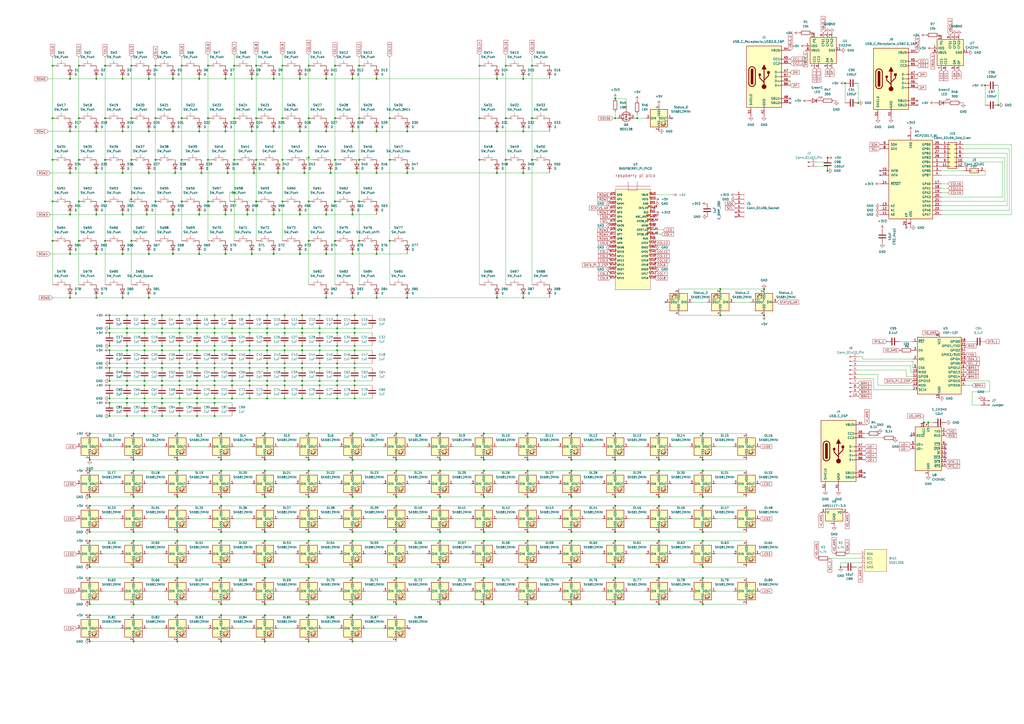
<source format=kicad_sch>
(kicad_sch (version 20250114) (generator "eeschema") (generator_version "9.0")
  (paper "A2")
  (title_block (title "Souptik's Keyboard"))
  (junction (at 114.3 193.04))
  (junction (at 124.46 182.88))
  (junction (at 114.3 213.36))
  (junction (at 105.41 116.84))
  (junction (at 128.27 350.52))
  (junction (at 189.23 172.72))
  (junction (at 173.99 76.2))
  (junction (at 102.87 308.61))
  (junction (at 331.47 308.61))
  (junction (at 52.07 328.93))
  (junction (at 45.72 38.1))
  (junction (at 382.27 293.37))
  (junction (at 71.12 172.72))
  (junction (at 255.27 350.52))
  (junction (at 204.47 251.46))
  (junction (at 144.78 213.36))
  (junction (at 407.67 288.29))
  (junction (at 255.27 335.28))
  (junction (at 175.26 193.04))
  (junction (at 55.88 100.33))
  (junction (at 407.67 335.28))
  (junction (at 102.87 288.29))
  (junction (at 205.74 210.82))
  (junction (at 356.87 293.37))
  (junction (at 158.75 76.2))
  (junction (at 128.27 251.46))
  (junction (at 71.12 76.2))
  (junction (at 77.47 288.29))
  (junction (at 135.89 68.58))
  (junction (at 179.07 38.1))
  (junction (at 55.88 147.32))
  (junction (at 356.87 313.69))
  (junction (at 278.13 92.71))
  (junction (at 356.87 273.05))
  (junction (at 73.66 241.3))
  (junction (at 229.87 288.29))
  (junction (at 63.5 231.14))
  (junction (at 185.42 220.98))
  (junction (at 382.27 251.46))
  (junction (at 104.14 190.5))
  (junction (at 205.74 223.52))
  (junction (at 115.57 45.72))
  (junction (at 120.65 92.71))
  (junction (at 40.64 172.72))
  (junction (at 77.47 273.05))
  (junction (at 55.88 172.72))
  (junction (at 30.48 139.7))
  (junction (at 124.46 190.5))
  (junction (at 154.94 231.14))
  (junction (at 382.27 308.61))
  (junction (at 102.87 273.05))
  (junction (at 114.3 190.5))
  (junction (at 189.23 76.2))
  (junction (at 128.27 308.61))
  (junction (at 153.67 266.7))
  (junction (at 124.46 200.66))
  (junction (at 204.47 350.52))
  (junction (at 163.83 92.71))
  (junction (at 280.67 350.52))
  (junction (at 102.87 350.52))
  (junction (at 83.82 210.82))
  (junction (at 195.58 203.2))
  (junction (at 63.5 203.2))
  (junction (at 236.22 76.2))
  (junction (at 280.67 266.7))
  (junction (at 128.27 335.28))
  (junction (at 90.17 38.1))
  (junction (at 153.67 251.46))
  (junction (at 115.57 76.2))
  (junction (at 60.96 116.84))
  (junction (at 356.87 350.52))
  (junction (at 497.84 59.69))
  (junction (at 255.27 313.69))
  (junction (at 255.27 308.61))
  (junction (at 153.67 288.29))
  (junction (at 116.84 100.33))
  (junction (at 144.78 231.14))
  (junction (at 173.99 45.72))
  (junction (at 40.64 45.72))
  (junction (at 293.37 38.1))
  (junction (at 71.12 147.32))
  (junction (at 154.94 213.36))
  (junction (at 134.62 203.2))
  (junction (at 229.87 335.28))
  (junction (at 52.07 372.11))
  (junction (at 185.42 213.36))
  (junction (at 165.1 193.04))
  (junction (at 114.3 241.3))
  (junction (at 83.82 220.98))
  (junction (at 417.83 182.88))
  (junction (at 165.1 220.98))
  (junction (at 185.42 223.52))
  (junction (at 195.58 210.82))
  (junction (at 134.62 223.52))
  (junction (at 369.57 68.58))
  (junction (at 306.07 273.05))
  (junction (at 179.07 328.93))
  (junction (at 229.87 313.69))
  (junction (at 52.07 335.28))
  (junction (at 195.58 220.98))
  (junction (at 306.07 266.7))
  (junction (at 52.07 313.69))
  (junction (at 407.67 251.46))
  (junction (at 93.98 210.82))
  (junction (at 128.27 372.11))
  (junction (at 331.47 266.7))
  (junction (at 179.07 335.28))
  (junction (at 165.1 231.14))
  (junction (at 146.05 147.32))
  (junction (at 204.47 356.87))
  (junction (at 124.46 241.3))
  (junction (at 102.87 313.69))
  (junction (at 144.78 203.2))
  (junction (at 40.64 100.33))
  (junction (at 76.2 92.71))
  (junction (at 303.53 100.33))
  (junction (at 124.46 223.52))
  (junction (at 331.47 288.29))
  (junction (at 30.48 92.71))
  (junction (at 77.47 328.93))
  (junction (at 130.81 147.32))
  (junction (at 185.42 210.82))
  (junction (at 144.78 210.82))
  (junction (at 382.27 335.28))
  (junction (at 73.66 213.36))
  (junction (at 443.23 182.88))
  (junction (at 191.77 100.33))
  (junction (at 205.74 182.88))
  (junction (at 308.61 68.58))
  (junction (at 407.67 266.7))
  (junction (at 77.47 350.52))
  (junction (at 73.66 200.66))
  (junction (at 134.62 210.82))
  (junction (at 52.07 266.7))
  (junction (at 124.46 220.98))
  (junction (at 90.17 68.58))
  (junction (at 179.07 139.7))
  (junction (at 288.29 45.72))
  (junction (at 382.27 273.05))
  (junction (at 83.82 190.5))
  (junction (at 102.87 293.37))
  (junction (at 356.87 328.93))
  (junction (at 115.57 124.46))
  (junction (at 102.87 335.28))
  (junction (at 165.1 210.82))
  (junction (at 93.98 203.2))
  (junction (at 114.3 223.52))
  (junction (at 158.75 45.72))
  (junction (at 205.74 203.2))
  (junction (at 179.07 372.11))
  (junction (at 114.3 220.98))
  (junction (at 229.87 308.61))
  (junction (at 128.27 288.29))
  (junction (at 204.47 308.61))
  (junction (at 185.42 190.5))
  (junction (at 104.14 182.88))
  (junction (at 144.78 223.52))
  (junction (at 179.07 116.84))
  (junction (at 194.31 38.1))
  (junction (at 153.67 356.87))
  (junction (at 173.99 124.46))
  (junction (at 130.81 76.2))
  (junction (at 175.26 213.36))
  (junction (at 83.82 233.68))
  (junction (at 195.58 193.04))
  (junction (at 163.83 68.58))
  (junction (at 204.47 45.72))
  (junction (at 382.27 328.93))
  (junction (at 105.41 38.1))
  (junction (at 52.07 350.52))
  (junction (at 204.47 273.05))
  (junction (at 278.13 38.1))
  (junction (at 124.46 231.14))
  (junction (at 93.98 233.68))
  (junction (at 195.58 223.52))
  (junction (at 93.98 190.5))
  (junction (at 45.72 139.7))
  (junction (at 128.27 313.69))
  (junction (at 85.09 124.46))
  (junction (at 76.2 68.58))
  (junction (at 179.07 91.44))
  (junction (at 77.47 293.37))
  (junction (at 407.67 350.52))
  (junction (at 173.99 147.32))
  (junction (at 30.48 116.84))
  (junction (at 255.27 266.7))
  (junction (at 293.37 92.71))
  (junction (at 114.3 200.66))
  (junction (at 154.94 220.98))
  (junction (at 278.13 68.58))
  (junction (at 208.28 68.58))
  (junction (at 144.78 220.98))
  (junction (at 86.36 76.2))
  (junction (at 356.87 266.7))
  (junction (at 204.47 288.29))
  (junction (at 40.64 124.46))
  (junction (at 179.07 288.29))
  (junction (at 204.47 313.69))
  (junction (at 280.67 335.28))
  (junction (at 77.47 372.11))
  (junction (at 179.07 293.37))
  (junction (at 175.26 190.5))
  (junction (at 100.33 45.72))
  (junction (at 255.27 288.29))
  (junction (at 102.87 372.11))
  (junction (at 76.2 38.1))
  (junction (at 77.47 356.87))
  (junction (at 308.61 38.1))
  (junction (at 229.87 266.7))
  (junction (at 130.81 124.46))
  (junction (at 356.87 335.28))
  (junction (at 175.26 203.2))
  (junction (at 194.31 92.71))
  (junction (at 280.67 288.29))
  (junction (at 63.5 241.3))
  (junction (at 90.17 116.84))
  (junction (at 579.12 60.96))
  (junction (at 154.94 200.66))
  (junction (at 218.44 147.32))
  (junction (at 207.01 100.33))
  (junction (at 204.47 76.2))
  (junction (at 114.3 231.14))
  (junction (at 229.87 293.37))
  (junction (at 204.47 335.28))
  (junction (at 480.06 91.44))
  (junction (at 154.94 223.52))
  (junction (at 86.36 100.33))
  (junction (at 63.5 193.04))
  (junction (at 120.65 116.84))
  (junction (at 83.82 182.88))
  (junction (at 204.47 293.37))
  (junction (at 90.17 92.71))
  (junction (at 306.07 251.46))
  (junction (at 135.89 38.1))
  (junction (at 134.62 190.5))
  (junction (at 63.5 210.82))
  (junction (at 55.88 76.2))
  (junction (at 195.58 213.36))
  (junction (at 102.87 356.87))
  (junction (at 208.28 139.7))
  (junction (at 73.66 190.5))
  (junction (at 226.06 68.58))
  (junction (at 40.64 76.2))
  (junction (at 288.29 172.72))
  (junction (at 179.07 350.52))
  (junction (at 134.62 231.14))
  (junction (at 76.2 115.57))
  (junction (at 100.33 76.2))
  (junction (at 487.68 328.93))
  (junction (at 306.07 293.37))
  (junction (at 175.26 182.88))
  (junction (at 179.07 313.69))
  (junction (at 114.3 203.2))
  (junction (at 93.98 193.04))
  (junction (at 204.47 124.46))
  (junction (at 144.78 190.5))
  (junction (at 356.87 288.29))
  (junction (at 115.57 147.32))
  (junction (at 104.14 241.3))
  (junction (at 165.1 213.36))
  (junction (at 128.27 266.7))
  (junction (at 135.89 92.71))
  (junction (at 185.42 203.2))
  (junction (at 194.31 116.84))
  (junction (at 255.27 293.37))
  (junction (at 382.27 266.7))
  (junction (at 407.67 273.05))
  (junction (at 158.75 147.32))
  (junction (at 124.46 213.36))
  (junction (at 63.5 220.98))
  (junction (at 154.94 193.04))
  (junction (at 175.26 200.66))
  (junction (at 73.66 223.52))
  (junction (at 83.82 193.04))
  (junction (at 153.67 293.37))
  (junction (at 382.27 350.52))
  (junction (at 195.58 200.66))
  (junction (at 417.83 167.64))
  (junction (at 163.83 116.84))
  (junction (at 71.12 100.33))
  (junction (at 104.14 193.04))
  (junction (at 407.67 293.37))
  (junction (at 134.62 193.04))
  (junction (at 104.14 203.2))
  (junction (at 280.67 273.05))
  (junction (at 60.96 38.1))
  (junction (at 303.53 45.72))
  (junction (at 204.47 328.93))
  (junction (at 218.44 76.2))
  (junction (at 93.98 182.88))
  (junction (at 293.37 68.58))
  (junction (at 185.42 200.66))
  (junction (at 77.47 266.7))
  (junction (at 185.42 182.88))
  (junction (at 30.48 38.1))
  (junction (at 60.96 139.7))
  (junction (at 179.07 68.58))
  (junction (at 218.44 172.72))
  (junction (at 93.98 200.66))
  (junction (at 153.67 372.11))
  (junction (at 144.78 200.66))
  (junction (at 165.1 182.88))
  (junction (at 280.67 313.69))
  (junction (at 175.26 223.52))
  (junction (at 189.23 45.72))
  (junction (at 280.67 293.37))
  (junction (at 73.66 182.88))
  (junction (at 382.27 288.29))
  (junction (at 407.67 328.93))
  (junction (at 104.14 200.66))
  (junction (at 331.47 273.05))
  (junction (at 134.62 200.66))
  (junction (at 104.14 231.14))
  (junction (at 185.42 193.04))
  (junction (at 102.87 328.93))
  (junction (at 205.74 200.66))
  (junction (at 148.59 116.84))
  (junction (at 93.98 231.14))
  (junction (at 153.67 313.69))
  (junction (at 195.58 182.88))
  (junction (at 83.82 223.52))
  (junction (at 255.27 251.46))
  (junction (at 100.33 124.46))
  (junction (at 176.53 100.33))
  (junction (at 148.59 38.1))
  (junction (at 128.27 273.05))
  (junction (at 280.67 308.61))
  (junction (at 77.47 313.69))
  (junction (at 331.47 313.69))
  (junction (at 205.74 220.98))
  (junction (at 308.61 92.71))
  (junction (at 571.5 49.53))
  (junction (at 93.98 241.3))
  (junction (at 147.32 100.33))
  (junction (at 52.07 308.61))
  (junction (at 86.36 147.32))
  (junction (at 104.14 220.98))
  (junction (at 255.27 273.05))
  (junction (at 179.07 273.05))
  (junction (at 153.67 273.05))
  (junction (at 161.29 100.33))
  (junction (at 114.3 210.82))
  (junction (at 229.87 350.52))
  (junction (at 229.87 328.93))
  (junction (at 480.06 99.06))
  (junction (at 93.98 213.36))
  (junction (at 288.29 76.2))
  (junction (at 407.67 313.69))
  (junction (at 63.5 182.88))
  (junction (at 73.66 210.82))
  (junction (at 179.07 356.87))
  (junction (at 52.07 251.46))
  (junction (at 76.2 139.7))
  (junction (at 63.5 213.36))
  (junction (at 154.94 210.82))
  (junction (at 165.1 200.66))
  (junction (at 179.07 266.7))
  (junction (at 83.82 231.14))
  (junction (at 356.87 251.46))
  (junction (at 218.44 45.72))
  (junction (at 71.12 45.72))
  (junction (at 93.98 223.52))
  (junction (at 144.78 193.04))
  (junction (at 124.46 203.2))
  (junction (at 306.07 335.28))
  (junction (at 195.58 231.14))
  (junction (at 63.5 233.68))
  (junction (at 194.31 68.58))
  (junction (at 86.36 172.72))
  (junction (at 175.26 220.98))
  (junction (at 52.07 273.05))
  (junction (at 55.88 45.72))
  (junction (at 40.64 147.32))
  (junction (at 105.41 68.58))
  (junction (at 226.06 92.71))
  (junction (at 236.22 100.33))
  (junction (at 165.1 203.2))
  (junction (at 205.74 193.04))
  (junction (at 63.5 223.52))
  (junction (at 104.14 210.82))
  (junction (at 52.07 293.37))
  (junction (at 306.07 308.61))
  (junction (at 128.27 328.93))
  (junction (at 132.08 100.33))
  (junction (at 73.66 233.68))
  (junction (at 306.07 313.69))
  (junction (at 104.14 233.68))
  (junction (at 73.66 203.2))
  (junction (at 165.1 223.52))
  (junction (at 185.42 231.14))
  (junction (at 60.96 92.71))
  (junction (at 148.59 68.58))
  (junction (at 204.47 147.32))
  (junction (at 331.47 350.52))
  (junction (at 124.46 233.68))
  (junction (at 306.07 350.52))
  (junction (at 163.83 38.1))
  (junction (at 490.22 48.26))
  (junction (at 443.23 167.64))
  (junction (at 331.47 293.37))
  (junction (at 63.5 190.5))
  (junction (at 236.22 172.72))
  (junction (at 208.28 92.71))
  (junction (at 45.72 116.84))
  (junction (at 30.48 68.58))
  (junction (at 154.94 190.5))
  (junction (at 52.07 288.29))
  (junction (at 218.44 100.33))
  (junction (at 135.89 111.76))
  (junction (at 77.47 335.28))
  (junction (at 153.67 335.28))
  (junction (at 148.59 92.71))
  (junction (at 306.07 288.29))
  (junction (at 204.47 266.7))
  (junction (at 229.87 273.05))
  (junction (at 52.07 356.87))
  (junction (at 73.66 220.98))
  (junction (at 303.53 172.72))
  (junction (at 303.53 76.2))
  (junction (at 165.1 190.5))
  (junction (at 83.82 200.66))
  (junction (at 73.66 231.14))
  (junction (at 101.6 100.33))
  (junction (at 382.27 313.69))
  (junction (at 331.47 335.28))
  (junction (at 146.05 76.2))
  (junction (at 153.67 328.93))
  (junction (at 280.67 251.46))
  (junction (at 83.82 241.3))
  (junction (at 128.27 356.87))
  (junction (at 205.74 190.5))
  (junction (at 208.28 116.84))
  (junction (at 255.27 328.93))
  (junction (at 179.07 308.61))
  (junction (at 100.33 147.32))
  (junction (at 146.05 45.72))
  (junction (at 130.81 45.72))
  (junction (at 158.75 124.46))
  (junction (at 356.87 308.61))
  (junction (at 104.14 223.52))
  (junction (at 154.94 203.2))
  (junction (at 205.74 213.36))
  (junction (at 189.23 147.32))
  (junction (at 331.47 251.46))
  (junction (at 538.48 245.11))
  (junction (at 73.66 193.04))
  (junction (at 105.41 92.71))
  (junction (at 93.98 220.98))
  (junction (at 77.47 308.61))
  (junction (at 143.51 124.46))
  (junction (at 134.62 213.36))
  (junction (at 120.65 68.58))
  (junction (at 194.31 139.7))
  (junction (at 280.67 328.93))
  (junction (at 63.5 200.66))
  (junction (at 204.47 372.11))
  (junction (at 189.23 124.46))
  (junction (at 154.94 182.88))
  (junction (at 124.46 210.82))
  (junction (at 356.87 57.15))
  (junction (at 114.3 182.88))
  (junction (at 60.96 68.58))
  (junction (at 86.36 45.72))
  (junction (at 153.67 308.61))
  (junction (at 226.06 139.7))
  (junction (at 175.26 210.82))
  (junction (at 407.67 308.61))
  (junction (at 134.62 182.88))
  (junction (at 102.87 266.7))
  (junction (at 124.46 193.04))
  (junction (at 288.29 100.33))
  (junction (at 83.82 203.2))
  (junction (at 331.47 328.93))
  (junction (at 356.87 68.58))
  (junction (at 208.28 38.1))
  (junction (at 45.72 68.58))
  (junction (at 83.82 213.36))
  (junction (at 229.87 251.46))
  (junction (at 153.67 350.52))
  (junction (at 128.27 293.37))
  (junction (at 102.87 251.46))
  (junction (at 134.62 220.98))
  (junction (at 306.07 328.93))
  (junction (at 535.94 245.11))
  (junction (at 175.26 231.14))
  (junction (at 114.3 233.68))
  (junction (at 144.78 182.88))
  (junction (at 179.07 251.46))
  (junction (at 204.47 172.72))
  (junction (at 55.88 124.46))
  (junction (at 205.74 231.14))
  (junction (at 71.12 124.46))
  (junction (at 77.47 251.46))
  (junction (at 195.58 190.5))
  (junction (at 120.65 38.1))
  (junction (at 104.14 213.36))
  (junction (at 45.72 92.71))
  (no_connect (at 532.13 58.42))
  (no_connect (at 379.73 120.65))
  (no_connect (at 501.65 276.86))
  (no_connect (at 379.73 125.73))
  (no_connect (at 548.64 257.81))
  (no_connect (at 389.89 68.58))
  (no_connect (at 379.73 130.81))
  (no_connect (at 501.65 274.32))
  (no_connect (at 510.54 99.06))
  (no_connect (at 548.64 265.43))
  (no_connect (at 458.47 57.15))
  (no_connect (at 379.73 138.43))
  (no_connect (at 426.72 123.19))
  (no_connect (at 426.72 125.73))
  (no_connect (at 525.78 132.08))
  (no_connect (at 548.64 262.89))
  (no_connect (at 532.13 60.96))
  (no_connect (at 237.49 364.49))
  (no_connect (at 386.08 175.26))
  (no_connect (at 548.64 260.35))
  (no_connect (at 510.54 101.6))
  (no_connect (at 528.32 252.73))
  (no_connect (at 458.47 59.69))
  (wire (pts (xy 76.2 33.02) (xy 76.2 38.1)))
  (wire (pts (xy 154.94 210.82) (xy 165.1 210.82)))
  (wire (pts (xy 114.3 220.98) (xy 124.46 220.98)))
  (wire (pts (xy 229.87 293.37) (xy 255.27 293.37)))
  (wire (pts (xy 204.47 124.46) (xy 218.44 124.46)))
  (wire (pts (xy 194.31 92.71) (xy 196.85 92.71)))
  (wire (pts (xy 27.94 45.72) (xy 40.64 45.72)))
  (wire (pts (xy 529.59 208.28) (xy 500.38 208.28)))
  (wire (pts (xy 349.25 280.67) (xy 339.09 280.67)))
  (wire (pts (xy 93.98 223.52) (xy 104.14 223.52)))
  (wire (pts (xy 194.31 38.1) (xy 194.31 68.58)))
  (wire (pts (xy 146.05 76.2) (xy 158.75 76.2)))
  (wire (pts (xy 115.57 76.2) (xy 130.81 76.2)))
  (wire (pts (xy 490.22 48.26) (xy 490.22 59.69)))
  (wire (pts (xy 93.98 193.04) (xy 104.14 193.04)))
  (wire (pts (xy 298.45 300.99) (xy 288.29 300.99)))
  (wire (pts (xy 73.66 203.2) (xy 83.82 203.2)))
  (wire (pts (xy 355.6 68.58) (xy 356.87 68.58)))
  (wire (pts (xy 280.67 273.05) (xy 306.07 273.05)))
  (wire (pts (xy 229.87 328.93) (xy 255.27 328.93)))
  (wire (pts (xy 278.13 38.1) (xy 278.13 68.58)))
  (wire (pts (xy 102.87 308.61) (xy 128.27 308.61)))
  (wire (pts (xy 535.94 241.3) (xy 535.94 245.11)))
  (wire (pts (xy 179.07 293.37) (xy 204.47 293.37)))
  (wire (pts (xy 175.26 200.66) (xy 185.42 200.66)))
  (wire (pts (xy 303.53 76.2) (xy 318.77 76.2)))
  (wire (pts (xy 541.02 245.11) (xy 538.48 245.11)))
  (wire (pts (xy 104.14 220.98) (xy 114.3 220.98)))
  (wire (pts (xy 298.45 321.31) (xy 288.29 321.31)))
  (wire (pts (xy 179.07 68.58) (xy 179.07 91.44)))
  (wire (pts (xy 273.05 259.08) (xy 262.89 259.08)))
  (wire (pts (xy 222.25 342.9) (xy 212.09 342.9)))
  (wire (pts (xy 90.17 116.84) (xy 90.17 139.7)))
  (wire (pts (xy 179.07 91.44) (xy 179.07 116.84)))
  (wire (pts (xy 558.8 88.9) (xy 584.2 88.9)))
  (wire (pts (xy 506.73 219.71) (xy 497.84 219.71)))
  (wire (pts (xy 83.82 210.82) (xy 93.98 210.82)))
  (wire (pts (xy 144.78 213.36) (xy 154.94 213.36)))
  (wire (pts (xy 120.65 300.99) (xy 110.49 300.99)))
  (wire (pts (xy 30.48 172.72) (xy 40.64 172.72)))
  (wire (pts (xy 93.98 213.36) (xy 104.14 213.36)))
  (wire (pts (xy 185.42 210.82) (xy 195.58 210.82)))
  (wire (pts (xy 205.74 210.82) (xy 215.9 210.82)))
  (wire (pts (xy 114.3 193.04) (xy 124.46 193.04)))
  (wire (pts (xy 237.49 321.31) (xy 247.65 321.31)))
  (wire (pts (xy 218.44 172.72) (xy 236.22 172.72)))
  (wire (pts (xy 60.96 92.71) (xy 60.96 116.84)))
  (wire (pts (xy 255.27 308.61) (xy 280.67 308.61)))
  (wire (pts (xy 134.62 182.88) (xy 144.78 182.88)))
  (wire (pts (xy 144.78 200.66) (xy 154.94 200.66)))
  (wire (pts (xy 63.5 190.5) (xy 73.66 190.5)))
  (wire (pts (xy 389.89 113.03) (xy 379.73 113.03)))
  (wire (pts (xy 163.83 31.75) (xy 163.83 38.1)))
  (wire (pts (xy 222.25 364.49) (xy 212.09 364.49)))
  (wire (pts (xy 229.87 251.46) (xy 255.27 251.46)))
  (wire (pts (xy 148.59 116.84) (xy 148.59 139.7)))
  (wire (pts (xy 308.61 92.71) (xy 308.61 165.1)))
  (wire (pts (xy 229.87 266.7) (xy 255.27 266.7)))
  (wire (pts (xy 204.47 266.7) (xy 229.87 266.7)))
  (wire (pts (xy 175.26 223.52) (xy 185.42 223.52)))
  (wire (pts (xy 179.07 31.75) (xy 179.07 38.1)))
  (wire (pts (xy 45.72 38.1) (xy 45.72 68.58)))
  (wire (pts (xy 165.1 200.66) (xy 175.26 200.66)))
  (wire (pts (xy 185.42 220.98) (xy 195.58 220.98)))
  (wire (pts (xy 45.72 68.58) (xy 45.72 92.71)))
  (wire (pts (xy 308.61 68.58) (xy 308.61 92.71)))
  (wire (pts (xy 175.26 193.04) (xy 185.42 193.04)))
  (wire (pts (xy 204.47 288.29) (xy 229.87 288.29)))
  (wire (pts (xy 76.2 115.57) (xy 76.2 139.7)))
  (wire (pts (xy 194.31 92.71) (xy 194.31 116.84)))
  (wire (pts (xy 194.31 68.58) (xy 194.31 92.71)))
  (wire (pts (xy 374.65 68.58) (xy 369.57 68.58)))
  (wire (pts (xy 558.8 59.69) (xy 557.53 59.69)))
  (wire (pts (xy 237.49 259.08) (xy 247.65 259.08)))
  (wire (pts (xy 306.07 350.52) (xy 331.47 350.52)))
  (wire (pts (xy 52.07 288.29) (xy 77.47 288.29)))
  (wire (pts (xy 60.96 33.02) (xy 60.96 38.1)))
  (wire (pts (xy 195.58 210.82) (xy 205.74 210.82)))
  (wire (pts (xy 349.25 300.99) (xy 339.09 300.99)))
  (wire (pts (xy 189.23 45.72) (xy 204.47 45.72)))
  (wire (pts (xy 135.89 38.1) (xy 135.89 68.58)))
  (wire (pts (xy 148.59 92.71) (xy 151.13 92.71)))
  (wire (pts (xy 154.94 200.66) (xy 165.1 200.66)))
  (wire (pts (xy 195.58 190.5) (xy 205.74 190.5)))
  (wire (pts (xy 204.47 356.87) (xy 229.87 356.87)))
  (wire (pts (xy 146.05 259.08) (xy 135.89 259.08)))
  (wire (pts (xy 52.07 308.61) (xy 77.47 308.61)))
  (wire (pts (xy 382.27 288.29) (xy 407.67 288.29)))
  (wire (pts (xy 407.67 350.52) (xy 433.07 350.52)))
  (wire (pts (xy 255.27 350.52) (xy 280.67 350.52)))
  (wire (pts (xy 135.89 92.71) (xy 135.89 111.76)))
  (wire (pts (xy 400.05 280.67) (xy 389.89 280.67)))
  (wire (pts (xy 195.58 200.66) (xy 205.74 200.66)))
  (wire (pts (xy 128.27 251.46) (xy 153.67 251.46)))
  (wire (pts (xy 71.12 45.72) (xy 86.36 45.72)))
  (wire (pts (xy 73.66 213.36) (xy 83.82 213.36)))
  (wire (pts (xy 471.17 19.05) (xy 472.44 19.05)))
  (wire (pts (xy 27.94 76.2) (xy 40.64 76.2)))
  (wire (pts (xy 104.14 210.82) (xy 114.3 210.82)))
  (wire (pts (xy 538.48 245.11) (xy 535.94 245.11)))
  (wire (pts (xy 525.78 218.44) (xy 525.78 214.63)))
  (wire (pts (xy 331.47 251.46) (xy 356.87 251.46)))
  (wire (pts (xy 288.29 172.72) (xy 303.53 172.72)))
  (wire (pts (xy 196.85 321.31) (xy 186.69 321.31)))
  (wire (pts (xy 63.5 210.82) (xy 73.66 210.82)))
  (wire (pts (xy 382.27 293.37) (xy 407.67 293.37)))
  (wire (pts (xy 185.42 190.5) (xy 195.58 190.5)))
  (wire (pts (xy 93.98 200.66) (xy 104.14 200.66)))
  (wire (pts (xy 71.12 100.33) (xy 86.36 100.33)))
  (wire (pts (xy 73.66 241.3) (xy 83.82 241.3)))
  (wire (pts (xy 101.6 100.33) (xy 116.84 100.33)))
  (wire (pts (xy 105.41 92.71) (xy 106.68 92.71)))
  (wire (pts (xy 195.58 203.2) (xy 205.74 203.2)))
  (wire (pts (xy 298.45 259.08) (xy 288.29 259.08)))
  (wire (pts (xy 128.27 356.87) (xy 153.67 356.87)))
  (wire (pts (xy 100.33 124.46) (xy 115.57 124.46)))
  (wire (pts (xy 473.71 96.52) (xy 480.06 96.52)))
  (wire (pts (xy 175.26 182.88) (xy 185.42 182.88)))
  (wire (pts (xy 546.1 114.3) (xy 581.66 114.3)))
  (wire (pts (xy 196.85 300.99) (xy 186.69 300.99)))
  (wire (pts (xy 480.06 96.52) (xy 480.06 99.06)))
  (wire (pts (xy 176.53 100.33) (xy 191.77 100.33)))
  (wire (pts (xy 280.67 293.37) (xy 306.07 293.37)))
  (wire (pts (xy 74.93 116.84) (xy 74.93 115.57)))
  (wire (pts (xy 104.14 193.04) (xy 114.3 193.04)))
  (wire (pts (xy 102.87 328.93) (xy 128.27 328.93)))
  (wire (pts (xy 400.05 259.08) (xy 389.89 259.08)))
  (wire (pts (xy 331.47 266.7) (xy 356.87 266.7)))
  (wire (pts (xy 40.64 172.72) (xy 55.88 172.72)))
  (wire (pts (xy 158.75 124.46) (xy 173.99 124.46)))
  (wire (pts (xy 73.66 223.52) (xy 83.82 223.52)))
  (wire (pts (xy 331.47 288.29) (xy 356.87 288.29)))
  (wire (pts (xy 77.47 313.69) (xy 102.87 313.69)))
  (wire (pts (xy 90.17 38.1) (xy 90.17 68.58)))
  (wire (pts (xy 255.27 266.7) (xy 280.67 266.7)))
  (wire (pts (xy 105.41 92.71) (xy 105.41 116.84)))
  (wire (pts (xy 497.84 48.26) (xy 497.84 59.69)))
  (wire (pts (xy 298.45 342.9) (xy 288.29 342.9)))
  (wire (pts (xy 229.87 288.29) (xy 255.27 288.29)))
  (wire (pts (xy 120.65 364.49) (xy 110.49 364.49)))
  (wire (pts (xy 374.65 342.9) (xy 364.49 342.9)))
  (wire (pts (xy 77.47 308.61) (xy 102.87 308.61)))
  (wire (pts (xy 104.14 223.52) (xy 114.3 223.52)))
  (wire (pts (xy 161.29 100.33) (xy 176.53 100.33)))
  (wire (pts (xy 73.66 220.98) (xy 83.82 220.98)))
  (wire (pts (xy 303.53 45.72) (xy 318.77 45.72)))
  (wire (pts (xy 303.53 172.72) (xy 318.77 172.72)))
  (wire (pts (xy 179.07 273.05) (xy 204.47 273.05)))
  (wire (pts (xy 73.66 182.88) (xy 83.82 182.88)))
  (wire (pts (xy 521.97 198.12) (xy 529.59 198.12)))
  (wire (pts (xy 124.46 241.3) (xy 134.62 241.3)))
  (wire (pts (xy 585.47 121.92) (xy 585.47 86.36)))
  (wire (pts (xy 158.75 147.32) (xy 173.99 147.32)))
  (wire (pts (xy 146.05 321.31) (xy 135.89 321.31)))
  (wire (pts (xy 581.66 114.3) (xy 581.66 93.98)))
  (wire (pts (xy 130.81 124.46) (xy 143.51 124.46)))
  (wire (pts (xy 73.66 193.04) (xy 83.82 193.04)))
  (wire (pts (xy 120.65 342.9) (xy 110.49 342.9)))
  (wire (pts (xy 204.47 308.61) (xy 229.87 308.61)))
  (wire (pts (xy 114.3 200.66) (xy 124.46 200.66)))
  (wire (pts (xy 104.14 190.5) (xy 114.3 190.5)))
  (wire (pts (xy 52.07 350.52) (xy 77.47 350.52)))
  (wire (pts (xy 195.58 220.98) (xy 205.74 220.98)))
  (wire (pts (xy 134.62 213.36) (xy 144.78 213.36)))
  (wire (pts (xy 76.2 68.58) (xy 76.2 92.71)))
  (wire (pts (xy 135.89 68.58) (xy 135.89 92.71)))
  (wire (pts (xy 100.33 147.32) (xy 115.57 147.32)))
  (wire (pts (xy 204.47 372.11) (xy 229.87 372.11)))
  (wire (pts (xy 356.87 335.28) (xy 382.27 335.28)))
  (wire (pts (xy 71.12 172.72) (xy 86.36 172.72)))
  (wire (pts (xy 229.87 313.69) (xy 255.27 313.69)))
  (wire (pts (xy 73.66 231.14) (xy 83.82 231.14)))
  (wire (pts (xy 349.25 321.31) (xy 339.09 321.31)))
  (wire (pts (xy 29.21 100.33) (xy 40.64 100.33)))
  (wire (pts (xy 154.94 231.14) (xy 165.1 231.14)))
  (wire (pts (xy 163.83 92.71) (xy 163.83 116.84)))
  (wire (pts (xy 407.67 308.61) (xy 433.07 308.61)))
  (wire (pts (xy 393.7 182.88) (xy 417.83 182.88)))
  (wire (pts (xy 255.27 273.05) (xy 280.67 273.05)))
  (wire (pts (xy 93.98 203.2) (xy 104.14 203.2)))
  (wire (pts (xy 77.47 372.11) (xy 102.87 372.11)))
  (wire (pts (xy 128.27 273.05) (xy 153.67 273.05)))
  (wire (pts (xy 585.47 86.36) (xy 558.8 86.36)))
  (wire (pts (xy 502.92 251.46) (xy 501.65 251.46)))
  (wire (pts (xy 104.14 241.3) (xy 114.3 241.3)))
  (wire (pts (xy 55.88 76.2) (xy 71.12 76.2)))
  (wire (pts (xy 194.31 33.02) (xy 194.31 38.1)))
  (wire (pts (xy 204.47 273.05) (xy 229.87 273.05)))
  (wire (pts (xy 128.27 350.52) (xy 153.67 350.52)))
  (wire (pts (xy 208.28 68.58) (xy 208.28 92.71)))
  (wire (pts (xy 128.27 266.7) (xy 153.67 266.7)))
  (wire (pts (xy 280.67 251.46) (xy 306.07 251.46)))
  (wire (pts (xy 303.53 100.33) (xy 318.77 100.33)))
  (wire (pts (xy 560.07 220.98) (xy 574.04 220.98)))
  (wire (pts (xy 511.81 254) (xy 501.65 254)))
  (wire (pts (xy 491.49 321.31) (xy 499.11 321.31)))
  (wire (pts (xy 185.42 193.04) (xy 195.58 193.04)))
  (wire (pts (xy 135.89 111.76) (xy 135.89 139.7)))
  (wire (pts (xy 306.07 266.7) (xy 331.47 266.7)))
  (wire (pts (xy 135.89 92.71) (xy 137.16 92.71)))
  (wire (pts (xy 586.74 83.82) (xy 586.74 124.46)))
  (wire (pts (xy 114.3 190.5) (xy 124.46 190.5)))
  (wire (pts (xy 363.22 57.15) (xy 356.87 57.15)))
  (wire (pts (xy 393.7 167.64) (xy 417.83 167.64)))
  (wire (pts (xy 205.74 200.66) (xy 215.9 200.66)))
  (wire (pts (xy 71.12 76.2) (xy 86.36 76.2)))
  (wire (pts (xy 407.67 293.37) (xy 433.07 293.37)))
  (wire (pts (xy 173.99 76.2) (xy 189.23 76.2)))
  (wire (pts (xy 532.13 43.18) (xy 532.13 45.72)))
  (wire (pts (xy 40.64 76.2) (xy 55.88 76.2)))
  (wire (pts (xy 563.88 234.95) (xy 563.88 227.33)))
  (wire (pts (xy 218.44 147.32) (xy 236.22 147.32)))
  (wire (pts (xy 93.98 190.5) (xy 104.14 190.5)))
  (wire (pts (xy 179.07 116.84) (xy 179.07 139.7)))
  (wire (pts (xy 255.27 293.37) (xy 280.67 293.37)))
  (wire (pts (xy 509.27 217.17) (xy 509.27 223.52)))
  (wire (pts (xy 63.5 200.66) (xy 73.66 200.66)))
  (wire (pts (xy 549.91 106.68) (xy 546.1 106.68)))
  (wire (pts (xy 558.8 99.06) (xy 546.1 99.06)))
  (wire (pts (xy 356.87 273.05) (xy 382.27 273.05)))
  (wire (pts (xy 40.64 124.46) (xy 55.88 124.46)))
  (wire (pts (xy 105.41 68.58) (xy 105.41 92.71)))
  (wire (pts (xy 255.27 288.29) (xy 280.67 288.29)))
  (wire (pts (xy 584.2 88.9) (xy 584.2 119.38)))
  (wire (pts (xy 77.47 293.37) (xy 102.87 293.37)))
  (wire (pts (xy 146.05 280.67) (xy 135.89 280.67)))
  (wire (pts (xy 73.66 210.82) (xy 83.82 210.82)))
  (wire (pts (xy 90.17 92.71) (xy 90.17 116.84)))
  (wire (pts (xy 63.5 193.04) (xy 73.66 193.04)))
  (wire (pts (xy 425.45 175.26) (xy 435.61 175.26)))
  (wire (pts (xy 153.67 308.61) (xy 179.07 308.61)))
  (wire (pts (xy 45.72 33.02) (xy 45.72 38.1)))
  (wire (pts (xy 237.49 280.67) (xy 247.65 280.67)))
  (wire (pts (xy 356.87 288.29) (xy 382.27 288.29)))
  (wire (pts (xy 485.14 58.42) (xy 483.87 58.42)))
  (wire (pts (xy 208.28 165.1) (xy 208.28 139.7)))
  (wire (pts (xy 208.28 38.1) (xy 208.28 68.58)))
  (wire (pts (xy 52.07 273.05) (xy 77.47 273.05)))
  (wire (pts (xy 349.25 342.9) (xy 339.09 342.9)))
  (wire (pts (xy 273.05 300.99) (xy 262.89 300.99)))
  (wire (pts (xy 124.46 190.5) (xy 134.62 190.5)))
  (wire (pts (xy 85.09 124.46) (xy 100.33 124.46)))
  (wire (pts (xy 104.14 233.68) (xy 114.3 233.68)))
  (wire (pts (xy 120.65 280.67) (xy 110.49 280.67)))
  (wire (pts (xy 288.29 45.72) (xy 303.53 45.72)))
  (wire (pts (xy 40.64 45.72) (xy 55.88 45.72)))
  (wire (pts (xy 63.5 233.68) (xy 73.66 233.68)))
  (wire (pts (xy 185.42 203.2) (xy 195.58 203.2)))
  (wire (pts (xy 208.28 139.7) (xy 208.28 116.84)))
  (wire (pts (xy 171.45 321.31) (xy 161.29 321.31)))
  (wire (pts (xy 120.65 321.31) (xy 110.49 321.31)))
  (wire (pts (xy 104.14 200.66) (xy 114.3 200.66)))
  (wire (pts (xy 83.82 223.52) (xy 93.98 223.52)))
  (wire (pts (xy 30.48 33.02) (xy 30.48 38.1)))
  (wire (pts (xy 30.48 92.71) (xy 30.48 116.84)))
  (wire (pts (xy 153.67 288.29) (xy 179.07 288.29)))
  (wire (pts (xy 114.3 213.36) (xy 124.46 213.36)))
  (wire (pts (xy 134.62 200.66) (xy 144.78 200.66)))
  (wire (pts (xy 30.48 68.58) (xy 30.48 92.71)))
  (wire (pts (xy 102.87 335.28) (xy 128.27 335.28)))
  (wire (pts (xy 374.65 300.99) (xy 364.49 300.99)))
  (wire (pts (xy 473.71 93.98) (xy 480.06 93.98)))
  (wire (pts (xy 208.28 33.02) (xy 208.28 38.1)))
  (wire (pts (xy 280.67 308.61) (xy 306.07 308.61)))
  (wire (pts (xy 77.47 288.29) (xy 102.87 288.29)))
  (wire (pts (xy 407.67 266.7) (xy 433.07 266.7)))
  (wire (pts (xy 114.3 233.68) (xy 124.46 233.68)))
  (wire (pts (xy 204.47 251.46) (xy 229.87 251.46)))
  (wire (pts (xy 544.83 20.32) (xy 546.1 20.32)))
  (wire (pts (xy 173.99 124.46) (xy 189.23 124.46)))
  (wire (pts (xy 425.45 300.99) (xy 415.29 300.99)))
  (wire (pts (xy 52.07 372.11) (xy 77.47 372.11)))
  (wire (pts (xy 331.47 313.69) (xy 356.87 313.69)))
  (wire (pts (xy 86.36 76.2) (xy 100.33 76.2)))
  (wire (pts (xy 40.64 100.33) (xy 55.88 100.33)))
  (wire (pts (xy 55.88 45.72) (xy 71.12 45.72)))
  (wire (pts (xy 114.3 231.14) (xy 124.46 231.14)))
  (wire (pts (xy 529.59 218.44) (xy 525.78 218.44)))
  (wire (pts (xy 171.45 259.08) (xy 161.29 259.08)))
  (wire (pts (xy 179.07 251.46) (xy 204.47 251.46)))
  (wire (pts (xy 229.87 273.05) (xy 255.27 273.05)))
  (wire (pts (xy 280.67 266.7) (xy 306.07 266.7)))
  (wire (pts (xy 280.67 313.69) (xy 306.07 313.69)))
  (wire (pts (xy 407.67 251.46) (xy 433.07 251.46)))
  (wire (pts (xy 114.3 210.82) (xy 124.46 210.82)))
  (wire (pts (xy 93.98 182.88) (xy 104.14 182.88)))
  (wire (pts (xy 179.07 356.87) (xy 204.47 356.87)))
  (wire (pts (xy 563.88 198.12) (xy 560.07 198.12)))
  (wire (pts (xy 134.62 193.04) (xy 144.78 193.04)))
  (wire (pts (xy 417.83 167.64) (xy 443.23 167.64)))
  (wire (pts (xy 60.96 139.7) (xy 60.96 165.1)))
  (wire (pts (xy 153.67 328.93) (xy 179.07 328.93)))
  (wire (pts (xy 496.57 328.93) (xy 499.11 328.93)))
  (wire (pts (xy 102.87 266.7) (xy 128.27 266.7)))
  (wire (pts (xy 154.94 190.5) (xy 165.1 190.5)))
  (wire (pts (xy 236.22 172.72) (xy 288.29 172.72)))
  (wire (pts (xy 185.42 223.52) (xy 195.58 223.52)))
  (wire (pts (xy 481.33 323.85) (xy 499.11 323.85)))
  (wire (pts (xy 60.96 68.58) (xy 60.96 92.71)))
  (wire (pts (xy 102.87 356.87) (xy 128.27 356.87)))
  (wire (pts (xy 179.07 372.11) (xy 204.47 372.11)))
  (wire (pts (xy 306.07 288.29) (xy 331.47 288.29)))
  (wire (pts (xy 179.07 308.61) (xy 204.47 308.61)))
  (wire (pts (xy 83.82 200.66) (xy 93.98 200.66)))
  (wire (pts (xy 83.82 193.04) (xy 93.98 193.04)))
  (wire (pts (xy 63.5 220.98) (xy 73.66 220.98)))
  (wire (pts (xy 153.67 372.11) (xy 179.07 372.11)))
  (wire (pts (xy 293.37 38.1) (xy 293.37 68.58)))
  (wire (pts (xy 222.25 321.31) (xy 212.09 321.31)))
  (wire (pts (xy 134.62 203.2) (xy 144.78 203.2)))
  (wire (pts (xy 586.74 124.46) (xy 546.1 124.46)))
  (wire (pts (xy 76.2 139.7) (xy 76.2 165.1)))
  (wire (pts (xy 163.83 116.84) (xy 163.83 139.7)))
  (wire (pts (xy 499.11 326.39) (xy 487.68 326.39)))
  (wire (pts (xy 293.37 165.1) (xy 293.37 92.71)))
  (wire (pts (xy 134.62 220.98) (xy 144.78 220.98)))
  (wire (pts (xy 356.87 251.46) (xy 382.27 251.46)))
  (wire (pts (xy 153.67 350.52) (xy 179.07 350.52)))
  (wire (pts (xy 323.85 259.08) (xy 313.69 259.08)))
  (wire (pts (xy 73.66 200.66) (xy 83.82 200.66)))
  (wire (pts (xy 134.62 210.82) (xy 144.78 210.82)))
  (wire (pts (xy 120.65 116.84) (xy 120.65 139.7)))
  (wire (pts (xy 331.47 350.52) (xy 356.87 350.52)))
  (wire (pts (xy 52.07 356.87) (xy 77.47 356.87)))
  (wire (pts (xy 90.17 34.29) (xy 90.17 38.1)))
  (wire (pts (xy 549.91 109.22) (xy 546.1 109.22)))
  (wire (pts (xy 104.14 203.2) (xy 114.3 203.2)))
  (wire (pts (xy 222.25 259.08) (xy 212.09 259.08)))
  (wire (pts (xy 104.14 182.88) (xy 114.3 182.88)))
  (wire (pts (xy 100.33 92.71) (xy 101.6 92.71)))
  (wire (pts (xy 425.45 259.08) (xy 415.29 259.08)))
  (wire (pts (xy 407.67 335.28) (xy 433.07 335.28)))
  (wire (pts (xy 525.78 214.63) (xy 497.84 214.63)))
  (wire (pts (xy 146.05 147.32) (xy 158.75 147.32)))
  (wire (pts (xy 95.25 321.31) (xy 85.09 321.31)))
  (wire (pts (xy 128.27 335.28) (xy 153.67 335.28)))
  (wire (pts (xy 77.47 356.87) (xy 102.87 356.87)))
  (wire (pts (xy 153.67 251.46) (xy 179.07 251.46)))
  (wire (pts (xy 83.82 182.88) (xy 93.98 182.88)))
  (wire (pts (xy 323.85 342.9) (xy 313.69 342.9)))
  (wire (pts (xy 497.84 217.17) (xy 509.27 217.17)))
  (wire (pts (xy 100.33 76.2) (xy 115.57 76.2)))
  (wire (pts (xy 128.27 313.69) (xy 153.67 313.69)))
  (wire (pts (xy 69.85 364.49) (xy 59.69 364.49)))
  (wire (pts (xy 237.49 342.9) (xy 247.65 342.9)))
  (wire (pts (xy 204.47 335.28) (xy 229.87 335.28)))
  (wire (pts (xy 69.85 342.9) (xy 59.69 342.9)))
  (wire (pts (xy 205.74 190.5) (xy 215.9 190.5)))
  (wire (pts (xy 93.98 233.68) (xy 104.14 233.68)))
  (wire (pts (xy 86.36 100.33) (xy 101.6 100.33)))
  (wire (pts (xy 177.8 91.44) (xy 179.07 91.44)))
  (wire (pts (xy 146.05 45.72) (xy 158.75 45.72)))
  (wire (pts (xy 255.27 251.46) (xy 280.67 251.46)))
  (wire (pts (xy 120.65 259.08) (xy 110.49 259.08)))
  (wire (pts (xy 30.48 139.7) (xy 30.48 165.1)))
  (wire (pts (xy 382.27 313.69) (xy 407.67 313.69)))
  (wire (pts (xy 255.27 328.93) (xy 280.67 328.93)))
  (wire (pts (xy 509.27 223.52) (xy 529.59 223.52)))
  (wire (pts (xy 226.06 33.02) (xy 226.06 68.58)))
  (wire (pts (xy 196.85 259.08) (xy 186.69 259.08)))
  (wire (pts (xy 60.96 116.84) (xy 60.96 139.7)))
  (wire (pts (xy 280.67 328.93) (xy 306.07 328.93)))
  (wire (pts (xy 205.74 231.14) (xy 215.9 231.14)))
  (wire (pts (xy 134.62 231.14) (xy 144.78 231.14)))
  (wire (pts (xy 204.47 293.37) (xy 229.87 293.37)))
  (wire (pts (xy 563.88 223.52) (xy 560.07 223.52)))
  (wire (pts (xy 63.5 231.14) (xy 73.66 231.14)))
  (wire (pts (xy 356.87 328.93) (xy 382.27 328.93)))
  (wire (pts (xy 77.47 350.52) (xy 102.87 350.52)))
  (wire (pts (xy 120.65 68.58) (xy 120.65 92.71)))
  (wire (pts (xy 425.45 342.9) (xy 415.29 342.9)))
  (wire (pts (xy 102.87 350.52) (xy 128.27 350.52)))
  (wire (pts (xy 407.67 313.69) (xy 433.07 313.69)))
  (wire (pts (xy 363.22 60.96) (xy 363.22 57.15)))
  (wire (pts (xy 163.83 38.1) (xy 163.83 68.58)))
  (wire (pts (xy 179.07 350.52) (xy 204.47 350.52)))
  (wire (pts (xy 204.47 313.69) (xy 229.87 313.69)))
  (wire (pts (xy 102.87 293.37) (xy 128.27 293.37)))
  (wire (pts (xy 45.72 139.7) (xy 45.72 165.1)))
  (wire (pts (xy 191.77 100.33) (xy 207.01 100.33)))
  (wire (pts (xy 105.41 33.02) (xy 105.41 38.1)))
  (wire (pts (xy 497.84 209.55) (xy 529.59 209.55)))
  (wire (pts (xy 189.23 147.32) (xy 204.47 147.32)))
  (wire (pts (xy 71.12 147.32) (xy 86.36 147.32)))
  (wire (pts (xy 579.12 49.53) (xy 579.12 60.96)))
  (wire (pts (xy 175.26 203.2) (xy 185.42 203.2)))
  (wire (pts (xy 52.07 266.7) (xy 77.47 266.7)))
  (wire (pts (xy 288.29 76.2) (xy 303.53 76.2)))
  (wire (pts (xy 204.47 147.32) (xy 218.44 147.32)))
  (wire (pts (xy 500.38 207.01) (xy 497.84 207.01)))
  (wire (pts (xy 165.1 223.52) (xy 175.26 223.52)))
  (wire (pts (xy 546.1 101.6) (xy 571.5 101.6)))
  (wire (pts (xy 502.92 246.38) (xy 501.65 246.38)))
  (wire (pts (xy 280.67 350.52) (xy 306.07 350.52)))
  (wire (pts (xy 374.65 280.67) (xy 364.49 280.67)))
  (wire (pts (xy 163.83 68.58) (xy 163.83 92.71)))
  (wire (pts (xy 120.65 38.1) (xy 120.65 68.58)))
  (wire (pts (xy 104.14 231.14) (xy 114.3 231.14)))
  (wire (pts (xy 563.88 227.33) (xy 574.04 227.33)))
  (wire (pts (xy 146.05 364.49) (xy 135.89 364.49)))
  (wire (pts (xy 369.57 68.58) (xy 368.3 68.58)))
  (wire (pts (xy 93.98 220.98) (xy 104.14 220.98)))
  (wire (pts (xy 134.62 190.5) (xy 144.78 190.5)))
  (wire (pts (xy 306.07 293.37) (xy 331.47 293.37)))
  (wire (pts (xy 144.78 220.98) (xy 154.94 220.98)))
  (wire (pts (xy 153.67 313.69) (xy 179.07 313.69)))
  (wire (pts (xy 175.26 231.14) (xy 185.42 231.14)))
  (wire (pts (xy 124.46 223.52) (xy 134.62 223.52)))
  (wire (pts (xy 144.78 223.52) (xy 154.94 223.52)))
  (wire (pts (xy 222.25 280.67) (xy 212.09 280.67)))
  (wire (pts (xy 69.85 321.31) (xy 59.69 321.31)))
  (wire (pts (xy 546.1 121.92) (xy 585.47 121.92)))
  (wire (pts (xy 124.46 203.2) (xy 134.62 203.2)))
  (wire (pts (xy 205.74 220.98) (xy 215.9 220.98)))
  (wire (pts (xy 179.07 139.7) (xy 179.07 165.1)))
  (wire (pts (xy 102.87 251.46) (xy 128.27 251.46)))
  (wire (pts (xy 83.82 213.36) (xy 93.98 213.36)))
  (wire (pts (xy 581.66 93.98) (xy 558.8 93.98)))
  (wire (pts (xy 29.21 124.46) (xy 40.64 124.46)))
  (wire (pts (xy 171.45 342.9) (xy 161.29 342.9)))
  (wire (pts (xy 356.87 68.58) (xy 358.14 68.58)))
  (wire (pts (xy 83.82 190.5) (xy 93.98 190.5)))
  (wire (pts (xy 175.26 190.5) (xy 185.42 190.5)))
  (wire (pts (xy 154.94 193.04) (xy 165.1 193.04)))
  (wire (pts (xy 189.23 76.2) (xy 204.47 76.2)))
  (wire (pts (xy 86.36 172.72) (xy 189.23 172.72)))
  (wire (pts (xy 480.06 93.98) (xy 480.06 91.44)))
  (wire (pts (xy 45.72 92.71) (xy 45.72 116.84)))
  (wire (pts (xy 158.75 76.2) (xy 173.99 76.2)))
  (wire (pts (xy 102.87 273.05) (xy 128.27 273.05)))
  (wire (pts (xy 195.58 193.04) (xy 205.74 193.04)))
  (wire (pts (xy 30.48 116.84) (xy 30.48 139.7)))
  (wire (pts (xy 189.23 172.72) (xy 204.47 172.72)))
  (wire (pts (xy 173.99 45.72) (xy 189.23 45.72)))
  (wire (pts (xy 153.67 335.28) (xy 179.07 335.28)))
  (wire (pts (xy 189.23 124.46) (xy 204.47 124.46)))
  (wire (pts (xy 356.87 313.69) (xy 382.27 313.69)))
  (wire (pts (xy 124.46 213.36) (xy 134.62 213.36)))
  (wire (pts (xy 86.36 45.72) (xy 100.33 45.72)))
  (wire (pts (xy 143.51 124.46) (xy 158.75 124.46)))
  (wire (pts (xy 165.1 182.88) (xy 175.26 182.88)))
  (wire (pts (xy 124.46 220.98) (xy 134.62 220.98)))
  (wire (pts (xy 506.73 226.06) (xy 506.73 219.71)))
  (wire (pts (xy 124.46 233.68) (xy 134.62 233.68)))
  (wire (pts (xy 306.07 251.46) (xy 331.47 251.46)))
  (wire (pts (xy 69.85 300.99) (xy 59.69 300.99)))
  (wire (pts (xy 323.85 280.67) (xy 313.69 280.67)))
  (wire (pts (xy 529.59 215.9) (xy 528.32 215.9)))
  (wire (pts (xy 306.07 328.93) (xy 331.47 328.93)))
  (wire (pts (xy 83.82 220.98) (xy 93.98 220.98)))
  (wire (pts (xy 237.49 300.99) (xy 247.65 300.99)))
  (wire (pts (xy 177.8 92.71) (xy 177.8 91.44)))
  (wire (pts (xy 95.25 364.49) (xy 85.09 364.49)))
  (wire (pts (xy 175.26 213.36) (xy 185.42 213.36)))
  (wire (pts (xy 73.66 233.68) (xy 83.82 233.68)))
  (wire (pts (xy 323.85 321.31) (xy 313.69 321.31)))
  (wire (pts (xy 154.94 220.98) (xy 165.1 220.98)))
  (wire (pts (xy 52.07 328.93) (xy 77.47 328.93)))
  (wire (pts (xy 207.01 100.33) (xy 218.44 100.33)))
  (wire (pts (xy 407.67 288.29) (xy 433.07 288.29)))
  (wire (pts (xy 196.85 280.67) (xy 186.69 280.67)))
  (wire (pts (xy 425.45 321.31) (xy 415.29 321.31)))
  (wire (pts (xy 382.27 335.28) (xy 407.67 335.28)))
  (wire (pts (xy 374.65 259.08) (xy 364.49 259.08)))
  (wire (pts (xy 148.59 38.1) (xy 148.59 68.58)))
  (wire (pts (xy 558.8 91.44) (xy 582.93 91.44)))
  (wire (pts (xy 148.59 68.58) (xy 148.59 92.71)))
  (wire (pts (xy 563.88 234.95) (xy 568.96 234.95)))
  (wire (pts (xy 30.48 38.1) (xy 30.48 68.58)))
  (wire (pts (xy 29.21 147.32) (xy 40.64 147.32)))
  (wire (pts (xy 458.47 41.91) (xy 458.47 44.45)))
  (wire (pts (xy 204.47 45.72) (xy 218.44 45.72)))
  (wire (pts (xy 124.46 210.82) (xy 134.62 210.82)))
  (wire (pts (xy 147.32 100.33) (xy 161.29 100.33)))
  (wire (pts (xy 132.08 100.33) (xy 147.32 100.33)))
  (wire (pts (xy 95.25 300.99) (xy 85.09 300.99)))
  (wire (pts (xy 153.67 293.37) (xy 179.07 293.37)))
  (wire (pts (xy 574.04 220.98) (xy 574.04 227.33)))
  (wire (pts (xy 205.74 223.52) (xy 215.9 223.52)))
  (wire (pts (xy 306.07 313.69) (xy 331.47 313.69)))
  (wire (pts (xy 124.46 182.88) (xy 134.62 182.88)))
  (wire (pts (xy 205.74 203.2) (xy 215.9 203.2)))
  (wire (pts (xy 383.54 135.89) (xy 379.73 135.89)))
  (wire (pts (xy 177.8 92.71) (xy 181.61 92.71)))
  (wire (pts (xy 148.59 31.75) (xy 148.59 38.1)))
  (wire (pts (xy 382.27 251.46) (xy 407.67 251.46)))
  (wire (pts (xy 185.42 213.36) (xy 195.58 213.36)))
  (wire (pts (xy 179.07 313.69) (xy 204.47 313.69)))
  (wire (pts (xy 95.25 342.9) (xy 85.09 342.9)))
  (wire (pts (xy 255.27 335.28) (xy 280.67 335.28)))
  (wire (pts (xy 114.3 241.3) (xy 124.46 241.3)))
  (wire (pts (xy 100.33 45.72) (xy 115.57 45.72)))
  (wire (pts (xy 165.1 190.5) (xy 175.26 190.5)))
  (wire (pts (xy 144.78 190.5) (xy 154.94 190.5)))
  (wire (pts (xy 195.58 182.88) (xy 205.74 182.88)))
  (wire (pts (xy 273.05 280.67) (xy 262.89 280.67)))
  (wire (pts (xy 571.5 101.6) (xy 571.5 99.06)))
  (wire (pts (xy 529.59 226.06) (xy 506.73 226.06)))
  (wire (pts (xy 400.05 321.31) (xy 389.89 321.31)))
  (wire (pts (xy 205.74 182.88) (xy 215.9 182.88)))
  (wire (pts (xy 104.14 213.36) (xy 114.3 213.36)))
  (wire (pts (xy 293.37 68.58) (xy 293.37 92.71)))
  (wire (pts (xy 144.78 231.14) (xy 154.94 231.14)))
  (wire (pts (xy 218.44 100.33) (xy 236.22 100.33)))
  (wire (pts (xy 128.27 308.61) (xy 153.67 308.61)))
  (wire (pts (xy 154.94 223.52) (xy 165.1 223.52)))
  (wire (pts (xy 529.59 209.55) (xy 529.59 213.36)))
  (wire (pts (xy 273.05 342.9) (xy 262.89 342.9)))
  (wire (pts (xy 273.05 321.31) (xy 262.89 321.31)))
  (wire (pts (xy 148.59 92.71) (xy 148.59 116.84)))
  (wire (pts (xy 179.07 38.1) (xy 179.07 68.58)))
  (wire (pts (xy 158.75 45.72) (xy 173.99 45.72)))
  (wire (pts (xy 165.1 203.2) (xy 175.26 203.2)))
  (wire (pts (xy 196.85 342.9) (xy 186.69 342.9)))
  (wire (pts (xy 204.47 328.93) (xy 229.87 328.93)))
  (wire (pts (xy 71.12 124.46) (xy 85.09 124.46)))
  (wire (pts (xy 185.42 182.88) (xy 195.58 182.88)))
  (wire (pts (xy 458.47 46.99) (xy 458.47 49.53)))
  (wire (pts (xy 500.38 208.28) (xy 500.38 207.01)))
  (wire (pts (xy 63.5 213.36) (xy 73.66 213.36)))
  (wire (pts (xy 114.3 203.2) (xy 124.46 203.2)))
  (wire (pts (xy 218.44 76.2) (xy 236.22 76.2)))
  (wire (pts (xy 144.78 203.2) (xy 154.94 203.2)))
  (wire (pts (xy 93.98 231.14) (xy 104.14 231.14)))
  (wire (pts (xy 165.1 220.98) (xy 175.26 220.98)))
  (wire (pts (xy 356.87 293.37) (xy 382.27 293.37)))
  (wire (pts (xy 114.3 182.88) (xy 124.46 182.88)))
  (wire (pts (xy 549.91 111.76) (xy 546.1 111.76)))
  (wire (pts (xy 204.47 76.2) (xy 218.44 76.2)))
  (wire (pts (xy 133.35 111.76) (xy 135.89 111.76)))
  (wire (pts (xy 93.98 241.3) (xy 104.14 241.3)))
  (wire (pts (xy 154.94 182.88) (xy 165.1 182.88)))
  (wire (pts (xy 278.13 165.1) (xy 278.13 92.71)))
  (wire (pts (xy 195.58 223.52) (xy 205.74 223.52)))
  (wire (pts (xy 128.27 372.11) (xy 153.67 372.11)))
  (wire (pts (xy 165.1 193.04) (xy 175.26 193.04)))
  (wire (pts (xy 255.27 313.69) (xy 280.67 313.69)))
  (wire (pts (xy 133.35 116.84) (xy 133.35 111.76)))
  (wire (pts (xy 331.47 293.37) (xy 356.87 293.37)))
  (wire (pts (xy 374.65 321.31) (xy 364.49 321.31)))
  (wire (pts (xy 90.17 68.58) (xy 90.17 92.71)))
  (wire (pts (xy 55.88 124.46) (xy 71.12 124.46)))
  (wire (pts (xy 86.36 147.32) (xy 100.33 147.32)))
  (wire (pts (xy 382.27 266.7) (xy 407.67 266.7)))
  (wire (pts (xy 205.74 193.04) (xy 215.9 193.04)))
  (wire (pts (xy 356.87 308.61) (xy 382.27 308.61)))
  (wire (pts (xy 382.27 328.93) (xy 407.67 328.93)))
  (wire (pts (xy 144.78 210.82) (xy 154.94 210.82)))
  (wire (pts (xy 384.81 133.35) (xy 379.73 133.35)))
  (wire (pts (xy 105.41 38.1) (xy 105.41 68.58)))
  (wire (pts (xy 52.07 293.37) (xy 77.47 293.37)))
  (wire (pts (xy 382.27 273.05) (xy 407.67 273.05)))
  (wire (pts (xy 77.47 266.7) (xy 102.87 266.7)))
  (wire (pts (xy 146.05 342.9) (xy 135.89 342.9)))
  (wire (pts (xy 73.66 190.5) (xy 83.82 190.5)))
  (wire (pts (xy 558.8 83.82) (xy 586.74 83.82)))
  (wire (pts (xy 407.67 273.05) (xy 433.07 273.05)))
  (wire (pts (xy 128.27 288.29) (xy 153.67 288.29)))
  (wire (pts (xy 124.46 200.66) (xy 134.62 200.66)))
  (wire (pts (xy 323.85 300.99) (xy 313.69 300.99)))
  (wire (pts (xy 204.47 172.72) (xy 218.44 172.72)))
  (wire (pts (xy 331.47 328.93) (xy 356.87 328.93)))
  (wire (pts (xy 153.67 266.7) (xy 179.07 266.7)))
  (wire (pts (xy 308.61 38.1) (xy 308.61 68.58)))
  (wire (pts (xy 179.07 288.29) (xy 204.47 288.29)))
  (wire (pts (xy 226.06 139.7) (xy 226.06 92.71)))
  (wire (pts (xy 306.07 273.05) (xy 331.47 273.05)))
  (wire (pts (xy 293.37 31.75) (xy 293.37 38.1)))
  (wire (pts (xy 52.07 313.69) (xy 77.47 313.69)))
  (wire (pts (xy 229.87 350.52) (xy 255.27 350.52)))
  (wire (pts (xy 528.32 215.9) (xy 528.32 212.09)))
  (wire (pts (xy 382.27 308.61) (xy 407.67 308.61)))
  (wire (pts (xy 52.07 251.46) (xy 77.47 251.46)))
  (wire (pts (xy 179.07 328.93) (xy 204.47 328.93)))
  (wire (pts (xy 331.47 335.28) (xy 356.87 335.28)))
  (wire (pts (xy 171.45 280.67) (xy 161.29 280.67)))
  (wire (pts (xy 487.68 328.93) (xy 488.95 328.93)))
  (wire (pts (xy 144.78 182.88) (xy 154.94 182.88)))
  (wire (pts (xy 83.82 241.3) (xy 93.98 241.3)))
  (wire (pts (xy 102.87 288.29) (xy 128.27 288.29)))
  (wire (pts (xy 45.72 116.84) (xy 45.72 139.7)))
  (wire (pts (xy 134.62 223.52) (xy 144.78 223.52)))
  (wire (pts (xy 77.47 273.05) (xy 102.87 273.05)))
  (wire (pts (xy 128.27 293.37) (xy 153.67 293.37)))
  (wire (pts (xy 400.05 342.9) (xy 389.89 342.9)))
  (wire (pts (xy 356.87 350.52) (xy 382.27 350.52)))
  (wire (pts (xy 582.93 116.84) (xy 582.93 91.44)))
  (wire (pts (xy 331.47 273.05) (xy 356.87 273.05)))
  (wire (pts (xy 356.87 64.77) (xy 356.87 68.58)))
  (wire (pts (xy 288.29 100.33) (xy 303.53 100.33)))
  (wire (pts (xy 205.74 213.36) (xy 215.9 213.36)))
  (wire (pts (xy 114.3 223.52) (xy 124.46 223.52)))
  (wire (pts (xy 175.26 210.82) (xy 185.42 210.82)))
  (wire (pts (xy 154.94 213.36) (xy 165.1 213.36)))
  (wire (pts (xy 306.07 335.28) (xy 331.47 335.28)))
  (wire (pts (xy 165.1 231.14) (xy 175.26 231.14)))
  (wire (pts (xy 102.87 372.11) (xy 128.27 372.11)))
  (wire (pts (xy 369.57 66.04) (xy 369.57 68.58)))
  (wire (pts (xy 532.13 48.26) (xy 532.13 50.8)))
  (wire (pts (xy 76.2 92.71) (xy 76.2 115.57)))
  (wire (pts (xy 195.58 231.14) (xy 205.74 231.14)))
  (wire (pts (xy 194.31 139.7) (xy 194.31 165.1)))
  (wire (pts (xy 407.67 328.93) (xy 433.07 328.93)))
  (wire (pts (xy 163.83 92.71) (xy 166.37 92.71)))
  (wire (pts (xy 120.65 92.71) (xy 121.92 92.71)))
  (wire (pts (xy 173.99 147.32) (xy 189.23 147.32)))
  (wire (pts (xy 130.81 45.72) (xy 146.05 45.72)))
  (wire (pts (xy 130.81 147.32) (xy 146.05 147.32)))
  (wire (pts (xy 349.25 259.08) (xy 339.09 259.08)))
  (wire (pts (xy 128.27 328.93) (xy 153.67 328.93)))
  (wire (pts (xy 171.45 364.49) (xy 161.29 364.49)))
  (wire (pts (xy 179.07 266.7) (xy 204.47 266.7)))
  (wire (pts (xy 171.45 300.99) (xy 161.29 300.99)))
  (wire (pts (xy 116.84 100.33) (xy 132.08 100.33)))
  (wire (pts (xy 77.47 328.93) (xy 102.87 328.93)))
  (wire (pts (xy 356.87 266.7) (xy 382.27 266.7)))
  (wire (pts (xy 77.47 251.46) (xy 102.87 251.46)))
  (wire (pts (xy 204.47 350.52) (xy 229.87 350.52)))
  (wire (pts (xy 165.1 210.82) (xy 175.26 210.82)))
  (wire (pts (xy 153.67 356.87) (xy 179.07 356.87)))
  (wire (pts (xy 146.05 300.99) (xy 135.89 300.99)))
  (wire (pts (xy 55.88 147.32) (xy 71.12 147.32)))
  (wire (pts (xy 185.42 231.14) (xy 195.58 231.14)))
  (wire (pts (xy 308.61 31.75) (xy 308.61 38.1)))
  (wire (pts (xy 52.07 335.28) (xy 77.47 335.28)))
  (wire (pts (xy 74.93 115.57) (xy 76.2 115.57)))
  (wire (pts (xy 69.85 259.08) (xy 59.69 259.08)))
  (wire (pts (xy 77.47 335.28) (xy 102.87 335.28)))
  (wire (pts (xy 55.88 100.33) (xy 71.12 100.33)))
  (wire (pts (xy 63.5 241.3) (xy 73.66 241.3)))
  (wire (pts (xy 105.41 116.84) (xy 105.41 139.7)))
  (wire (pts (xy 571.5 49.53) (xy 571.5 60.96)))
  (wire (pts (xy 194.31 116.84) (xy 194.31 139.7)))
  (wire (pts (xy 218.44 45.72) (xy 288.29 45.72)))
  (wire (pts (xy 93.98 210.82) (xy 104.14 210.82)))
  (wire (pts (xy 115.57 45.72) (xy 130.81 45.72)))
  (wire (pts (xy 40.64 147.32) (xy 55.88 147.32)))
  (wire (pts (xy 120.65 31.75) (xy 120.65 38.1)))
  (wire (pts (xy 306.07 308.61) (xy 331.47 308.61)))
  (wire (pts (xy 229.87 335.28) (xy 255.27 335.28)))
  (wire (pts (xy 280.67 335.28) (xy 306.07 335.28)))
  (wire (pts (xy 120.65 92.71) (xy 120.65 116.84)))
  (wire (pts (xy 401.32 175.26) (xy 410.21 175.26)))
  (wire (pts (xy 135.89 31.75) (xy 135.89 38.1)))
  (wire (pts (xy 95.25 280.67) (xy 85.09 280.67)))
  (wire (pts (xy 102.87 313.69) (xy 128.27 313.69)))
  (wire (pts (xy 236.22 100.33) (xy 288.29 100.33)))
  (wire (pts (xy 60.96 38.1) (xy 60.96 68.58)))
  (wire (pts (xy 76.2 38.1) (xy 76.2 68.58)))
  (wire (pts (xy 280.67 288.29) (xy 306.07 288.29)))
  (wire (pts (xy 165.1 213.36) (xy 175.26 213.36)))
  (wire (pts (xy 63.5 182.88) (xy 73.66 182.88)))
  (wire (pts (xy 153.67 273.05) (xy 179.07 273.05)))
  (wire (pts (xy 236.22 76.2) (xy 288.29 76.2)))
  (wire (pts (xy 154.94 203.2) (xy 165.1 203.2)))
  (wire (pts (xy 115.57 124.46) (xy 130.81 124.46)))
  (wire (pts (xy 179.07 335.28) (xy 204.47 335.28)))
  (wire (pts (xy 124.46 231.14) (xy 134.62 231.14)))
  (wire (pts (xy 185.42 200.66) (xy 195.58 200.66)))
  (wire (pts (xy 278.13 31.75) (xy 278.13 38.1)))
  (wire (pts (xy 487.68 326.39) (xy 487.68 328.93)))
  (wire (pts (xy 382.27 350.52) (xy 407.67 350.52)))
  (wire (pts (xy 69.85 280.67) (xy 59.69 280.67)))
  (wire (pts (xy 83.82 233.68) (xy 93.98 233.68)))
  (wire (pts (xy 175.26 220.98) (xy 185.42 220.98)))
  (wire (pts (xy 63.5 203.2) (xy 73.66 203.2)))
  (wire (pts (xy 400.05 300.99) (xy 389.89 300.99)))
  (wire (pts (xy 417.83 182.88) (xy 443.23 182.88)))
  (wire (pts (xy 195.58 213.36) (xy 205.74 213.36)))
  (wire (pts (xy 528.32 212.09) (xy 497.84 212.09)))
  (wire (pts (xy 83.82 203.2) (xy 93.98 203.2)))
  (wire (pts (xy 130.81 76.2) (xy 146.05 76.2)))
  (wire (pts (xy 95.25 259.08) (xy 85.09 259.08)))
  (wire (pts (xy 63.5 223.52) (xy 73.66 223.52)))
  (wire (pts (xy 278.13 68.58) (xy 278.13 92.71)))
  (wire (pts (xy 83.82 231.14) (xy 93.98 231.14)))
  (wire (pts (xy 546.1 116.84) (xy 582.93 116.84)))
  (wire (pts (xy 222.25 300.99) (xy 212.09 300.99)))
  (wire (pts (xy 208.28 92.71) (xy 208.28 116.84)))
  (wire (pts (xy 115.57 147.32) (xy 130.81 147.32)))
  (wire (pts (xy 55.88 172.72) (xy 71.12 172.72)))
  (wire (pts (xy 425.45 280.67) (xy 415.29 280.67)))
  (wire (pts (xy 331.47 308.61) (xy 356.87 308.61)))
  (wire (pts (xy 298.45 280.67) (xy 288.29 280.67)))
  (wire (pts (xy 144.78 193.04) (xy 154.94 193.04)))
  (wire (pts (xy 226.06 92.71) (xy 226.06 68.58)))
  (wire (pts (xy 229.87 308.61) (xy 255.27 308.61)))
  (wire (pts (xy 584.2 119.38) (xy 546.1 119.38)))
  (wire (pts (xy 226.06 165.1) (xy 226.06 139.7)))
  (wire (pts (xy 196.85 364.49) (xy 186.69 364.49)))
  (wire (pts (xy 124.46 193.04) (xy 134.62 193.04)))
  (global_label "COL13" (shape input) (at 379.73 140.97 0) (property "Intersheetrefs" "${INTERSHEET_REFS}" (effects (hide yes))))
  (global_label "COL14" (shape input) (at 549.91 109.22 0) (property "Intersheetrefs" "${INTERSHEET_REFS}" (effects (hide yes))))
  (global_label "VO_AMS" (shape input) (at 521.97 203.2 180) (property "Intersheetrefs" "${INTERSHEET_REFS}" (effects (hide yes))))
  (global_label "VO_AMS" (shape input) (at 483.87 321.31 90) (property "Intersheetrefs" "${INTERSHEET_REFS}" (effects (hide yes))))
  (global_label "VO_AMS" (shape input) (at 473.71 323.85 90) (property "Intersheetrefs" "${INTERSHEET_REFS}" (effects (hide yes))))
  (global_label "SDA" (shape input) (at 354.33 125.73 180) (property "Intersheetrefs" "${INTERSHEET_REFS}" (effects (hide yes))))
  (global_label "BRK2" (shape input) (at 497.84 224.79 0) (property "Intersheetrefs" "${INTERSHEET_REFS}" (effects (hide yes))))
  (global_label "LED1" (shape input) (at 44.45 300.99 180) (property "Intersheetrefs" "${INTERSHEET_REFS}" (effects (hide yes))))
  (global_label "VBUS_G" (shape input) (at 551.18 20.32 90) (property "Intersheetrefs" "${INTERSHEET_REFS}" (effects (hide yes))))
  (global_label "COL5" (shape input) (at 354.33 151.13 180) (property "Intersheetrefs" "${INTERSHEET_REFS}" (effects (hide yes))))
  (global_label "COL16" (shape input) (at 549.91 106.68 0) (property "Intersheetrefs" "${INTERSHEET_REFS}" (effects (hide yes))))
  (global_label "D3V36" (shape input) (at 355.6 68.58 180) (property "Intersheetrefs" "${INTERSHEET_REFS}" (effects (hide yes))))
  (global_label "COL11" (shape input) (at 194.31 33.02 90) (property "Intersheetrefs" "${INTERSHEET_REFS}" (effects (hide yes))))
  (global_label "COL13" (shape input) (at 226.06 33.02 90) (property "Intersheetrefs" "${INTERSHEET_REFS}" (effects (hide yes))))
  (global_label "VI_AMS" (shape input) (at 476.25 297.18 270) (property "Intersheetrefs" "${INTERSHEET_REFS}" (effects (hide yes))))
  (global_label "VO_AMS" (shape input) (at 544.83 193.04 180) (property "Intersheetrefs" "${INTERSHEET_REFS}" (effects (hide yes))))
  (global_label "VBUS_G" (shape input) (at 467.36 29.21 270) (property "Intersheetrefs" "${INTERSHEET_REFS}" (effects (hide yes))))
  (global_label "ROW4" (shape input) (at 29.21 147.32 180) (property "Intersheetrefs" "${INTERSHEET_REFS}" (effects (hide yes))))
  (global_label "UD+" (shape input) (at 501.65 266.7 0) (property "Intersheetrefs" "${INTERSHEET_REFS}" (effects (hide yes))))
  (global_label "DP" (shape input) (at 556.26 40.64 270) (property "Intersheetrefs" "${INTERSHEET_REFS}" (effects (hide yes))))
  (global_label "UD-" (shape input) (at 528.32 260.35 180) (property "Intersheetrefs" "${INTERSHEET_REFS}" (effects (hide yes))))
  (global_label "LED2" (shape input) (at 440.69 300.99 0) (property "Intersheetrefs" "${INTERSHEET_REFS}" (effects (hide yes))))
  (global_label "LED0" (shape input) (at 440.69 259.08 0) (property "Intersheetrefs" "${INTERSHEET_REFS}" (effects (hide yes))))
  (global_label "COL8" (shape input) (at 379.73 161.29 0) (property "Intersheetrefs" "${INTERSHEET_REFS}" (effects (hide yes))))
  (global_label "CC1" (shape input) (at 548.64 40.64 270) (property "Intersheetrefs" "${INTERSHEET_REFS}" (effects (hide yes))))
  (global_label "COL9" (shape input) (at 354.33 161.29 180) (property "Intersheetrefs" "${INTERSHEET_REFS}" (effects (hide yes))))
  (global_label "COL14" (shape input) (at 278.13 31.75 90) (property "Intersheetrefs" "${INTERSHEET_REFS}" (effects (hide yes))))
  (global_label "DP" (shape input) (at 532.13 50.8 0) (property "Intersheetrefs" "${INTERSHEET_REFS}" (effects (hide yes))))
  (global_label "ROW1" (shape input) (at 27.94 76.2 180) (property "Intersheetrefs" "${INTERSHEET_REFS}" (effects (hide yes))))
  (global_label "COL15" (shape input) (at 293.37 31.75 90) (property "Intersheetrefs" "${INTERSHEET_REFS}" (effects (hide yes))))
  (global_label "CC2" (shape input) (at 532.13 38.1 0) (property "Intersheetrefs" "${INTERSHEET_REFS}" (effects (hide yes))))
  (global_label "VBUS_G" (shape input) (at 541.02 30.48 270) (property "Intersheetrefs" "${INTERSHEET_REFS}" (effects (hide yes))))
  (global_label "DATA_PI_2_ESP" (shape input) (at 354.33 153.67 180) (property "Intersheetrefs" "${INTERSHEET_REFS}" (effects (hide yes))))
  (global_label "BRK2" (shape input) (at 560.07 215.9 0) (property "Intersheetrefs" "${INTERSHEET_REFS}" (effects (hide yes))))
  (global_label "LED" (shape input) (at 44.45 259.08 180) (property "Intersheetrefs" "${INTERSHEET_REFS}" (effects (hide yes))))
  (global_label "UD-" (shape input) (at 501.65 261.62 0) (property "Intersheetrefs" "${INTERSHEET_REFS}" (effects (hide yes))))
  (global_label "COL4" (shape input) (at 383.54 135.89 0) (property "Intersheetrefs" "${INTERSHEET_REFS}" (effects (hide yes))))
  (global_label "CC1_1" (shape input) (at 474.98 39.37 270) (property "Intersheetrefs" "${INTERSHEET_REFS}" (effects (hide yes))))
  (global_label "VI_AMS" (shape input) (at 499.11 328.93 270) (property "Intersheetrefs" "${INTERSHEET_REFS}" (effects (hide yes))))
  (global_label "BRK3" (shape input) (at 497.84 227.33 0) (property "Intersheetrefs" "${INTERSHEET_REFS}" (effects (hide yes))))
  (global_label "COL12" (shape input) (at 379.73 146.05 0) (property "Intersheetrefs" "${INTERSHEET_REFS}" (effects (hide yes))))
  (global_label "ROW5" (shape input) (at 30.48 172.72 180) (property "Intersheetrefs" "${INTERSHEET_REFS}" (effects (hide yes))))
  (global_label "SCL" (shape input) (at 426.72 120.65 180) (property "Intersheetrefs" "${INTERSHEET_REFS}" (effects (hide yes))))
  (global_label "CC1_1" (shape input) (at 458.47 34.29 0) (property "Intersheetrefs" "${INTERSHEET_REFS}" (effects (hide yes))))
  (global_label "LED0" (shape input) (at 44.45 280.67 180) (property "Intersheetrefs" "${INTERSHEET_REFS}" (effects (hide yes))))
  (global_label "SCL" (shape input) (at 510.54 86.36 180) (property "Intersheetrefs" "${INTERSHEET_REFS}" (effects (hide yes))))
  (global_label "STATUS_AR" (shape input) (at 354.33 120.65 180) (property "Intersheetrefs" "${INTERSHEET_REFS}" (effects (hide yes))))
  (global_label "VO_AMS" (shape input) (at 491.49 297.18 270) (property "Intersheetrefs" "${INTERSHEET_REFS}" (effects (hide yes))))
  (global_label "ROW2" (shape input) (at 29.21 100.33 180) (property "Intersheetrefs" "${INTERSHEET_REFS}" (effects (hide yes))))
  (global_label "COL10" (shape input) (at 179.07 31.75 90) (property "Intersheetrefs" "${INTERSHEET_REFS}" (effects (hide yes))))
  (global_label "LED3" (shape input) (at 440.69 321.31 0) (property "Intersheetrefs" "${INTERSHEET_REFS}" (effects (hide yes))))
  (global_label "SCL" (shape input) (at 354.33 128.27 180) (property "Intersheetrefs" "${INTERSHEET_REFS}" (effects (hide yes))))
  (global_label "DM" (shape input) (at 532.13 43.18 0) (property "Intersheetrefs" "${INTERSHEET_REFS}" (effects (hide yes))))
  (global_label "COL3" (shape input) (at 354.33 158.75 180) (property "Intersheetrefs" "${INTERSHEET_REFS}" (effects (hide yes))))
  (global_label "VBUS_G" (shape input) (at 532.13 30.48 90) (property "Intersheetrefs" "${INTERSHEET_REFS}" (effects (hide yes))))
  (global_label "LED" (shape input) (at 384.81 133.35 0) (property "Intersheetrefs" "${INTERSHEET_REFS}" (effects (hide yes))))
  (global_label "ROW0" (shape input) (at 27.94 45.72 180) (property "Intersheetrefs" "${INTERSHEET_REFS}" (effects (hide yes))))
  (global_label "LED1" (shape input) (at 440.69 280.67 0) (property "Intersheetrefs" "${INTERSHEET_REFS}" (effects (hide yes))))
  (global_label "ROW3" (shape input) (at 354.33 133.35 180) (property "Intersheetrefs" "${INTERSHEET_REFS}" (effects (hide yes))))
  (global_label "BRK4" (shape input) (at 497.84 229.87 0) (property "Intersheetrefs" "${INTERSHEET_REFS}" (effects (hide yes))))
  (global_label "DP" (shape input) (at 482.6 39.37 270) (property "Intersheetrefs" "${INTERSHEET_REFS}" (effects (hide yes))))
  (global_label "ROW1" (shape input) (at 354.33 115.57 180) (property "Intersheetrefs" "${INTERSHEET_REFS}" (effects (hide yes))))
  (global_label "UD+" (shape input) (at 528.32 257.81 180) (property "Intersheetrefs" "${INTERSHEET_REFS}" (effects (hide yes))))
  (global_label "CC2" (shape input) (at 546.1 40.64 270) (property "Intersheetrefs" "${INTERSHEET_REFS}" (effects (hide yes))))
  (global_label "SDA_E" (shape input) (at 491.49 321.31 90) (property "Intersheetrefs" "${INTERSHEET_REFS}" (effects (hide yes))))
  (global_label "TXD" (shape input) (at 560.07 205.74 0) (property "Intersheetrefs" "${INTERSHEET_REFS}" (effects (hide yes))))
  (global_label "STATUS_AR" (shape input) (at 450.85 175.26 0) (property "Intersheetrefs" "${INTERSHEET_REFS}" (effects (hide yes))))
  (global_label "COL10" (shape input) (at 379.73 151.13 0) (property "Intersheetrefs" "${INTERSHEET_REFS}" (effects (hide yes))))
  (global_label "COL1" (shape input) (at 354.33 146.05 180) (property "Intersheetrefs" "${INTERSHEET_REFS}" (effects (hide yes))))
  (global_label "SCL_E" (shape input) (at 560.07 210.82 0) (property "Intersheetrefs" "${INTERSHEET_REFS}" (effects (hide yes))))
  (global_label "COL8" (shape input) (at 148.59 31.75 90) (property "Intersheetrefs" "${INTERSHEET_REFS}" (effects (hide yes))))
  (global_label "COL11" (shape input) (at 379.73 148.59 0) (property "Intersheetrefs" "${INTERSHEET_REFS}" (effects (hide yes))))
  (global_label "ROW5" (shape input) (at 354.33 138.43 180) (property "Intersheetrefs" "${INTERSHEET_REFS}" (effects (hide yes))))
  (global_label "COL15" (shape input) (at 549.91 111.76 0) (property "Intersheetrefs" "${INTERSHEET_REFS}" (effects (hide yes))))
  (global_label "RTS_1" (shape input) (at 514.35 198.12 180) (property "Intersheetrefs" "${INTERSHEET_REFS}" (effects (hide yes))))
  (global_label "COL4" (shape input) (at 90.17 34.29 90) (property "Intersheetrefs" "${INTERSHEET_REFS}" (effects (hide yes))))
  (global_label "COL7" (shape input) (at 135.89 31.75 90) (property "Intersheetrefs" "${INTERSHEET_REFS}" (effects (hide yes))))
  (global_label "LED4" (shape input) (at 44.45 364.49 180) (property "Intersheetrefs" "${INTERSHEET_REFS}" (effects (hide yes))))
  (global_label "BRK4" (shape input) (at 563.88 223.52 0) (property "Intersheetrefs" "${INTERSHEET_REFS}" (effects (hide yes))))
  (global_label "VBUS_G" (shape input) (at 458.47 29.21 90) (property "Intersheetrefs" "${INTERSHEET_REFS}" (effects (hide yes))))
  (global_label "COL9" (shape input) (at 163.83 31.75 90) (property "Intersheetrefs" "${INTERSHEET_REFS}" (effects (hide yes))))
  (global_label "RXD" (shape input) (at 560.07 200.66 0) (property "Intersheetrefs" "${INTERSHEET_REFS}" (effects (hide yes))))
  (global_label "COL5" (shape input) (at 105.41 33.02 90) (property "Intersheetrefs" "${INTERSHEET_REFS}" (effects (hide yes))))
  (global_label "DM" (shape input) (at 458.47 41.91 0) (property "Intersheetrefs" "${INTERSHEET_REFS}" (effects (hide yes))))
  (global_label "COL12" (shape input) (at 208.28 33.02 90) (property "Intersheetrefs" "${INTERSHEET_REFS}" (effects (hide yes))))
  (global_label "ROW4" (shape input) (at 354.33 135.89 180) (property "Intersheetrefs" "${INTERSHEET_REFS}" (effects (hide yes))))
  (global_label "LED4" (shape input) (at 440.69 342.9 0) (property "Intersheetrefs" "${INTERSHEET_REFS}" (effects (hide yes))))
  (global_label "SDA_E" (shape input) (at 560.07 208.28 0) (property "Intersheetrefs" "${INTERSHEET_REFS}" (effects (hide yes))))
  (global_label "SCL_E" (shape input) (at 481.33 323.85 270) (property "Intersheetrefs" "${INTERSHEET_REFS}" (effects (hide yes))))
  (global_label "ROW3" (shape input) (at 29.21 124.46 180) (property "Intersheetrefs" "${INTERSHEET_REFS}" (effects (hide yes))))
  (global_label "DTR_1" (shape input) (at 548.64 267.97 0) (property "Intersheetrefs" "${INTERSHEET_REFS}" (effects (hide yes))))
  (global_label "RXD" (shape input) (at 548.64 252.73 0) (property "Intersheetrefs" "${INTERSHEET_REFS}" (effects (hide yes))))
  (global_label "VI_AMS" (shape input) (at 502.92 246.38 90) (property "Intersheetrefs" "${INTERSHEET_REFS}" (effects (hide yes))))
  (global_label "DP" (shape input) (at 458.47 49.53 0) (property "Intersheetrefs" "${INTERSHEET_REFS}" (effects (hide yes))))
  (global_label "BRK1" (shape input) (at 497.84 222.25 0) (property "Intersheetrefs" "${INTERSHEET_REFS}" (effects (hide yes))))
  (global_label "VO_AMS" (shape input) (at 535.94 241.3 180) (property "Intersheetrefs" "${INTERSHEET_REFS}" (effects (hide yes))))
  (global_label "TXD" (shape input) (at 548.64 250.19 0) (property "Intersheetrefs" "${INTERSHEET_REFS}" (effects (hide yes))))
  (global_label "COL0" (shape input) (at 354.33 140.97 180) (property "Intersheetrefs" "${INTERSHEET_REFS}" (effects (hide yes))))
  (global_label "DTR_1" (shape input) (at 571.5 198.12 0) (property "Intersheetrefs" "${INTERSHEET_REFS}" (effects (hide yes))))
  (global_label "BRK1" (shape input) (at 560.07 213.36 0) (property "Intersheetrefs" "${INTERSHEET_REFS}" (effects (hide yes))))
  (global_label "COL16" (shape input) (at 308.61 31.75 90) (property "Intersheetrefs" "${INTERSHEET_REFS}" (effects (hide yes))))
  (global_label "CC1" (shape input) (at 532.13 35.56 0) (property "Intersheetrefs" "${INTERSHEET_REFS}" (effects (hide yes))))
  (global_label "VBUS_G" (shape input) (at 477.52 19.05 90) (property "Intersheetrefs" "${INTERSHEET_REFS}" (effects (hide yes))))
  (global_label "COL2" (shape input) (at 354.33 148.59 180) (property "Intersheetrefs" "${INTERSHEET_REFS}" (effects (hide yes))))
  (global_label "ROW2" (shape input) (at 354.33 123.19 180) (property "Intersheetrefs" "${INTERSHEET_REFS}" (effects (hide yes))))
  (global_label "SDA" (shape input) (at 426.72 118.11 180) (property "Intersheetrefs" "${INTERSHEET_REFS}" (effects (hide yes))))
  (global_label "DM" (shape input) (at 553.72 40.64 270) (property "Intersheetrefs" "${INTERSHEET_REFS}" (effects (hide yes))))
  (global_label "BRK3" (shape input) (at 560.07 218.44 0) (property "Intersheetrefs" "${INTERSHEET_REFS}" (effects (hide yes))))
  (global_label "DM" (shape input) (at 480.06 39.37 270) (property "Intersheetrefs" "${INTERSHEET_REFS}" (effects (hide yes))))
  (global_label "COL2" (shape input) (at 60.96 33.02 90) (property "Intersheetrefs" "${INTERSHEET_REFS}" (effects (hide yes))))
  (global_label "UD-" (shape input) (at 501.65 259.08 0) (property "Intersheetrefs" "${INTERSHEET_REFS}" (effects (hide yes))))
  (global_label "LED3" (shape input) (at 44.45 342.9 180) (property "Intersheetrefs" "${INTERSHEET_REFS}" (effects (hide yes))))
  (global_label "COL0" (shape input) (at 30.48 33.02 90) (property "Intersheetrefs" "${INTERSHEET_REFS}" (effects (hide yes))))
  (global_label "COL6" (shape input) (at 379.73 153.67 0) (property "Intersheetrefs" "${INTERSHEET_REFS}" (effects (hide yes))))
  (global_label "UD+" (shape input) (at 501.65 264.16 0) (property "Intersheetrefs" "${INTERSHEET_REFS}" (effects (hide yes))))
  (global_label "LED2" (shape input) (at 44.45 321.31 180) (property "Intersheetrefs" "${INTERSHEET_REFS}" (effects (hide yes))))
  (global_label "RTS_1" (shape input) (at 548.64 270.51 0) (property "Intersheetrefs" "${INTERSHEET_REFS}" (effects (hide yes))))
  (global_label "COL6" (shape input) (at 120.65 31.75 90) (property "Intersheetrefs" "${INTERSHEET_REFS}" (effects (hide yes))))
  (global_label "COL3" (shape input) (at 76.2 33.02 90) (property "Intersheetrefs" "${INTERSHEET_REFS}" (effects (hide yes))))
  (global_label "DATA_PI_2_ESP" (shape input) (at 529.59 220.98 180) (property "Intersheetrefs" "${INTERSHEET_REFS}" (effects (hide yes))))
  (global_label "CC2_1" (shape input) (at 472.44 39.37 270) (property "Intersheetrefs" "${INTERSHEET_REFS}" (effects (hide yes))))
  (global_label "COL7" (shape input) (at 379.73 158.75 0) (property "Intersheetrefs" "${INTERSHEET_REFS}" (effects (hide yes))))
  (global_label "CC2_1" (shape input) (at 458.47 36.83 0) (property "Intersheetrefs" "${INTERSHEET_REFS}" (effects (hide yes))))
  (global_label "COL1" (shape input) (at 45.72 33.02 90) (property "Intersheetrefs" "${INTERSHEET_REFS}" (effects (hide yes))))
  (global_label "ROW0" (shape input) (at 354.33 113.03 180) (property "Intersheetrefs" "${INTERSHEET_REFS}" (effects (hide yes))))
  (global_label "SDA" (shape input) (at 510.54 83.82 180) (property "Intersheetrefs" "${INTERSHEET_REFS}" (effects (hide yes))))
  (symbol (lib_id "LED:SK6812MINI") (at 356.87 259.08 0) (unit 1)
    (property "Reference" "DL13" (at 369.57 252.6598 0))
    (property "Value" "SK6812MINI" (at 369.57 255.1998 0))
    (property "Footprint" "LED_SMD:LED_SK6812MINI_PLCC4_3.5x3.5mm_P1.75mm" (effects (hide yes)))
    (property "Datasheet" "https://cdn-shop.adafruit.com/product-files/2686/SK6812MINI_REV.01-1-2.pdf" (effects (hide yes)))
    (property "Description" "RGB LED with integrated controller" (effects (hide yes)))
  )
  (symbol (lib_id "Switch:SW_Push") (at 95.25 38.1 0) (unit 1)
    (property "Reference" "SW5" (at 95.25 30.48 0))
    (property "Value" "SW_Push" (at 95.25 33.02 0))
    (property "Footprint" "Button_Switch_Keyboard:SW_Cherry_MX_1.00u_PCB" (effects (hide yes)))
    (property "Description" "Push button switch, generic, two pins" (effects (hide yes)))
  )
  (symbol (lib_id "Device:R") (at 515.62 254 270) (unit 1)
    (property "Reference" "R5" (at 515.62 247.65 90))
    (property "Value" "5.1k" (at 515.62 250.19 90))
    (property "Footprint" "Resistor_SMD:R_0805_2012Metric_Pad1.20x1.40mm_HandSolder" (effects (hide yes)))
    (property "Description" "Resistor" (effects (hide yes)))
  )
  (symbol (lib_id "LED:SK6812MINI") (at 407.67 280.67 0) (unit 1)
    (property "Reference" "DL31" (at 420.37 274.2498 0))
    (property "Value" "SK6812MINI" (at 420.37 276.7898 0))
    (property "Footprint" "LED_SMD:LED_SK6812MINI_PLCC4_3.5x3.5mm_P1.75mm" (effects (hide yes)))
    (property "Datasheet" "https://cdn-shop.adafruit.com/product-files/2686/SK6812MINI_REV.01-1-2.pdf" (effects (hide yes)))
    (property "Description" "RGB LED with integrated controller" (effects (hide yes)))
  )
  (symbol (lib_id "Device:D") (at 116.84 96.52 90) (unit 1)
    (property "Reference" "D39" (at 119.38 95.2499 90) (effects (justify right)))
    (property "Value" "D" (at 119.38 97.7899 90) (effects (justify right)))
    (property "Footprint" "Diode_SMD:D_0805_2012Metric_Pad1.15x1.40mm_HandSolder" (effects (hide yes)))
    (property "Description" "Diode" (effects (hide yes)))
    (property "Sim.Device" "D" (effects (hide yes)))
    (property "Sim.Pins" "1=K 2=A" (effects (hide yes)))
  )
  (symbol (lib_id "Device:D") (at 236.22 168.91 90) (unit 1)
    (property "Reference" "D85" (at 238.76 167.6399 90) (effects (justify right)))
    (property "Value" "D" (at 238.76 170.1799 90) (effects (justify right)))
    (property "Footprint" "Diode_SMD:D_0805_2012Metric_Pad1.15x1.40mm_HandSolder" (effects (hide yes)))
    (property "Description" "Diode" (effects (hide yes)))
    (property "Sim.Device" "D" (effects (hide yes)))
    (property "Sim.Pins" "1=K 2=A" (effects (hide yes)))
  )
  (symbol (lib_id "Device:D") (at 132.08 96.52 90) (unit 1)
    (property "Reference" "D40" (at 134.62 95.2499 90) (effects (justify right)))
    (property "Value" "D" (at 134.62 97.7899 90) (effects (justify right)))
    (property "Footprint" "Diode_SMD:D_0805_2012Metric_Pad1.15x1.40mm_HandSolder" (effects (hide yes)))
    (property "Description" "Diode" (effects (hide yes)))
    (property "Sim.Device" "D" (effects (hide yes)))
    (property "Sim.Pins" "1=K 2=A" (effects (hide yes)))
  )
  (symbol (lib_id "power:GND") (at 52.07 308.61 270) (unit 1)
    (property "Reference" "#PWR09" (effects (hide yes)))
    (property "Value" "GND" (at 48.26 308.6099 90) (effects (justify right)))
    (property "Description" "Power symbol creates a global label with name \"GND\" , ground" (effects (hide yes)))
  )
  (symbol (lib_id "Regulator_Linear:AMS1117-3.3") (at 483.87 297.18 0) (unit 1)
    (property "Reference" "U6" (at 483.87 290.83 0))
    (property "Value" "AMS1117-3.3" (at 483.87 293.37 0))
    (property "Footprint" "Package_TO_SOT_SMD:SOT-223-3_TabPin2" (effects (hide yes)))
    (property "Datasheet" "http://www.advanced-monolithic.com/pdf/ds1117.pdf" (effects (hide yes)))
    (property "Description" "1A Low Dropout regulator, positive, 3.3V fixed output, SOT-223" (effects (hide yes)))
  )
  (symbol (lib_id "Device:C") (at 195.58 217.17 0) (unit 1)
    (property "Reference" "C62" (at 199.39 215.8999 0) (effects (justify left)))
    (property "Value" "1uF" (at 199.39 218.4399 0) (effects (justify left)))
    (property "Footprint" "Capacitor_SMD:C_0805_2012Metric_Pad1.18x1.45mm_HandSolder" (effects (hide yes)))
    (property "Description" "Unpolarized capacitor" (effects (hide yes)))
  )
  (symbol (lib_id "Device:C") (at 175.26 217.17 0) (unit 1)
    (property "Reference" "C60" (at 179.07 215.8999 0) (effects (justify left)))
    (property "Value" "1uF" (at 179.07 218.4399 0) (effects (justify left)))
    (property "Footprint" "Capacitor_SMD:C_0805_2012Metric_Pad1.18x1.45mm_HandSolder" (effects (hide yes)))
    (property "Description" "Unpolarized capacitor" (effects (hide yes)))
  )
  (symbol (lib_id "Device:C") (at 144.78 217.17 0) (unit 1)
    (property "Reference" "C57" (at 148.59 215.8999 0) (effects (justify left)))
    (property "Value" "1uF" (at 148.59 218.4399 0) (effects (justify left)))
    (property "Footprint" "Capacitor_SMD:C_0805_2012Metric_Pad1.18x1.45mm_HandSolder" (effects (hide yes)))
    (property "Description" "Unpolarized capacitor" (effects (hide yes)))
  )
  (symbol (lib_id "power:GND") (at 410.21 125.73 270) (unit 1)
    (property "Reference" "#PWR079" (effects (hide yes)))
    (property "Value" "GND" (at 406.4 125.7299 90) (effects (justify right)))
    (property "Description" "Power symbol creates a global label with name \"GND\" , ground" (effects (hide yes)))
  )
  (symbol (lib_id "Switch:SW_Push") (at 199.39 68.58 0) (unit 1)
    (property "Reference" "SW28" (at 199.39 60.96 0))
    (property "Value" "SW_Push" (at 199.39 63.5 0))
    (property "Footprint" "Button_Switch_Keyboard:SW_Cherry_MX_1.00u_PCB" (effects (hide yes)))
    (property "Description" "Push button switch, generic, two pins" (effects (hide yes)))
  )
  (symbol (lib_id "Switch:SW_Push") (at 283.21 68.58 0) (unit 1)
    (property "Reference" "SW31" (at 283.21 60.96 0))
    (property "Value" "SW_Push" (at 283.21 63.5 0))
    (property "Footprint" "Button_Switch_Keyboard:SW_Cherry_MX_1.00u_PCB" (effects (hide yes)))
    (property "Description" "Push button switch, generic, two pins" (effects (hide yes)))
  )
  (symbol (lib_id "Device:D") (at 115.57 120.65 90) (unit 1)
    (property "Reference" "D56" (at 118.11 119.3799 90) (effects (justify right)))
    (property "Value" "D" (at 118.11 121.9199 90) (effects (justify right)))
    (property "Footprint" "Diode_SMD:D_0805_2012Metric_Pad1.15x1.40mm_HandSolder" (effects (hide yes)))
    (property "Description" "Diode" (effects (hide yes)))
    (property "Sim.Device" "D" (effects (hide yes)))
    (property "Sim.Pins" "1=K 2=A" (effects (hide yes)))
  )
  (symbol (lib_id "Switch:SW_Push") (at 153.67 116.84 0) (unit 1)
    (property "Reference" "SW59" (at 153.67 109.22 0))
    (property "Value" "SW_Push" (at 153.67 111.76 0))
    (property "Footprint" "Button_Switch_Keyboard:SW_Cherry_MX_1.00u_PCB" (effects (hide yes)))
    (property "Description" "Push button switch, generic, two pins" (effects (hide yes)))
  )
  (symbol (lib_id "LED:SK6812MINI") (at 255.27 321.31 0) (unit 1)
    (property "Reference" "DL57" (at 267.97 314.8898 0))
    (property "Value" "SK6812MINI" (at 267.97 317.4298 0))
    (property "Footprint" "LED_SMD:LED_SK6812MINI_PLCC4_3.5x3.5mm_P1.75mm" (effects (hide yes)))
    (property "Datasheet" "https://cdn-shop.adafruit.com/product-files/2686/SK6812MINI_REV.01-1-2.pdf" (effects (hide yes)))
    (property "Description" "RGB LED with integrated controller" (effects (hide yes)))
  )
  (symbol (lib_id "LED:SK6812MINI") (at 229.87 321.31 0) (unit 1)
    (property "Reference" "DL56" (at 242.57 314.8898 0))
    (property "Value" "SK6812MINI" (at 242.57 317.4298 0))
    (property "Footprint" "LED_SMD:LED_SK6812MINI_PLCC4_3.5x3.5mm_P1.75mm" (effects (hide yes)))
    (property "Datasheet" "https://cdn-shop.adafruit.com/product-files/2686/SK6812MINI_REV.01-1-2.pdf" (effects (hide yes)))
    (property "Description" "RGB LED with integrated controller" (effects (hide yes)))
  )
  (symbol (lib_id "Device:D") (at 71.12 41.91 90) (unit 1)
    (property "Reference" "D3" (at 73.66 40.6399 90) (effects (justify right)))
    (property "Value" "D" (at 73.66 43.1799 90) (effects (justify right)))
    (property "Footprint" "Diode_SMD:D_0805_2012Metric_Pad1.15x1.40mm_HandSolder" (effects (hide yes)))
    (property "Description" "Diode" (effects (hide yes)))
    (property "Sim.Device" "D" (effects (hide yes)))
    (property "Sim.Pins" "1=K 2=A" (effects (hide yes)))
  )
  (symbol (lib_id "LED:SK6812MINI") (at 102.87 321.31 0) (unit 1)
    (property "Reference" "DL51" (at 115.57 314.8898 0))
    (property "Value" "SK6812MINI" (at 115.57 317.4298 0))
    (property "Footprint" "LED_SMD:LED_SK6812MINI_PLCC4_3.5x3.5mm_P1.75mm" (effects (hide yes)))
    (property "Datasheet" "https://cdn-shop.adafruit.com/product-files/2686/SK6812MINI_REV.01-1-2.pdf" (effects (hide yes)))
    (property "Description" "RGB LED with integrated controller" (effects (hide yes)))
  )
  (symbol (lib_id "LED:SK6812MINI") (at 331.47 300.99 0) (unit 1)
    (property "Reference" "DL44" (at 344.17 294.5698 0))
    (property "Value" "SK6812MINI" (at 344.17 297.1098 0))
    (property "Footprint" "LED_SMD:LED_SK6812MINI_PLCC4_3.5x3.5mm_P1.75mm" (effects (hide yes)))
    (property "Datasheet" "https://cdn-shop.adafruit.com/product-files/2686/SK6812MINI_REV.01-1-2.pdf" (effects (hide yes)))
    (property "Description" "RGB LED with integrated controller" (effects (hide yes)))
  )
  (symbol (lib_id "power:GND") (at 379.73 143.51 90) (unit 1)
    (property "Reference" "#PWR064" (effects (hide yes)))
    (property "Value" "GND" (at 383.54 143.5099 90) (effects (justify right)))
    (property "Description" "Power symbol creates a global label with name \"GND\" , ground" (effects (hide yes)))
  )
  (symbol (lib_id "Device:D") (at 130.81 41.91 90) (unit 1)
    (property "Reference" "D7" (at 133.35 40.6399 90) (effects (justify right)))
    (property "Value" "D" (at 133.35 43.1799 90) (effects (justify right)))
    (property "Footprint" "Diode_SMD:D_0805_2012Metric_Pad1.15x1.40mm_HandSolder" (effects (hide yes)))
    (property "Description" "Diode" (effects (hide yes)))
    (property "Sim.Device" "D" (effects (hide yes)))
    (property "Sim.Pins" "1=K 2=A" (effects (hide yes)))
  )
  (symbol (lib_id "power:GND") (at 443.23 67.31 0) (unit 1)
    (property "Reference" "#PWR037" (effects (hide yes)))
    (property "Value" "GND" (at 443.23 72.39 0))
    (property "Description" "Power symbol creates a global label with name \"GND\" , ground" (effects (hide yes)))
  )
  (symbol (lib_id "Switch:SW_Push") (at 95.25 116.84 0) (unit 1)
    (property "Reference" "SW55" (at 95.25 109.22 0))
    (property "Value" "SW_Push" (at 95.25 111.76 0))
    (property "Footprint" "Button_Switch_Keyboard:SW_Cherry_MX_1.00u_PCB" (effects (hide yes)))
    (property "Description" "Push button switch, generic, two pins" (effects (hide yes)))
  )
  (symbol (lib_id "LED:SK6812MINI") (at 433.07 259.08 0) (unit 1)
    (property "Reference" "DL16" (at 445.77 252.6598 0))
    (property "Value" "SK6812MINI" (at 445.77 255.1998 0))
    (property "Footprint" "LED_SMD:LED_SK6812MINI_PLCC4_3.5x3.5mm_P1.75mm" (effects (hide yes)))
    (property "Datasheet" "https://cdn-shop.adafruit.com/product-files/2686/SK6812MINI_REV.01-1-2.pdf" (effects (hide yes)))
    (property "Description" "RGB LED with integrated controller" (effects (hide yes)))
  )
  (symbol (lib_id "LED:SK6812MINI") (at 306.07 259.08 0) (unit 1)
    (property "Reference" "DL11" (at 318.77 252.6598 0))
    (property "Value" "SK6812MINI" (at 318.77 255.1998 0))
    (property "Footprint" "LED_SMD:LED_SK6812MINI_PLCC4_3.5x3.5mm_P1.75mm" (effects (hide yes)))
    (property "Datasheet" "https://cdn-shop.adafruit.com/product-files/2686/SK6812MINI_REV.01-1-2.pdf" (effects (hide yes)))
    (property "Description" "RGB LED with integrated controller" (effects (hide yes)))
  )
  (symbol (lib_id "power:+5V") (at 63.5 193.04 90) (unit 1)
    (property "Reference" "#PWR021" (effects (hide yes)))
    (property "Value" "+5V" (at 59.69 193.0399 90) (effects (justify left)))
    (property "Description" "Power symbol creates a global label with name \"+5V\"" (effects (hide yes)))
  )
  (symbol (lib_id "Device:C") (at 175.26 186.69 0) (unit 1)
    (property "Reference" "C12" (at 179.07 185.4199 0) (effects (justify left)))
    (property "Value" "1uF" (at 179.07 187.9599 0) (effects (justify left)))
    (property "Footprint" "Capacitor_SMD:C_0805_2012Metric_Pad1.18x1.45mm_HandSolder" (effects (hide yes)))
    (property "Description" "Unpolarized capacitor" (effects (hide yes)))
  )
  (symbol (lib_id "LED:SK6812MINI") (at 356.87 321.31 0) (unit 1)
    (property "Reference" "DL61" (at 369.57 314.8898 0))
    (property "Value" "SK6812MINI" (at 369.57 317.4298 0))
    (property "Footprint" "LED_SMD:LED_SK6812MINI_PLCC4_3.5x3.5mm_P1.75mm" (effects (hide yes)))
    (property "Datasheet" "https://cdn-shop.adafruit.com/product-files/2686/SK6812MINI_REV.01-1-2.pdf" (effects (hide yes)))
    (property "Description" "RGB LED with integrated controller" (effects (hide yes)))
  )
  (symbol (lib_id "Switch:SW_Push") (at 140.97 38.1 0) (unit 1)
    (property "Reference" "SW8" (at 140.97 30.48 0))
    (property "Value" "SW_Push" (at 140.97 33.02 0))
    (property "Footprint" "Button_Switch_Keyboard:SW_Cherry_MX_1.00u_PCB" (effects (hide yes)))
    (property "Description" "Push button switch, generic, two pins" (effects (hide yes)))
  )
  (symbol (lib_id "Device:D") (at 130.81 143.51 90) (unit 1)
    (property "Reference" "D70" (at 133.35 142.2399 90) (effects (justify right)))
    (property "Value" "D" (at 133.35 144.7799 90) (effects (justify right)))
    (property "Footprint" "Diode_SMD:D_0805_2012Metric_Pad1.15x1.40mm_HandSolder" (effects (hide yes)))
    (property "Description" "Diode" (effects (hide yes)))
    (property "Sim.Device" "D" (effects (hide yes)))
    (property "Sim.Pins" "1=K 2=A" (effects (hide yes)))
  )
  (symbol (lib_id "LED:SK6812MINI") (at 102.87 259.08 0) (unit 1)
    (property "Reference" "DL3" (at 115.57 252.6598 0))
    (property "Value" "SK6812MINI" (at 115.57 255.1998 0))
    (property "Footprint" "LED_SMD:LED_SK6812MINI_PLCC4_3.5x3.5mm_P1.75mm" (effects (hide yes)))
    (property "Datasheet" "https://cdn-shop.adafruit.com/product-files/2686/SK6812MINI_REV.01-1-2.pdf" (effects (hide yes)))
    (property "Description" "RGB LED with integrated controller" (effects (hide yes)))
  )
  (symbol (lib_id "Switch:SW_Push") (at 66.04 165.1 0) (unit 1)
    (property "Reference" "SW80" (at 66.04 157.48 0))
    (property "Value" "SW_Push" (at 66.04 160.02 0))
    (property "Footprint" "Button_Switch_Keyboard:SW_Cherry_MX_1.00u_PCB" (effects (hide yes)))
    (property "Description" "Push button switch, generic, two pins" (effects (hide yes)))
  )
  (symbol (lib_id "Device:C") (at 410.21 121.92 0) (unit 1)
    (property "Reference" "C_BMP_280" (at 417.068 121.92 90))
    (property "Value" "1uF" (at 414.528 121.92 90))
    (property "Footprint" "Capacitor_SMD:C_0805_2012Metric_Pad1.18x1.45mm_HandSolder" (effects (hide yes)))
    (property "Description" "Unpolarized capacitor" (effects (hide yes)))
  )
  (symbol (lib_id "LED:SK6812MINI") (at 229.87 259.08 0) (unit 1)
    (property "Reference" "DL8" (at 242.57 252.6598 0))
    (property "Value" "SK6812MINI" (at 242.57 255.1998 0))
    (property "Footprint" "LED_SMD:LED_SK6812MINI_PLCC4_3.5x3.5mm_P1.75mm" (effects (hide yes)))
    (property "Datasheet" "https://cdn-shop.adafruit.com/product-files/2686/SK6812MINI_REV.01-1-2.pdf" (effects (hide yes)))
    (property "Description" "RGB LED with integrated controller" (effects (hide yes)))
  )
  (symbol (lib_id "Switch:SW_Push") (at 199.39 38.1 0) (unit 1)
    (property "Reference" "SW12" (at 199.39 30.48 0))
    (property "Value" "SW_Push" (at 199.39 33.02 0))
    (property "Footprint" "Button_Switch_Keyboard:SW_Cherry_MX_1.00u_PCB" (effects (hide yes)))
    (property "Description" "Push button switch, generic, two pins" (effects (hide yes)))
  )
  (symbol (lib_id "power:+5V") (at 571.5 49.53 90) (unit 1)
    (property "Reference" "#PWR0100" (effects (hide yes)))
    (property "Value" "+5V" (at 567.69 49.5299 90) (effects (justify left)))
    (property "Description" "Power symbol creates a global label with name \"+5V\"" (effects (hide yes)))
  )
  (symbol (lib_id "power:GND") (at 485.14 58.42 0) (unit 1)
    (property "Reference" "#PWR071" (effects (hide yes)))
    (property "Value" "GND" (at 485.14 63.5 0))
    (property "Description" "Power symbol creates a global label with name \"GND\" , ground" (effects (hide yes)))
  )
  (symbol (lib_id "Device:C") (at 114.3 227.33 0) (unit 1)
    (property "Reference" "C70" (at 118.11 226.0599 0) (effects (justify left)))
    (property "Value" "1uF" (at 118.11 228.5999 0) (effects (justify left)))
    (property "Footprint" "Capacitor_SMD:C_0805_2012Metric_Pad1.18x1.45mm_HandSolder" (effects (hide yes)))
    (property "Description" "Unpolarized capacitor" (effects (hide yes)))
  )
  (symbol (lib_id "Device:D") (at 55.88 120.65 90) (unit 1)
    (property "Reference" "D52" (at 58.42 119.3799 90) (effects (justify right)))
    (property "Value" "D" (at 58.42 121.9199 90) (effects (justify right)))
    (property "Footprint" "Diode_SMD:D_0805_2012Metric_Pad1.15x1.40mm_HandSolder" (effects (hide yes)))
    (property "Description" "Diode" (effects (hide yes)))
    (property "Sim.Device" "D" (effects (hide yes)))
    (property "Sim.Pins" "1=K 2=A" (effects (hide yes)))
  )
  (symbol (lib_id "Device:D") (at 71.12 143.51 90) (unit 1)
    (property "Reference" "D66" (at 73.66 142.2399 90) (effects (justify right)))
    (property "Value" "D" (at 73.66 144.7799 90) (effects (justify right)))
    (property "Footprint" "Diode_SMD:D_0805_2012Metric_Pad1.15x1.40mm_HandSolder" (effects (hide yes)))
    (property "Description" "Diode" (effects (hide yes)))
    (property "Sim.Device" "D" (effects (hide yes)))
    (property "Sim.Pins" "1=K 2=A" (effects (hide yes)))
  )
  (symbol (lib_id "Device:C") (at 93.98 227.33 0) (unit 1)
    (property "Reference" "C68" (at 97.79 226.0599 0) (effects (justify left)))
    (property "Value" "1uF" (at 97.79 228.5999 0) (effects (justify left)))
    (property "Footprint" "Capacitor_SMD:C_0805_2012Metric_Pad1.18x1.45mm_HandSolder" (effects (hide yes)))
    (property "Description" "Unpolarized capacitor" (effects (hide yes)))
  )
  (symbol (lib_id "LED:SK6812MINI") (at 280.67 300.99 0) (unit 1)
    (property "Reference" "DL42" (at 293.37 294.5698 0))
    (property "Value" "SK6812MINI" (at 293.37 297.1098 0))
    (property "Footprint" "LED_SMD:LED_SK6812MINI_PLCC4_3.5x3.5mm_P1.75mm" (effects (hide yes)))
    (property "Datasheet" "https://cdn-shop.adafruit.com/product-files/2686/SK6812MINI_REV.01-1-2.pdf" (effects (hide yes)))
    (property "Description" "RGB LED with integrated controller" (effects (hide yes)))
  )
  (symbol (lib_id "LED:SK6812MINI") (at 280.67 321.31 0) (unit 1)
    (property "Reference" "DL58" (at 293.37 314.8898 0))
    (property "Value" "SK6812MINI" (at 293.37 317.4298 0))
    (property "Footprint" "LED_SMD:LED_SK6812MINI_PLCC4_3.5x3.5mm_P1.75mm" (effects (hide yes)))
    (property "Datasheet" "https://cdn-shop.adafruit.com/product-files/2686/SK6812MINI_REV.01-1-2.pdf" (effects (hide yes)))
    (property "Description" "RGB LED with integrated controller" (effects (hide yes)))
  )
  (symbol (lib_id "LED:SK6812MINI") (at 179.07 259.08 0) (unit 1)
    (property "Reference" "DL6" (at 191.77 252.6598 0))
    (property "Value" "SK6812MINI" (at 191.77 255.1998 0))
    (property "Footprint" "LED_SMD:LED_SK6812MINI_PLCC4_3.5x3.5mm_P1.75mm" (effects (hide yes)))
    (property "Datasheet" "https://cdn-shop.adafruit.com/product-files/2686/SK6812MINI_REV.01-1-2.pdf" (effects (hide yes)))
    (property "Description" "RGB LED with integrated controller" (effects (hide yes)))
  )
  (symbol (lib_id "Switch:SW_Push") (at 35.56 116.84 0) (unit 1)
    (property "Reference" "SW51" (at 35.56 109.22 0))
    (property "Value" "SW_Push" (at 35.56 111.76 0))
    (property "Footprint" "Button_Switch_Keyboard:SW_Cherry_MX_1.00u_PCB" (effects (hide yes)))
    (property "Description" "Push button switch, generic, two pins" (effects (hide yes)))
  )
  (symbol (lib_id "LED:SK6812MINI") (at 356.87 300.99 0) (unit 1)
    (property "Reference" "DL45" (at 369.57 294.5698 0))
    (property "Value" "SK6812MINI" (at 369.57 297.1098 0))
    (property "Footprint" "LED_SMD:LED_SK6812MINI_PLCC4_3.5x3.5mm_P1.75mm" (effects (hide yes)))
    (property "Datasheet" "https://cdn-shop.adafruit.com/product-files/2686/SK6812MINI_REV.01-1-2.pdf" (effects (hide yes)))
    (property "Description" "RGB LED with integrated controller" (effects (hide yes)))
  )
  (symbol (lib_id "power:+5V") (at 389.89 113.03 270) (unit 1)
    (property "Reference" "#PWR048" (effects (hide yes)))
    (property "Value" "+5V" (at 393.7 113.0299 90) (effects (justify left)))
    (property "Description" "Power symbol creates a global label with name \"+5V\"" (effects (hide yes)))
  )
  (symbol (lib_id "Device:D") (at 173.99 120.65 90) (unit 1)
    (property "Reference" "D60" (at 176.53 119.3799 90) (effects (justify right)))
    (property "Value" "D" (at 176.53 121.9199 90) (effects (justify right)))
    (property "Footprint" "Diode_SMD:D_0805_2012Metric_Pad1.15x1.40mm_HandSolder" (effects (hide yes)))
    (property "Description" "Diode" (effects (hide yes)))
    (property "Sim.Device" "D" (effects (hide yes)))
    (property "Sim.Pins" "1=K 2=A" (effects (hide yes)))
  )
  (symbol (lib_id "Device:D") (at 86.36 168.91 90) (unit 1)
    (property "Reference" "D81" (at 88.9 167.6399 90) (effects (justify right)))
    (property "Value" "D" (at 88.9 170.1799 90) (effects (justify right)))
    (property "Footprint" "Diode_SMD:D_0805_2012Metric_Pad1.15x1.40mm_HandSolder" (effects (hide yes)))
    (property "Description" "Diode" (effects (hide yes)))
    (property "Sim.Device" "D" (effects (hide yes)))
    (property "Sim.Pins" "1=K 2=A" (effects (hide yes)))
  )
  (symbol (lib_id "Switch:SW_Push") (at 298.45 165.1 0) (unit 1)
    (property "Reference" "SW87" (at 298.45 157.48 0))
    (property "Value" "SW_Push" (at 298.45 160.02 0))
    (property "Footprint" "Button_Switch_Keyboard:SW_Cherry_MX_1.00u_PCB" (effects (hide yes)))
    (property "Description" "Push button switch, generic, two pins" (effects (hide yes)))
  )
  (symbol (lib_id "LED:SK6812MINI") (at 229.87 342.9 0) (unit 1)
    (property "Reference" "DL72" (at 242.57 336.4798 0))
    (property "Value" "SK6812MINI" (at 242.57 339.0198 0))
    (property "Footprint" "LED_SMD:LED_SK6812MINI_PLCC4_3.5x3.5mm_P1.75mm" (effects (hide yes)))
    (property "Datasheet" "https://cdn-shop.adafruit.com/product-files/2686/SK6812MINI_REV.01-1-2.pdf" (effects (hide yes)))
    (property "Description" "RGB LED with integrated controller" (effects (hide yes)))
  )
  (symbol (lib_id "power:GND") (at 482.6 19.05 180) (unit 1)
    (property "Reference" "#PWR041" (effects (hide yes)))
    (property "Value" "GND" (at 482.6 13.97 0))
    (property "Description" "Power symbol creates a global label with name \"GND\" , ground" (effects (hide yes)))
  )
  (symbol (lib_id "Device:C") (at 215.9 186.69 0) (unit 1)
    (property "Reference" "C16" (at 219.71 185.4199 0) (effects (justify left)))
    (property "Value" "1uF" (at 219.71 187.9599 0) (effects (justify left)))
    (property "Footprint" "Capacitor_SMD:C_0805_2012Metric_Pad1.18x1.45mm_HandSolder" (effects (hide yes)))
    (property "Description" "Unpolarized capacitor" (effects (hide yes)))
  )
  (symbol (lib_id "Device:C") (at 165.1 227.33 0) (unit 1)
    (property "Reference" "C75" (at 168.91 226.0599 0) (effects (justify left)))
    (property "Value" "1uF" (at 168.91 228.5999 0) (effects (justify left)))
    (property "Footprint" "Capacitor_SMD:C_0805_2012Metric_Pad1.18x1.45mm_HandSolder" (effects (hide yes)))
    (property "Description" "Unpolarized capacitor" (effects (hide yes)))
  )
  (symbol (lib_id "Device:C") (at 154.94 196.85 0) (unit 1)
    (property "Reference" "C26" (at 158.75 195.5799 0) (effects (justify left)))
    (property "Value" "1uF" (at 158.75 198.1199 0) (effects (justify left)))
    (property "Footprint" "Capacitor_SMD:C_0805_2012Metric_Pad1.18x1.45mm_HandSolder" (effects (hide yes)))
    (property "Description" "Unpolarized capacitor" (effects (hide yes)))
  )
  (symbol (lib_id "Device:C") (at 114.3 186.69 0) (unit 1)
    (property "Reference" "C6" (at 118.11 185.4199 0) (effects (justify left)))
    (property "Value" "1uF" (at 118.11 187.9599 0) (effects (justify left)))
    (property "Footprint" "Capacitor_SMD:C_0805_2012Metric_Pad1.18x1.45mm_HandSolder" (effects (hide yes)))
    (property "Description" "Unpolarized capacitor" (effects (hide yes)))
  )
  (symbol (lib_id "Switch:SW_Push") (at 168.91 139.7 0) (unit 1)
    (property "Reference" "SW73" (at 168.91 132.08 0))
    (property "Value" "SW_Push" (at 168.91 134.62 0))
    (property "Footprint" "Button_Switch_Keyboard:SW_Cherry_MX_1.00u_PCB" (effects (hide yes)))
    (property "Description" "Push button switch, generic, two pins" (effects (hide yes)))
  )
  (symbol (lib_id "Device:D") (at 86.36 72.39 90) (unit 1)
    (property "Reference" "D20" (at 88.9 71.1199 90) (effects (justify right)))
    (property "Value" "D" (at 88.9 73.6599 90) (effects (justify right)))
    (property "Footprint" "Diode_SMD:D_0805_2012Metric_Pad1.15x1.40mm_HandSolder" (effects (hide yes)))
    (property "Description" "Diode" (effects (hide yes)))
    (property "Sim.Device" "D" (effects (hide yes)))
    (property "Sim.Pins" "1=K 2=A" (effects (hide yes)))
  )
  (symbol (lib_id "Device:C") (at 575.31 60.96 90) (unit 1)
    (property "Reference" "C97" (at 575.31 53.34 90))
    (property "Value" "100uF" (at 575.31 55.88 90))
    (property "Footprint" "Capacitor_SMD:C_0805_2012Metric_Pad1.18x1.45mm_HandSolder" (effects (hide yes)))
    (property "Description" "Unpolarized capacitor" (effects (hide yes)))
  )
  (symbol (lib_id "Device:D") (at 71.12 120.65 90) (unit 1)
    (property "Reference" "D53" (at 73.66 119.3799 90) (effects (justify right)))
    (property "Value" "D" (at 73.66 121.9199 90) (effects (justify right)))
    (property "Footprint" "Diode_SMD:D_0805_2012Metric_Pad1.15x1.40mm_HandSolder" (effects (hide yes)))
    (property "Description" "Diode" (effects (hide yes)))
    (property "Sim.Device" "D" (effects (hide yes)))
    (property "Sim.Pins" "1=K 2=A" (effects (hide yes)))
  )
  (symbol (lib_id "Device:C") (at 63.5 186.69 0) (unit 1)
    (property "Reference" "C1" (at 67.31 185.4199 0) (effects (justify left)))
    (property "Value" "1uF" (at 67.31 187.9599 0) (effects (justify left)))
    (property "Footprint" "Capacitor_SMD:C_0805_2012Metric_Pad1.18x1.45mm_HandSolder" (effects (hide yes)))
    (property "Description" "Unpolarized capacitor" (effects (hide yes)))
  )
  (symbol (lib_id "power:GND") (at 63.5 231.14 270) (unit 1)
    (property "Reference" "#PWR016" (effects (hide yes)))
    (property "Value" "GND" (at 59.69 231.1399 90) (effects (justify right)))
    (property "Description" "Power symbol creates a global label with name \"GND\" , ground" (effects (hide yes)))
  )
  (symbol (lib_id "power:+5V") (at 468.63 58.42 90) (unit 1)
    (property "Reference" "#PWR072" (effects (hide yes)))
    (property "Value" "+5V" (at 464.82 58.4199 90) (effects (justify left)))
    (property "Description" "Power symbol creates a global label with name \"+5V\"" (effects (hide yes)))
  )
  (symbol (lib_id "LED:SK6812MINI") (at 77.47 342.9 0) (unit 1)
    (property "Reference" "DL66" (at 90.17 336.4798 0))
    (property "Value" "SK6812MINI" (at 90.17 339.0198 0))
    (property "Footprint" "LED_SMD:LED_SK6812MINI_PLCC4_3.5x3.5mm_P1.75mm" (effects (hide yes)))
    (property "Datasheet" "https://cdn-shop.adafruit.com/product-files/2686/SK6812MINI_REV.01-1-2.pdf" (effects (hide yes)))
    (property "Description" "RGB LED with integrated controller" (effects (hide yes)))
  )
  (symbol (lib_id "power:+5V") (at 52.07 251.46 90) (unit 1)
    (property "Reference" "#PWR01" (effects (hide yes)))
    (property "Value" "+5V" (at 48.26 251.4599 90) (effects (justify left)))
    (property "Description" "Power symbol creates a global label with name \"+5V\"" (effects (hide yes)))
  )
  (symbol (lib_id "power:GND") (at 52.07 372.11 270) (unit 1)
    (property "Reference" "#PWR012" (effects (hide yes)))
    (property "Value" "GND" (at 48.26 372.1099 90) (effects (justify right)))
    (property "Description" "Power symbol creates a global label with name \"GND\" , ground" (effects (hide yes)))
  )
  (symbol (lib_id "Switch:SW_Push") (at 213.36 68.58 0) (unit 1)
    (property "Reference" "SW29" (at 213.36 60.96 0))
    (property "Value" "SW_Push" (at 213.36 63.5 0))
    (property "Footprint" "Button_Switch_Keyboard:SW_Cherry_MX_1.00u_PCB" (effects (hide yes)))
    (property "Description" "Push button switch, generic, two pins" (effects (hide yes)))
  )
  (symbol (lib_id "Switch:SW_Push") (at 35.56 38.1 0) (unit 1)
    (property "Reference" "SW1" (at 35.56 30.48 0))
    (property "Value" "SW_Push" (at 35.56 33.02 0))
    (property "Footprint" "Button_Switch_Keyboard:SW_Cherry_MX_1.00u_PCB" (effects (hide yes)))
    (property "Description" "Push button switch, generic, two pins" (effects (hide yes)))
  )
  (symbol (lib_id "Device:C") (at 165.1 207.01 0) (unit 1)
    (property "Reference" "C43" (at 168.91 205.7399 0) (effects (justify left)))
    (property "Value" "1uF" (at 168.91 208.2799 0) (effects (justify left)))
    (property "Footprint" "Capacitor_SMD:C_0805_2012Metric_Pad1.18x1.45mm_HandSolder" (effects (hide yes)))
    (property "Description" "Unpolarized capacitor" (effects (hide yes)))
  )
  (symbol (lib_id "Device:D") (at 158.75 120.65 90) (unit 1)
    (property "Reference" "D59" (at 161.29 119.3799 90) (effects (justify right)))
    (property "Value" "D" (at 161.29 121.9199 90) (effects (justify right)))
    (property "Footprint" "Diode_SMD:D_0805_2012Metric_Pad1.15x1.40mm_HandSolder" (effects (hide yes)))
    (property "Description" "Diode" (effects (hide yes)))
    (property "Sim.Device" "D" (effects (hide yes)))
    (property "Sim.Pins" "1=K 2=A" (effects (hide yes)))
  )
  (symbol (lib_id "LED:SK6812MINI") (at 356.87 342.9 0) (unit 1)
    (property "Reference" "DL77" (at 369.57 336.4798 0))
    (property "Value" "SK6812MINI" (at 369.57 339.0198 0))
    (property "Footprint" "LED_SMD:LED_SK6812MINI_PLCC4_3.5x3.5mm_P1.75mm" (effects (hide yes)))
    (property "Datasheet" "https://cdn-shop.adafruit.com/product-files/2686/SK6812MINI_REV.01-1-2.pdf" (effects (hide yes)))
    (property "Description" "RGB LED with integrated controller" (effects (hide yes)))
  )
  (symbol (lib_id "power:+5V") (at 52.07 273.05 90) (unit 1)
    (property "Reference" "#PWR02" (effects (hide yes)))
    (property "Value" "+5V" (at 48.26 273.0499 90) (effects (justify left)))
    (property "Description" "Power symbol creates a global label with name \"+5V\"" (effects (hide yes)))
  )
  (symbol (lib_id "Device:D") (at 130.81 120.65 90) (unit 1)
    (property "Reference" "D57" (at 133.35 119.3799 90) (effects (justify right)))
    (property "Value" "D" (at 133.35 121.9199 90) (effects (justify right)))
    (property "Footprint" "Diode_SMD:D_0805_2012Metric_Pad1.15x1.40mm_HandSolder" (effects (hide yes)))
    (property "Description" "Diode" (effects (hide yes)))
    (property "Sim.Device" "D" (effects (hide yes)))
    (property "Sim.Pins" "1=K 2=A" (effects (hide yes)))
  )
  (symbol (lib_id "LED:SK6812MINI") (at 128.27 259.08 0) (unit 1)
    (property "Reference" "DL4" (at 140.97 252.6598 0))
    (property "Value" "SK6812MINI" (at 140.97 255.1998 0))
    (property "Footprint" "LED_SMD:LED_SK6812MINI_PLCC4_3.5x3.5mm_P1.75mm" (effects (hide yes)))
    (property "Datasheet" "https://cdn-shop.adafruit.com/product-files/2686/SK6812MINI_REV.01-1-2.pdf" (effects (hide yes)))
    (property "Description" "RGB LED with integrated controller" (effects (hide yes)))
  )
  (symbol (lib_id "Device:C") (at 114.3 196.85 0) (unit 1)
    (property "Reference" "C22" (at 118.11 195.5799 0) (effects (justify left)))
    (property "Value" "1uF" (at 118.11 198.1199 0) (effects (justify left)))
    (property "Footprint" "Capacitor_SMD:C_0805_2012Metric_Pad1.18x1.45mm_HandSolder" (effects (hide yes)))
    (property "Description" "Unpolarized capacitor" (effects (hide yes)))
  )
  (symbol (lib_id "Device:D") (at 189.23 72.39 90) (unit 1)
    (property "Reference" "D27" (at 191.77 71.1199 90) (effects (justify right)))
    (property "Value" "D" (at 191.77 73.6599 90) (effects (justify right)))
    (property "Footprint" "Diode_SMD:D_0805_2012Metric_Pad1.15x1.40mm_HandSolder" (effects (hide yes)))
    (property "Description" "Diode" (effects (hide yes)))
    (property "Sim.Device" "D" (effects (hide yes)))
    (property "Sim.Pins" "1=K 2=A" (effects (hide yes)))
  )
  (symbol (lib_id "LED:SK6812MINI") (at 382.27 342.9 0) (unit 1)
    (property "Reference" "DL78" (at 394.97 336.4798 0))
    (property "Value" "SK6812MINI" (at 394.97 339.0198 0))
    (property "Footprint" "LED_SMD:LED_SK6812MINI_PLCC4_3.5x3.5mm_P1.75mm" (effects (hide yes)))
    (property "Datasheet" "https://cdn-shop.adafruit.com/product-files/2686/SK6812MINI_REV.01-1-2.pdf" (effects (hide yes)))
    (property "Description" "RGB LED with integrated controller" (effects (hide yes)))
  )
  (symbol (lib_id "RF_Module:ESP-12F") (at 544.83 213.36 0) (unit 1)
    (property "Reference" "U3" (at 546.9733 190.5 0) (effects (justify left)))
    (property "Value" "ESP-12F" (at 546.9733 193.04 0) (effects (justify left)))
    (property "Footprint" "RF_Module:ESP-12E" (effects (hide yes)))
    (property "Datasheet" "http://wiki.ai-thinker.com/_media/esp8266/esp8266_series_modules_user_manual_v1.1.pdf" (effects (hide yes)))
    (property "Description" "802.11 b/g/n Wi-Fi Module" (effects (hide yes)))
  )
  (symbol (lib_id "Device:C") (at 124.46 207.01 0) (unit 1)
    (property "Reference" "C39" (at 128.27 205.7399 0) (effects (justify left)))
    (property "Value" "1uF" (at 128.27 208.2799 0) (effects (justify left)))
    (property "Footprint" "Capacitor_SMD:C_0805_2012Metric_Pad1.18x1.45mm_HandSolder" (effects (hide yes)))
    (property "Description" "Unpolarized capacitor" (effects (hide yes)))
  )
  (symbol (lib_id "LED:SK6812MINI") (at 306.07 300.99 0) (unit 1)
    (property "Reference" "DL43" (at 318.77 294.5698 0))
    (property "Value" "SK6812MINI" (at 318.77 297.1098 0))
    (property "Footprint" "LED_SMD:LED_SK6812MINI_PLCC4_3.5x3.5mm_P1.75mm" (effects (hide yes)))
    (property "Datasheet" "https://cdn-shop.adafruit.com/product-files/2686/SK6812MINI_REV.01-1-2.pdf" (effects (hide yes)))
    (property "Description" "RGB LED with integrated controller" (effects (hide yes)))
  )
  (symbol (lib_id "LED:SK6812MINI") (at 77.47 280.67 0) (unit 1)
    (property "Reference" "DL18" (at 90.17 274.2498 0))
    (property "Value" "SK6812MINI" (at 90.17 276.7898 0))
    (property "Footprint" "LED_SMD:LED_SK6812MINI_PLCC4_3.5x3.5mm_P1.75mm" (effects (hide yes)))
    (property "Datasheet" "https://cdn-shop.adafruit.com/product-files/2686/SK6812MINI_REV.01-1-2.pdf" (effects (hide yes)))
    (property "Description" "RGB LED with integrated controller" (effects (hide yes)))
  )
  (symbol (lib_id "LED:SK6812MINI") (at 229.87 280.67 0) (unit 1)
    (property "Reference" "DL24" (at 242.57 274.2498 0))
    (property "Value" "SK6812MINI" (at 242.57 276.7898 0))
    (property "Footprint" "LED_SMD:LED_SK6812MINI_PLCC4_3.5x3.5mm_P1.75mm" (effects (hide yes)))
    (property "Datasheet" "https://cdn-shop.adafruit.com/product-files/2686/SK6812MINI_REV.01-1-2.pdf" (effects (hide yes)))
    (property "Description" "RGB LED with integrated controller" (effects (hide yes)))
  )
  (symbol (lib_id "power:+5V") (at 63.5 182.88 90) (unit 1)
    (property "Reference" "#PWR023" (effects (hide yes)))
    (property "Value" "+5V" (at 59.69 182.8799 90) (effects (justify left)))
    (property "Description" "Power symbol creates a global label with name \"+5V\"" (effects (hide yes)))
  )
  (symbol (lib_id "Switch:SW_Push") (at 140.97 139.7 0) (unit 1)
    (property "Reference" "SW71" (at 140.97 132.08 0))
    (property "Value" "SW_Pushs" (at 140.97 134.62 0))
    (property "Footprint" "Button_Switch_Keyboard:SW_Cherry_MX_1.00u_PCB" (effects (hide yes)))
    (property "Description" "Push button switch, generic, two pins" (effects (hide yes)))
  )
  (symbol (lib_id "Device:C") (at 544.83 245.11 90) (unit 1)
    (property "Reference" "C_CH340" (at 544.83 237.49 90))
    (property "Value" "10uF" (at 544.83 240.03 90))
    (property "Footprint" "Capacitor_SMD:C_0805_2012Metric_Pad1.18x1.45mm_HandSolder" (effects (hide yes)))
    (property "Description" "Unpolarized capacitor" (effects (hide yes)))
  )
  (symbol (lib_id "power:GND") (at 528.32 132.08 90) (unit 1)
    (property "Reference" "#PWR080" (effects (hide yes)))
    (property "Value" "GND" (at 532.13 132.0799 90) (effects (justify right)))
    (property "Description" "Power symbol creates a global label with name \"GND\" , ground" (effects (hide yes)))
  )
  (symbol (lib_id "power:GND") (at 544.83 231.14 90) (unit 1)
    (property "Reference" "#PWR088" (effects (hide yes)))
    (property "Value" "GND" (at 548.64 231.1399 90) (effects (justify right)))
    (property "Description" "Power symbol creates a global label with name \"GND\" , ground" (effects (hide yes)))
  )
  (symbol (lib_id "power:GND") (at 556.26 20.32 180) (unit 1)
    (property "Reference" "#PWR097" (effects (hide yes)))
    (property "Value" "GND" (at 556.26 15.24 0))
    (property "Description" "Power symbol creates a global label with name \"GND\" , ground" (effects (hide yes)))
  )
  (symbol (lib_id "Device:C") (at 114.3 237.49 0) (unit 1)
    (property "Reference" "C86" (at 118.11 236.2199 0) (effects (justify left)))
    (property "Value" "1uF" (at 118.11 238.7599 0) (effects (justify left)))
    (property "Footprint" "Capacitor_SMD:C_0805_2012Metric_Pad1.18x1.45mm_HandSolder" (effects (hide yes)))
    (property "Description" "Unpolarized capacitor" (effects (hide yes)))
  )
  (symbol (lib_id "LED:SK6812MINI") (at 52.07 300.99 0) (unit 1)
    (property "Reference" "DL33" (at 64.77 294.5698 0))
    (property "Value" "SK6812MINI" (at 64.77 297.1098 0))
    (property "Footprint" "LED_SMD:LED_SK6812MINI_PLCC4_3.5x3.5mm_P1.75mm" (effects (hide yes)))
    (property "Datasheet" "https://cdn-shop.adafruit.com/product-files/2686/SK6812MINI_REV.01-1-2.pdf" (effects (hide yes)))
    (property "Description" "RGB LED with integrated controller" (effects (hide yes)))
  )
  (symbol (lib_id "Switch:SW_Push") (at 66.04 92.71 0) (unit 1)
    (property "Reference" "SW36" (at 66.04 85.09 0))
    (property "Value" "SW_Push" (at 66.04 87.63 0))
    (property "Footprint" "Button_Switch_Keyboard:SW_Cherry_MX_1.00u_PCB" (effects (hide yes)))
    (property "Description" "Push button switch, generic, two pins" (effects (hide yes)))
  )
  (symbol (lib_id "power:+5V") (at 63.5 213.36 90) (unit 1)
    (property "Reference" "#PWR017" (effects (hide yes)))
    (property "Value" "+5V" (at 59.69 213.3599 90) (effects (justify left)))
    (property "Description" "Power symbol creates a global label with name \"+5V\"" (effects (hide yes)))
  )
  (symbol (lib_id "power:GND") (at 510.54 124.46 270) (unit 1)
    (property "Reference" "#PWR054" (effects (hide yes)))
    (property "Value" "GND" (at 506.73 124.4599 90) (effects (justify right)))
    (property "Description" "Power symbol creates a global label with name \"GND\" , ground" (effects (hide yes)))
  )
  (symbol (lib_id "Device:C") (at 93.98 196.85 0) (unit 1)
    (property "Reference" "C20" (at 97.79 195.5799 0) (effects (justify left)))
    (property "Value" "1uF" (at 97.79 198.1199 0) (effects (justify left)))
    (property "Footprint" "Capacitor_SMD:C_0805_2012Metric_Pad1.18x1.45mm_HandSolder" (effects (hide yes)))
    (property "Description" "Unpolarized capacitor" (effects (hide yes)))
  )
  (symbol (lib_id "power:+3V3") (at 510.54 106.68 90) (unit 1)
    (property "Reference" "#PWR058" (effects (hide yes)))
    (property "Value" "+3V3" (at 506.73 106.6799 90) (effects (justify left)))
    (property "Description" "Power symbol creates a global label with name \"+3V3\"" (effects (hide yes)))
  )
  (symbol (lib_id "Device:C") (at 134.62 196.85 0) (unit 1)
    (property "Reference" "C24" (at 138.43 195.5799 0) (effects (justify left)))
    (property "Value" "1uF" (at 138.43 198.1199 0) (effects (justify left)))
    (property "Footprint" "Capacitor_SMD:C_0805_2012Metric_Pad1.18x1.45mm_HandSolder" (effects (hide yes)))
    (property "Description" "Unpolarized capacitor" (effects (hide yes)))
  )
  (symbol (lib_id "Switch:SW_Push") (at 125.73 38.1 0) (unit 1)
    (property "Reference" "SW7" (at 125.73 30.48 0))
    (property "Value" "SW_Push" (at 125.73 33.02 0))
    (property "Footprint" "Button_Switch_Keyboard:SW_Cherry_MX_1.00u_PCB" (effects (hide yes)))
    (property "Description" "Push button switch, generic, two pins" (effects (hide yes)))
  )
  (symbol (lib_id "Switch:SW_Push") (at 283.21 92.71 0) (unit 1)
    (property "Reference" "SW48" (at 283.21 85.09 0))
    (property "Value" "SW_Push" (at 283.21 87.63 0))
    (property "Footprint" "Button_Switch_Keyboard:SW_Cherry_MX_1.00u_PCB" (effects (hide yes)))
    (property "Description" "Push button switch, generic, two pins" (effects (hide yes)))
  )
  (symbol (lib_id "RASPBERRY_PI_PICO:RASPBERRY_PI_PICO") (at 364.49 133.35 0) (unit 1)
    (property "Reference" "U2" (at 368.5871 95.25 0))
    (property "Value" "RASPBERRY_PI_PICO" (at 368.5871 97.79 0))
    (property "Footprint" "RASPBERRY_PI_PICO:RASPBERRY_PI_PICO" (effects (hide yes)))
    (property "MF" "Raspberry Pi" (effects (hide yes)))
    (property "Description_1" "Raspberry Pi Board, Arm Cortex-M0+; Core Architecture:Arm; Core Sub-Architecture:Cortex-M0+; Kit Contents:Raspberry Pi Pico Board; No. Of Bits:32Bit; Silicon Core Number:Rp2040; Silicon Manufacturer:Raspberry Pi |Raspberry-Pi RASPBERRY PI PICO" (effects (hide yes)))
    (property "Package" "None" (effects (hide yes)))
    (property "Price" "None" (effects (hide yes)))
    (property "SnapEDA_Link" "https://www.snapeda.com/parts/RASPBERRY%20PI%20PICO/Raspberry+Pi/view-part/?ref=snap" (effects (hide yes)))
    (property "MP" "RASPBERRY PI PICO" (effects (hide yes)))
    (property "Availability" "Not in stock" (effects (hide yes)))
    (property "Check_prices" "https://www.snapeda.com/parts/RASPBERRY%20PI%20PICO/Raspberry+Pi/view-part/?ref=eda" (effects (hide yes)))
  )
  (symbol (lib_id "LED:SK6812MINI") (at 179.07 321.31 0) (unit 1)
    (property "Reference" "DL54" (at 191.77 314.8898 0))
    (property "Value" "SK6812MINI" (at 191.77 317.4298 0))
    (property "Footprint" "LED_SMD:LED_SK6812MINI_PLCC4_3.5x3.5mm_P1.75mm" (effects (hide yes)))
    (property "Datasheet" "https://cdn-shop.adafruit.com/product-files/2686/SK6812MINI_REV.01-1-2.pdf" (effects (hide yes)))
    (property "Description" "RGB LED with integrated controller" (effects (hide yes)))
  )
  (symbol (lib_id "Switch:SW_Push") (at 153.67 68.58 0) (unit 1)
    (property "Reference" "SW25" (at 153.67 60.96 0))
    (property "Value" "SW_Push" (at 153.67 63.5 0))
    (property "Footprint" "Button_Switch_Keyboard:SW_Cherry_MX_1.00u_PCB" (effects (hide yes)))
    (property "Description" "Push button switch, generic, two pins" (effects (hide yes)))
  )
  (symbol (lib_id "Device:D") (at 71.12 96.52 90) (unit 1)
    (property "Reference" "D36" (at 73.66 95.2499 90) (effects (justify right)))
    (property "Value" "D" (at 73.66 97.7899 90) (effects (justify right)))
    (property "Footprint" "Diode_SMD:D_0805_2012Metric_Pad1.15x1.40mm_HandSolder" (effects (hide yes)))
    (property "Description" "Diode" (effects (hide yes)))
    (property "Sim.Device" "D" (effects (hide yes)))
    (property "Sim.Pins" "1=K 2=A" (effects (hide yes)))
  )
  (symbol (lib_id "Device:C") (at 104.14 207.01 0) (unit 1)
    (property "Reference" "C37" (at 107.95 205.7399 0) (effects (justify left)))
    (property "Value" "1uF" (at 107.95 208.2799 0) (effects (justify left)))
    (property "Footprint" "Capacitor_SMD:C_0805_2012Metric_Pad1.18x1.45mm_HandSolder" (effects (hide yes)))
    (property "Description" "Unpolarized capacitor" (effects (hide yes)))
  )
  (symbol (lib_id "Switch:SW_Push") (at 213.36 165.1 0) (unit 1)
    (property "Reference" "SW84" (at 213.36 157.48 0))
    (property "Value" "SW_Push" (at 213.36 160.02 0))
    (property "Footprint" "Button_Switch_Keyboard:SW_Cherry_MX_1.00u_PCB" (effects (hide yes)))
    (property "Description" "Push button switch, generic, two pins" (effects (hide yes)))
  )
  (symbol (lib_id "Device:D") (at 40.64 72.39 90) (unit 1)
    (property "Reference" "D17" (at 43.18 71.1199 90) (effects (justify right)))
    (property "Value" "D" (at 43.18 73.6599 90) (effects (justify right)))
    (property "Footprint" "Diode_SMD:D_0805_2012Metric_Pad1.15x1.40mm_HandSolder" (effects (hide yes)))
    (property "Description" "Diode" (effects (hide yes)))
    (property "Sim.Device" "D" (effects (hide yes)))
    (property "Sim.Pins" "1=K 2=A" (effects (hide yes)))
  )
  (symbol (lib_id "LED:SK6812MINI") (at 77.47 364.49 0) (unit 1)
    (property "Reference" "DL82" (at 90.17 358.0698 0))
    (property "Value" "SK6812MINI" (at 90.17 360.6098 0))
    (property "Footprint" "LED_SMD:LED_SK6812MINI_PLCC4_3.5x3.5mm_P1.75mm" (effects (hide yes)))
    (property "Datasheet" "https://cdn-shop.adafruit.com/product-files/2686/SK6812MINI_REV.01-1-2.pdf" (effects (hide yes)))
    (property "Description" "RGB LED with integrated controller" (effects (hide yes)))
  )
  (symbol (lib_id "Device:C") (at 205.74 217.17 0) (unit 1)
    (property "Reference" "C63" (at 209.55 215.8999 0) (effects (justify left)))
    (property "Value" "1uF" (at 209.55 218.4399 0) (effects (justify left)))
    (property "Footprint" "Capacitor_SMD:C_0805_2012Metric_Pad1.18x1.45mm_HandSolder" (effects (hide yes)))
    (property "Description" "Unpolarized capacitor" (effects (hide yes)))
  )
  (symbol (lib_id "Device:D") (at 218.44 168.91 90) (unit 1)
    (property "Reference" "D84" (at 220.98 167.6399 90) (effects (justify right)))
    (property "Value" "D" (at 220.98 170.1799 90) (effects (justify right)))
    (property "Footprint" "Diode_SMD:D_0805_2012Metric_Pad1.15x1.40mm_HandSolder" (effects (hide yes)))
    (property "Description" "Diode" (effects (hide yes)))
    (property "Sim.Device" "D" (effects (hide yes)))
    (property "Sim.Pins" "1=K 2=A" (effects (hide yes)))
  )
  (symbol (lib_id "Device:C") (at 73.66 227.33 0) (unit 1)
    (property "Reference" "C66" (at 77.47 226.0599 0) (effects (justify left)))
    (property "Value" "1uF" (at 77.47 228.5999 0) (effects (justify left)))
    (property "Footprint" "Capacitor_SMD:C_0805_2012Metric_Pad1.18x1.45mm_HandSolder" (effects (hide yes)))
    (property "Description" "Unpolarized capacitor" (effects (hide yes)))
  )
  (symbol (lib_id "Switch:SW_Push") (at 35.56 68.58 0) (unit 1)
    (property "Reference" "SW17" (at 35.56 60.96 0))
    (property "Value" "SW_Push" (at 35.56 63.5 0))
    (property "Footprint" "Button_Switch_Keyboard:SW_Cherry_MX_1.00u_PCB" (effects (hide yes)))
    (property "Description" "Push button switch, generic, two pins" (effects (hide yes)))
  )
  (symbol (lib_id "Switch:SW_Push") (at 81.28 68.58 0) (unit 1)
    (property "Reference" "SW20" (at 81.28 60.96 0))
    (property "Value" "SW_Push" (at 81.28 63.5 0))
    (property "Footprint" "Button_Switch_Keyboard:SW_Cherry_MX_1.00u_PCB" (effects (hide yes)))
    (property "Description" "Push button switch, generic, two pins" (effects (hide yes)))
  )
  (symbol (lib_id "Device:D") (at 158.75 72.39 90) (unit 1)
    (property "Reference" "D25" (at 161.29 71.1199 90) (effects (justify right)))
    (property "Value" "D" (at 161.29 73.6599 90) (effects (justify right)))
    (property "Footprint" "Diode_SMD:D_0805_2012Metric_Pad1.15x1.40mm_HandSolder" (effects (hide yes)))
    (property "Description" "Diode" (effects (hide yes)))
    (property "Sim.Device" "D" (effects (hide yes)))
    (property "Sim.Pins" "1=K 2=A" (effects (hide yes)))
  )
  (symbol (lib_id "Device:D") (at 318.77 168.91 90) (unit 1)
    (property "Reference" "D88" (at 321.31 167.6399 90) (effects (justify right)))
    (property "Value" "D" (at 321.31 170.1799 90) (effects (justify right)))
    (property "Footprint" "Diode_SMD:D_0805_2012Metric_Pad1.15x1.40mm_HandSolder" (effects (hide yes)))
    (property "Description" "Diode" (effects (hide yes)))
    (property "Sim.Device" "D" (effects (hide yes)))
    (property "Sim.Pins" "1=K 2=A" (effects (hide yes)))
  )
  (symbol (lib_id "Device:D") (at 40.64 120.65 90) (unit 1)
    (property "Reference" "D51" (at 43.18 119.3799 90) (effects (justify right)))
    (property "Value" "D" (at 43.18 121.9199 90) (effects (justify right)))
    (property "Footprint" "Diode_SMD:D_0805_2012Metric_Pad1.15x1.40mm_HandSolder" (effects (hide yes)))
    (property "Description" "Diode" (effects (hide yes)))
    (property "Sim.Device" "D" (effects (hide yes)))
    (property "Sim.Pins" "1=K 2=A" (effects (hide yes)))
  )
  (symbol (lib_id "LED:SK6812MINI") (at 52.07 342.9 0) (unit 1)
    (property "Reference" "DL65" (at 64.77 336.4798 0))
    (property "Value" "SK6812MINI" (at 64.77 339.0198 0))
    (property "Footprint" "LED_SMD:LED_SK6812MINI_PLCC4_3.5x3.5mm_P1.75mm" (effects (hide yes)))
    (property "Datasheet" "https://cdn-shop.adafruit.com/product-files/2686/SK6812MINI_REV.01-1-2.pdf" (effects (hide yes)))
    (property "Description" "RGB LED with integrated controller" (effects (hide yes)))
  )
  (symbol (lib_id "LED:SK6812MINI") (at 179.07 300.99 0) (unit 1)
    (property "Reference" "DL38" (at 191.77 294.5698 0))
    (property "Value" "SK6812MINI" (at 191.77 297.1098 0))
    (property "Footprint" "LED_SMD:LED_SK6812MINI_PLCC4_3.5x3.5mm_P1.75mm" (effects (hide yes)))
    (property "Datasheet" "https://cdn-shop.adafruit.com/product-files/2686/SK6812MINI_REV.01-1-2.pdf" (effects (hide yes)))
    (property "Description" "RGB LED with integrated controller" (effects (hide yes)))
  )
  (symbol (lib_id "Switch:SW_Push") (at 50.8 116.84 0) (unit 1)
    (property "Reference" "SW52" (at 50.8 109.22 0))
    (property "Value" "SW_Push" (at 50.8 111.76 0))
    (property "Footprint" "Button_Switch_Keyboard:SW_Cherry_MX_1.00u_PCB" (effects (hide yes)))
    (property "Description" "Push button switch, generic, two pins" (effects (hide yes)))
  )
  (symbol (lib_id "Switch:SW_Push") (at 50.8 165.1 0) (unit 1)
    (property "Reference" "SW79" (at 50.8 157.48 0))
    (property "Value" "SW_Push" (at 50.8 160.02 0))
    (property "Footprint" "Button_Switch_Keyboard:SW_Cherry_MX_1.00u_PCB" (effects (hide yes)))
    (property "Description" "Push button switch, generic, two pins" (effects (hide yes)))
  )
  (symbol (lib_id "Switch:SW_Push") (at 313.69 38.1 0) (unit 1)
    (property "Reference" "SW16" (at 313.69 30.48 0))
    (property "Value" "SW_Push" (at 313.69 33.02 0))
    (property "Footprint" "Button_Switch_Keyboard:SW_Cherry_MX_1.00u_PCB" (effects (hide yes)))
    (property "Description" "Push button switch, generic, two pins" (effects (hide yes)))
  )
  (symbol (lib_id "Device:C") (at 195.58 207.01 0) (unit 1)
    (property "Reference" "C46" (at 199.39 205.7399 0) (effects (justify left)))
    (property "Value" "1uF" (at 199.39 208.2799 0) (effects (justify left)))
    (property "Footprint" "Capacitor_SMD:C_0805_2012Metric_Pad1.18x1.45mm_HandSolder" (effects (hide yes)))
    (property "Description" "Unpolarized capacitor" (effects (hide yes)))
  )
  (symbol (lib_id "Switch:SW_Push") (at 313.69 165.1 0) (unit 1)
    (property "Reference" "SW88" (at 313.69 157.48 0))
    (property "Value" "SW_Push" (at 313.69 160.02 0))
    (property "Footprint" "Button_Switch_Keyboard:SW_Cherry_MX_1.00u_PCB" (effects (hide yes)))
    (property "Description" "Push button switch, generic, two pins" (effects (hide yes)))
  )
  (symbol (lib_id "Connector_Generic:Conn_02x01") (at 563.88 99.06 0) (unit 1)
    (property "Reference" "J3" (at 565.15 92.71 0))
    (property "Value" "Conn_02x01" (at 565.15 95.25 0))
    (property "Footprint" "Connector_PinHeader_1.00mm:PinHeader_2x01_P1.00mm_Vertical_SMD" (effects (hide yes)))
    (property "Description" "Generic connector, double row, 02x01, this symbol is compatible with counter-clockwise, top-bottom and odd-even numbering schemes., script generated (kicad-library-utils/schlib/autogen/connector/)" (effects (hide yes)))
  )
  (symbol (lib_id "Device:C") (at 73.66 186.69 0) (unit 1)
    (property "Reference" "C2" (at 77.47 185.4199 0) (effects (justify left)))
    (property "Value" "1uF" (at 77.47 187.9599 0) (effects (justify left)))
    (property "Footprint" "Capacitor_SMD:C_0805_2012Metric_Pad1.18x1.45mm_HandSolder" (effects (hide yes)))
    (property "Description" "Unpolarized capacitor" (effects (hide yes)))
  )
  (symbol (lib_id "Device:C") (at 205.74 207.01 0) (unit 1)
    (property "Reference" "C47" (at 209.55 205.7399 0) (effects (justify left)))
    (property "Value" "1uF" (at 209.55 208.2799 0) (effects (justify left)))
    (property "Footprint" "Capacitor_SMD:C_0805_2012Metric_Pad1.18x1.45mm_HandSolder" (effects (hide yes)))
    (property "Description" "Unpolarized capacitor" (effects (hide yes)))
  )
  (symbol (lib_id "Device:C") (at 195.58 196.85 0) (unit 1)
    (property "Reference" "C30" (at 199.39 195.5799 0) (effects (justify left)))
    (property "Value" "1uF" (at 199.39 198.1199 0) (effects (justify left)))
    (property "Footprint" "Capacitor_SMD:C_0805_2012Metric_Pad1.18x1.45mm_HandSolder" (effects (hide yes)))
    (property "Description" "Unpolarized capacitor" (effects (hide yes)))
  )
  (symbol (lib_id "power:GND") (at 52.07 328.93 270) (unit 1)
    (property "Reference" "#PWR010" (effects (hide yes)))
    (property "Value" "GND" (at 48.26 328.9299 90) (effects (justify right)))
    (property "Description" "Power symbol creates a global label with name \"GND\" , ground" (effects (hide yes)))
  )
  (symbol (lib_id "Switch:SW_Push") (at 66.04 68.58 0) (unit 1)
    (property "Reference" "SW19" (at 66.04 60.96 0))
    (property "Value" "SW_Push" (at 66.04 63.5 0))
    (property "Footprint" "Button_Switch_Keyboard:SW_Cherry_MX_1.00u_PCB" (effects (hide yes)))
    (property "Description" "Push button switch, generic, two pins" (effects (hide yes)))
  )
  (symbol (lib_id "power:GND") (at 510.54 119.38 270) (unit 1)
    (property "Reference" "#PWR056" (effects (hide yes)))
    (property "Value" "GND" (at 506.73 119.3799 90) (effects (justify right)))
    (property "Description" "Power symbol creates a global label with name \"GND\" , ground" (effects (hide yes)))
  )
  (symbol (lib_id "LED:SK6812MINI") (at 52.07 259.08 0) (unit 1)
    (property "Reference" "DL1" (at 64.77 252.6598 0))
    (property "Value" "SK6812MINI" (at 64.77 255.1998 0))
    (property "Footprint" "LED_SMD:LED_SK6812MINI_PLCC4_3.5x3.5mm_P1.75mm" (effects (hide yes)))
    (property "Datasheet" "https://cdn-shop.adafruit.com/product-files/2686/SK6812MINI_REV.01-1-2.pdf" (effects (hide yes)))
    (property "Description" "RGB LED with integrated controller" (effects (hide yes)))
  )
  (symbol (lib_id "power:+5V") (at 63.5 233.68 90) (unit 1)
    (property "Reference" "#PWR013" (effects (hide yes)))
    (property "Value" "+5V" (at 59.69 233.6799 90) (effects (justify left)))
    (property "Description" "Power symbol creates a global label with name \"+5V\"" (effects (hide yes)))
  )
  (symbol (lib_id "Switch:SW_Push") (at 213.36 38.1 0) (unit 1)
    (property "Reference" "SW13" (at 213.36 30.48 0))
    (property "Value" "SW_Push" (at 213.36 33.02 0))
    (property "Footprint" "Button_Switch_Keyboard:SW_Cherry_MX_1.00u_PCB" (effects (hide yes)))
    (property "Description" "Push button switch, generic, two pins" (effects (hide yes)))
  )
  (symbol (lib_id "Switch:SW_Push") (at 80.01 116.84 0) (unit 1)
    (property "Reference" "SW54" (at 80.01 109.22 0))
    (property "Value" "SW_Push" (at 80.01 111.76 0))
    (property "Footprint" "Button_Switch_Keyboard:SW_Cherry_MX_1.00u_PCB" (effects (hide yes)))
    (property "Description" "Push button switch, generic, two pins" (effects (hide yes)))
  )
  (symbol (lib_id "Device:D") (at 204.47 143.51 90) (unit 1)
    (property "Reference" "D75" (at 207.01 142.2399 90) (effects (justify right)))
    (property "Value" "D" (at 207.01 144.7799 90) (effects (justify right)))
    (property "Footprint" "Diode_SMD:D_0805_2012Metric_Pad1.15x1.40mm_HandSolder" (effects (hide yes)))
    (property "Description" "Diode" (effects (hide yes)))
    (property "Sim.Device" "D" (effects (hide yes)))
    (property "Sim.Pins" "1=K 2=A" (effects (hide yes)))
  )
  (symbol (lib_id "Switch:SW_Push") (at 35.56 165.1 0) (unit 1)
    (property "Reference" "SW78" (at 35.56 157.48 0))
    (property "Value" "SW_Push" (at 35.56 160.02 0))
    (property "Footprint" "Button_Switch_Keyboard:SW_Cherry_MX_1.00u_PCB" (effects (hide yes)))
    (property "Description" "Push button switch, generic, two pins" (effects (hide yes)))
  )
  (symbol (lib_id "power:GND") (at 63.5 241.3 270) (unit 1)
    (property "Reference" "#PWR014" (effects (hide yes)))
    (property "Value" "GND" (at 59.69 241.2999 90) (effects (justify right)))
    (property "Description" "Power symbol creates a global label with name \"GND\" , ground" (effects (hide yes)))
  )
  (symbol (lib_id "Switch:SW_Push") (at 199.39 116.84 0) (unit 1)
    (property "Reference" "SW62" (at 199.39 109.22 0))
    (property "Value" "SW_Push" (at 199.39 111.76 0))
    (property "Footprint" "Button_Switch_Keyboard:SW_Cherry_MX_1.00u_PCB" (effects (hide yes)))
    (property "Description" "Push button switch, generic, two pins" (effects (hide yes)))
  )
  (symbol (lib_id "Switch:SW_Push") (at 127 92.71 0) (unit 1)
    (property "Reference" "SW40" (at 127 85.09 0))
    (property "Value" "SW_Push" (at 127 87.63 0))
    (property "Footprint" "Button_Switch_Keyboard:SW_Cherry_MX_1.00u_PCB" (effects (hide yes)))
    (property "Description" "Push button switch, generic, two pins" (effects (hide yes)))
  )
  (symbol (lib_id "power:+5V") (at 541.02 27.94 90) (unit 1)
    (property "Reference" "#PWR093" (effects (hide yes)))
    (property "Value" "+5V" (at 537.21 27.9399 90) (effects (justify left)))
    (property "Description" "Power symbol creates a global label with name \"+5V\"" (effects (hide yes)))
  )
  (symbol (lib_id "LED:SK6812MINI") (at 204.47 259.08 0) (unit 1)
    (property "Reference" "DL7" (at 217.17 252.6598 0))
    (property "Value" "SK6812MINI" (at 217.17 255.1998 0))
    (property "Footprint" "LED_SMD:LED_SK6812MINI_PLCC4_3.5x3.5mm_P1.75mm" (effects (hide yes)))
    (property "Datasheet" "https://cdn-shop.adafruit.com/product-files/2686/SK6812MINI_REV.01-1-2.pdf" (effects (hide yes)))
    (property "Description" "RGB LED with integrated controller" (effects (hide yes)))
  )
  (symbol (lib_id "power:+5V") (at 443.23 182.88 180) (unit 1)
    (property "Reference" "#PWR062" (effects (hide yes)))
    (property "Value" "+5V" (at 443.23 187.96 0))
    (property "Description" "Power symbol creates a global label with name \"+5V\"" (effects (hide yes)))
  )
  (symbol (lib_id "Device:C") (at 494.03 59.69 90) (unit 1)
    (property "Reference" "C91" (at 494.03 52.07 90))
    (property "Value" "100uF" (at 494.03 54.61 90))
    (property "Footprint" "Capacitor_SMD:C_0805_2012Metric_Pad1.18x1.45mm_HandSolder" (effects (hide yes)))
    (property "Description" "Unpolarized capacitor" (effects (hide yes)))
  )
  (symbol (lib_id "Switch:SW_Push") (at 138.43 116.84 0) (unit 1)
    (property "Reference" "SW58" (at 138.43 109.22 0))
    (property "Value" "SW_Push" (at 138.43 111.76 0))
    (property "Footprint" "Button_Switch_Keyboard:SW_Cherry_MX_1.00u_PCB" (effects (hide yes)))
    (property "Description" "Push button switch, generic, two pins" (effects (hide yes)))
  )
  (symbol (lib_id "Switch:SW_Push") (at 184.15 116.84 0) (unit 1)
    (property "Reference" "SW61" (at 184.15 109.22 0))
    (property "Value" "SW_Push" (at 184.15 111.76 0))
    (property "Footprint" "Button_Switch_Keyboard:SW_Cherry_MX_1.00u_PCB" (effects (hide yes)))
    (property "Description" "Push button switch, generic, two pins" (effects (hide yes)))
  )
  (symbol (lib_id "Device:C") (at 114.3 217.17 0) (unit 1)
    (property "Reference" "C54" (at 118.11 215.8999 0) (effects (justify left)))
    (property "Value" "1uF" (at 118.11 218.4399 0) (effects (justify left)))
    (property "Footprint" "Capacitor_SMD:C_0805_2012Metric_Pad1.18x1.45mm_HandSolder" (effects (hide yes)))
    (property "Description" "Unpolarized capacitor" (effects (hide yes)))
  )
  (symbol (lib_id "Device:D") (at 218.44 120.65 90) (unit 1)
    (property "Reference" "D63" (at 220.98 119.3799 90) (effects (justify right)))
    (property "Value" "D" (at 220.98 121.9199 90) (effects (justify right)))
    (property "Footprint" "Diode_SMD:D_0805_2012Metric_Pad1.15x1.40mm_HandSolder" (effects (hide yes)))
    (property "Description" "Diode" (effects (hide yes)))
    (property "Sim.Device" "D" (effects (hide yes)))
    (property "Sim.Pins" "1=K 2=A" (effects (hide yes)))
  )
  (symbol (lib_id "Device:C") (at 73.66 196.85 0) (unit 1)
    (property "Reference" "C18" (at 77.47 195.5799 0) (effects (justify left)))
    (property "Value" "1uF" (at 77.47 198.1199 0) (effects (justify left)))
    (property "Footprint" "Capacitor_SMD:C_0805_2012Metric_Pad1.18x1.45mm_HandSolder" (effects (hide yes)))
    (property "Description" "Unpolarized capacitor" (effects (hide yes)))
  )
  (symbol (lib_id "Device:D") (at 55.88 168.91 90) (unit 1)
    (property "Reference" "D79" (at 58.42 167.6399 90) (effects (justify right)))
    (property "Value" "D" (at 58.42 170.1799 90) (effects (justify right)))
    (property "Footprint" "Diode_SMD:D_0805_2012Metric_Pad1.15x1.40mm_HandSolder" (effects (hide yes)))
    (property "Description" "Diode" (effects (hide yes)))
    (property "Sim.Device" "D" (effects (hide yes)))
    (property "Sim.Pins" "1=K 2=A" (effects (hide yes)))
  )
  (symbol (lib_id "Device:D") (at 236.22 72.39 90) (unit 1)
    (property "Reference" "D30" (at 238.76 71.1199 90) (effects (justify right)))
    (property "Value" "D" (at 238.76 73.6599 90) (effects (justify right)))
    (property "Footprint" "Diode_SMD:D_0805_2012Metric_Pad1.15x1.40mm_HandSolder" (effects (hide yes)))
    (property "Description" "Diode" (effects (hide yes)))
    (property "Sim.Device" "D" (effects (hide yes)))
    (property "Sim.Pins" "1=K 2=A" (effects (hide yes)))
  )
  (symbol (lib_id "LED:SK6812MINI") (at 153.67 280.67 0) (unit 1)
    (property "Reference" "DL21" (at 166.37 274.2498 0))
    (property "Value" "SK6812MINI" (at 166.37 276.7898 0))
    (property "Footprint" "LED_SMD:LED_SK6812MINI_PLCC4_3.5x3.5mm_P1.75mm" (effects (hide yes)))
    (property "Datasheet" "https://cdn-shop.adafruit.com/product-files/2686/SK6812MINI_REV.01-1-2.pdf" (effects (hide yes)))
    (property "Description" "RGB LED with integrated controller" (effects (hide yes)))
  )
  (symbol (lib_id "Connector:Conn_01x02_Pin") (at 574.04 234.95 180) (unit 1)
    (property "Reference" "J7" (at 575.31 232.4099 0) (effects (justify right)))
    (property "Value" "Jumper" (at 575.31 234.9499 0) (effects (justify right)))
    (property "Footprint" "Connector_PinSocket_2.54mm:PinSocket_1x02_P2.54mm_Vertical" (effects (hide yes)))
    (property "Description" "Generic connector, single row, 01x02, script generated" (effects (hide yes)))
  )
  (symbol (lib_id "Device:C") (at 134.62 217.17 0) (unit 1)
    (property "Reference" "C56" (at 138.43 215.8999 0) (effects (justify left)))
    (property "Value" "1uF" (at 138.43 218.4399 0) (effects (justify left)))
    (property "Footprint" "Capacitor_SMD:C_0805_2012Metric_Pad1.18x1.45mm_HandSolder" (effects (hide yes)))
    (property "Description" "Unpolarized capacitor" (effects (hide yes)))
  )
  (symbol (lib_id "Device:C") (at 154.94 207.01 0) (unit 1)
    (property "Reference" "C42" (at 158.75 205.7399 0) (effects (justify left)))
    (property "Value" "1uF" (at 158.75 208.2799 0) (effects (justify left)))
    (property "Footprint" "Capacitor_SMD:C_0805_2012Metric_Pad1.18x1.45mm_HandSolder" (effects (hide yes)))
    (property "Description" "Unpolarized capacitor" (effects (hide yes)))
  )
  (symbol (lib_id "LED:SK6812MINI") (at 382.27 280.67 0) (unit 1)
    (property "Reference" "DL30" (at 394.97 274.2498 0))
    (property "Value" "SK6812MINI" (at 394.97 276.7898 0))
    (property "Footprint" "LED_SMD:LED_SK6812MINI_PLCC4_3.5x3.5mm_P1.75mm" (effects (hide yes)))
    (property "Datasheet" "https://cdn-shop.adafruit.com/product-files/2686/SK6812MINI_REV.01-1-2.pdf" (effects (hide yes)))
    (property "Description" "RGB LED with integrated controller" (effects (hide yes)))
  )
  (symbol (lib_id "Device:C") (at 63.5 207.01 0) (unit 1)
    (property "Reference" "C33" (at 67.31 205.7399 0) (effects (justify left)))
    (property "Value" "1uF" (at 67.31 208.2799 0) (effects (justify left)))
    (property "Footprint" "Capacitor_SMD:C_0805_2012Metric_Pad1.18x1.45mm_HandSolder" (effects (hide yes)))
    (property "Description" "Unpolarized capacitor" (effects (hide yes)))
  )
  (symbol (lib_id "Device:C") (at 104.14 227.33 0) (unit 1)
    (property "Reference" "C69" (at 107.95 226.0599 0) (effects (justify left)))
    (property "Value" "1uF" (at 107.95 228.5999 0) (effects (justify left)))
    (property "Footprint" "Capacitor_SMD:C_0805_2012Metric_Pad1.18x1.45mm_HandSolder" (effects (hide yes)))
    (property "Description" "Unpolarized capacitor" (effects (hide yes)))
  )
  (symbol (lib_id "Switch:SW_Push") (at 199.39 139.7 0) (unit 1)
    (property "Reference" "SW75" (at 199.39 132.08 0))
    (property "Value" "SW_Push" (at 199.39 134.62 0))
    (property "Footprint" "Button_Switch_Keyboard:SW_Cherry_MX_1.00u_PCB" (effects (hide yes)))
    (property "Description" "Push button switch, generic, two pins" (effects (hide yes)))
  )
  (symbol (lib_id "Device:R") (at 467.36 19.05 90) (unit 1)
    (property "Reference" "R1" (at 467.36 12.7 90))
    (property "Value" "10k" (at 467.36 15.24 90))
    (property "Footprint" "Resistor_SMD:R_0805_2012Metric_Pad1.20x1.40mm_HandSolder" (effects (hide yes)))
    (property "Description" "Resistor" (effects (hide yes)))
  )
  (symbol (lib_id "Device:C") (at 83.82 186.69 0) (unit 1)
    (property "Reference" "C3" (at 87.63 185.4199 0) (effects (justify left)))
    (property "Value" "1uF" (at 87.63 187.9599 0) (effects (justify left)))
    (property "Footprint" "Capacitor_SMD:C_0805_2012Metric_Pad1.18x1.45mm_HandSolder" (effects (hide yes)))
    (property "Description" "Unpolarized capacitor" (effects (hide yes)))
  )
  (symbol (lib_id "Device:R") (at 541.02 20.32 90) (unit 1)
    (property "Reference" "R7" (at 541.02 13.97 90))
    (property "Value" "10k" (at 541.02 16.51 90))
    (property "Footprint" "Resistor_SMD:R_0805_2012Metric_Pad1.20x1.40mm_HandSolder" (effects (hide yes)))
    (property "Description" "Resistor" (effects (hide yes)))
  )
  (symbol (lib_id "power:+5V") (at 52.07 356.87 90) (unit 1)
    (property "Reference" "#PWR06" (effects (hide yes)))
    (property "Value" "+5V" (at 48.26 356.8699 90) (effects (justify left)))
    (property "Description" "Power symbol creates a global label with name \"+5V\"" (effects (hide yes)))
  )
  (symbol (lib_id "Switch:SW_Push") (at 125.73 116.84 0) (unit 1)
    (property "Reference" "SW57" (at 125.73 109.22 0))
    (property "Value" "SW_Push" (at 125.73 111.76 0))
    (property "Footprint" "Button_Switch_Keyboard:SW_Cherry_MX_1.00u_PCB" (effects (hide yes)))
    (property "Description" "Push button switch, generic, two pins" (effects (hide yes)))
  )
  (symbol (lib_id "Interface_USB:CH340C") (at 538.48 260.35 0) (unit 1)
    (property "Reference" "U8" (at 540.6233 275.59 0) (effects (justify left)))
    (property "Value" "CH340C" (at 540.6233 278.13 0) (effects (justify left)))
    (property "Footprint" "Package_SO:SOIC-16_3.9x9.9mm_P1.27mm" (effects (hide yes)))
    (property "Datasheet" "https://datasheet.lcsc.com/szlcsc/Jiangsu-Qin-Heng-CH340C_C84681.pdf" (effects (hide yes)))
    (property "Description" "USB serial converter, crystal-less, UART, SOIC-16" (effects (hide yes)))
  )
  (symbol (lib_id "power:GND") (at 486.41 284.48 0) (unit 1)
    (property "Reference" "#PWR085" (effects (hide yes)))
    (property "Value" "GND" (at 486.41 289.56 0))
    (property "Description" "Power symbol creates a global label with name \"GND\" , ground" (effects (hide yes)))
  )
  (symbol (lib_id "Switch:SW_Push") (at 201.93 92.71 0) (unit 1)
    (property "Reference" "SW45" (at 201.93 85.09 0))
    (property "Value" "SW_Push" (at 201.93 87.63 0))
    (property "Footprint" "Button_Switch_Keyboard:SW_Cherry_MX_1.00u_PCB" (effects (hide yes)))
    (property "Description" "Push button switch, generic, two pins" (effects (hide yes)))
  )
  (symbol (lib_id "Switch:SW_Push") (at 199.39 165.1 0) (unit 1)
    (property "Reference" "SW83" (at 199.39 157.48 0))
    (property "Value" "SW_Push" (at 199.39 160.02 0))
    (property "Footprint" "Button_Switch_Keyboard:SW_Cherry_MX_1.00u_PCB" (effects (hide yes)))
    (property "Description" "Push button switch, generic, two pins" (effects (hide yes)))
  )
  (symbol (lib_id "power:+5V") (at 480.06 91.44 270) (unit 1)
    (property "Reference" "#PWR0103" (effects (hide yes)))
    (property "Value" "+5V" (at 483.87 91.4399 90) (effects (justify left)))
    (property "Description" "Power symbol creates a global label with name \"+5V\"" (effects (hide yes)))
  )
  (symbol (lib_id "Device:C") (at 165.1 186.69 0) (unit 1)
    (property "Reference" "C11" (at 168.91 185.4199 0) (effects (justify left)))
    (property "Value" "1uF" (at 168.91 187.9599 0) (effects (justify left)))
    (property "Footprint" "Capacitor_SMD:C_0805_2012Metric_Pad1.18x1.45mm_HandSolder" (effects (hide yes)))
    (property "Description" "Unpolarized capacitor" (effects (hide yes)))
  )
  (symbol (lib_id "Device:D") (at 55.88 96.52 90) (unit 1)
    (property "Reference" "D35" (at 58.42 95.2499 90) (effects (justify right)))
    (property "Value" "D" (at 58.42 97.7899 90) (effects (justify right)))
    (property "Footprint" "Diode_SMD:D_0805_2012Metric_Pad1.15x1.40mm_HandSolder" (effects (hide yes)))
    (property "Description" "Diode" (effects (hide yes)))
    (property "Sim.Device" "D" (effects (hide yes)))
    (property "Sim.Pins" "1=K 2=A" (effects (hide yes)))
  )
  (symbol (lib_id "Device:C") (at 185.42 207.01 0) (unit 1)
    (property "Reference" "C45" (at 189.23 205.7399 0) (effects (justify left)))
    (property "Value" "1uF" (at 189.23 208.2799 0) (effects (justify left)))
    (property "Footprint" "Capacitor_SMD:C_0805_2012Metric_Pad1.18x1.45mm_HandSolder" (effects (hide yes)))
    (property "Description" "Unpolarized capacitor" (effects (hide yes)))
  )
  (symbol (lib_id "Device:D") (at 218.44 96.52 90) (unit 1)
    (property "Reference" "D46" (at 220.98 95.2499 90) (effects (justify right)))
    (property "Value" "D" (at 220.98 97.7899 90) (effects (justify right)))
    (property "Footprint" "Diode_SMD:D_0805_2012Metric_Pad1.15x1.40mm_HandSolder" (effects (hide yes)))
    (property "Description" "Diode" (effects (hide yes)))
    (property "Sim.Device" "D" (effects (hide yes)))
    (property "Sim.Pins" "1=K 2=A" (effects (hide yes)))
  )
  (symbol (lib_id "Device:C") (at 93.98 217.17 0) (unit 1)
    (property "Reference" "C52" (at 97.79 215.8999 0) (effects (justify left)))
    (property "Value" "1uF" (at 97.79 218.4399 0) (effects (justify left)))
    (property "Footprint" "Capacitor_SMD:C_0805_2012Metric_Pad1.18x1.45mm_HandSolder" (effects (hide yes)))
    (property "Description" "Unpolarized capacitor" (effects (hide yes)))
  )
  (symbol (lib_id "Device:D") (at 158.75 41.91 90) (unit 1)
    (property "Reference" "D9" (at 161.29 40.6399 90) (effects (justify right)))
    (property "Value" "D" (at 161.29 43.1799 90) (effects (justify right)))
    (property "Footprint" "Diode_SMD:D_0805_2012Metric_Pad1.15x1.40mm_HandSolder" (effects (hide yes)))
    (property "Description" "Diode" (effects (hide yes)))
    (property "Sim.Device" "D" (effects (hide yes)))
    (property "Sim.Pins" "1=K 2=A" (effects (hide yes)))
  )
  (symbol (lib_id "power:+5V") (at 379.73 115.57 270) (unit 1)
    (property "Reference" "#PWR049" (effects (hide yes)))
    (property "Value" "+5V" (at 383.54 115.5699 90) (effects (justify left)))
    (property "Description" "Power symbol creates a global label with name \"+5V\"" (effects (hide yes)))
  )
  (symbol (lib_id "LED:SK6812MINI") (at 204.47 321.31 0) (unit 1)
    (property "Reference" "DL55" (at 217.17 314.8898 0))
    (property "Value" "SK6812MINI" (at 217.17 317.4298 0))
    (property "Footprint" "LED_SMD:LED_SK6812MINI_PLCC4_3.5x3.5mm_P1.75mm" (effects (hide yes)))
    (property "Datasheet" "https://cdn-shop.adafruit.com/product-files/2686/SK6812MINI_REV.01-1-2.pdf" (effects (hide yes)))
    (property "Description" "RGB LED with integrated controller" (effects (hide yes)))
  )
  (symbol (lib_id "LED:SK6812MINI") (at 407.67 259.08 0) (unit 1)
    (property "Reference" "DL15" (at 420.37 252.6598 0))
    (property "Value" "SK6812MINI" (at 420.37 255.1998 0))
    (property "Footprint" "LED_SMD:LED_SK6812MINI_PLCC4_3.5x3.5mm_P1.75mm" (effects (hide yes)))
    (property "Datasheet" "https://cdn-shop.adafruit.com/product-files/2686/SK6812MINI_REV.01-1-2.pdf" (effects (hide yes)))
    (property "Description" "RGB LED with integrated controller" (effects (hide yes)))
  )
  (symbol (lib_id "Device:C") (at 195.58 227.33 0) (unit 1)
    (property "Reference" "C78" (at 199.39 226.0599 0) (effects (justify left)))
    (property "Value" "1uF" (at 199.39 228.5999 0) (effects (justify left)))
    (property "Footprint" "Capacitor_SMD:C_0805_2012Metric_Pad1.18x1.45mm_HandSolder" (effects (hide yes)))
    (property "Description" "Unpolarized capacitor" (effects (hide yes)))
  )
  (symbol (lib_id "power:GND") (at 379.73 118.11 90) (unit 1)
    (property "Reference" "#PWR070" (effects (hide yes)))
    (property "Value" "GND" (at 383.54 118.1099 90) (effects (justify right)))
    (property "Description" "Power symbol creates a global label with name \"GND\" , ground" (effects (hide yes)))
  )
  (symbol (lib_id "Device:D") (at 71.12 168.91 90) (unit 1)
    (property "Reference" "D80" (at 73.66 167.6399 90) (effects (justify right)))
    (property "Value" "D" (at 73.66 170.1799 90) (effects (justify right)))
    (property "Footprint" "Diode_SMD:D_0805_2012Metric_Pad1.15x1.40mm_HandSolder" (effects (hide yes)))
    (property "Description" "Diode" (effects (hide yes)))
    (property "Sim.Device" "D" (effects (hide yes)))
    (property "Sim.Pins" "1=K 2=A" (effects (hide yes)))
  )
  (symbol (lib_id "Device:D") (at 218.44 41.91 90) (unit 1)
    (property "Reference" "D13" (at 220.98 40.6399 90) (effects (justify right)))
    (property "Value" "D" (at 220.98 43.1799 90) (effects (justify right)))
    (property "Footprint" "Diode_SMD:D_0805_2012Metric_Pad1.15x1.40mm_HandSolder" (effects (hide yes)))
    (property "Description" "Diode" (effects (hide yes)))
    (property "Sim.Device" "D" (effects (hide yes)))
    (property "Sim.Pins" "1=K 2=A" (effects (hide yes)))
  )
  (symbol (lib_id "Connector:USB_C_Receptacle_USB2.0_16P") (at 516.89 45.72 0) (unit 1)
    (property "Reference" "J9" (at 516.89 22.86 0))
    (property "Value" "USB_C_Receptacle_USB2.0_16P" (at 516.89 25.4 0))
    (property "Footprint" "Connector_USB:USB_C_Receptacle_GCT_USB4105-xx-A_16P_TopMnt_Horizontal" (effects (hide yes)))
    (property "Datasheet" "https://www.usb.org/sites/default/files/documents/usb_type-c.zip" (effects (hide yes)))
    (property "Description" "USB 2.0-only 16P Type-C Receptacle connector" (effects (hide yes)))
  )
  (symbol (lib_id "Device:D") (at 86.36 41.91 90) (unit 1)
    (property "Reference" "D4" (at 88.9 40.6399 90) (effects (justify right)))
    (property "Value" "D" (at 88.9 43.1799 90) (effects (justify right)))
    (property "Footprint" "Diode_SMD:D_0805_2012Metric_Pad1.15x1.40mm_HandSolder" (effects (hide yes)))
    (property "Description" "Diode" (effects (hide yes)))
    (property "Sim.Device" "D" (effects (hide yes)))
    (property "Sim.Pins" "1=K 2=A" (effects (hide yes)))
  )
  (symbol (lib_id "Switch:SW_Push") (at 50.8 68.58 0) (unit 1)
    (property "Reference" "SW18" (at 50.8 60.96 0))
    (property "Value" "SW_Push" (at 50.8 63.5 0))
    (property "Footprint" "Button_Switch_Keyboard:SW_Cherry_MX_1.00u_PCB" (effects (hide yes)))
    (property "Description" "Push button switch, generic, two pins" (effects (hide yes)))
  )
  (symbol (lib_id "Switch:SW_Push") (at 81.28 38.1 0) (unit 1)
    (property "Reference" "SW4" (at 81.28 30.48 0))
    (property "Value" "SW_Push" (at 81.28 33.02 0))
    (property "Footprint" "Button_Switch_Keyboard:SW_Cherry_MX_1.00u_PCB" (effects (hide yes)))
    (property "Description" "Push button switch, generic, two pins" (effects (hide yes)))
  )
  (symbol (lib_id "Device:C") (at 93.98 207.01 0) (unit 1)
    (property "Reference" "C36" (at 97.79 205.7399 0) (effects (justify left)))
    (property "Value" "1uF" (at 97.79 208.2799 0) (effects (justify left)))
    (property "Footprint" "Capacitor_SMD:C_0805_2012Metric_Pad1.18x1.45mm_HandSolder" (effects (hide yes)))
    (property "Description" "Unpolarized capacitor" (effects (hide yes)))
  )
  (symbol (lib_id "Device:D") (at 71.12 72.39 90) (unit 1)
    (property "Reference" "D19" (at 73.66 71.1199 90) (effects (justify right)))
    (property "Value" "D" (at 73.66 73.6599 90) (effects (justify right)))
    (property "Footprint" "Diode_SMD:D_0805_2012Metric_Pad1.15x1.40mm_HandSolder" (effects (hide yes)))
    (property "Description" "Diode" (effects (hide yes)))
    (property "Sim.Device" "D" (effects (hide yes)))
    (property "Sim.Pins" "1=K 2=A" (effects (hide yes)))
  )
  (symbol (lib_id "Switch:SW_Push") (at 283.21 38.1 0) (unit 1)
    (property "Reference" "SW14" (at 283.21 30.48 0))
    (property "Value" "SW_Push" (at 283.21 33.02 0))
    (property "Footprint" "Button_Switch_Keyboard:SW_Cherry_MX_1.00u_PCB" (effects (hide yes)))
    (property "Description" "Push button switch, generic, two pins" (effects (hide yes)))
  )
  (symbol (lib_id "LED:SK6812MINI") (at 407.67 300.99 0) (unit 1)
    (property "Reference" "DL47" (at 420.37 294.5698 0))
    (property "Value" "SK6812MINI" (at 420.37 297.1098 0))
    (property "Footprint" "LED_SMD:LED_SK6812MINI_PLCC4_3.5x3.5mm_P1.75mm" (effects (hide yes)))
    (property "Datasheet" "https://cdn-shop.adafruit.com/product-files/2686/SK6812MINI_REV.01-1-2.pdf" (effects (hide yes)))
    (property "Description" "RGB LED with integrated controller" (effects (hide yes)))
  )
  (symbol (lib_id "LED:SK6812MINI") (at 433.07 342.9 0) (unit 1)
    (property "Reference" "DL80" (at 445.77 336.4798 0))
    (property "Value" "SK6812MINI" (at 445.77 339.0198 0))
    (property "Footprint" "LED_SMD:LED_SK6812MINI_PLCC4_3.5x3.5mm_P1.75mm" (effects (hide yes)))
    (property "Datasheet" "https://cdn-shop.adafruit.com/product-files/2686/SK6812MINI_REV.01-1-2.pdf" (effects (hide yes)))
    (property "Description" "RGB LED with integrated controller" (effects (hide yes)))
  )
  (symbol (lib_id "LED:SK6812MINI") (at 255.27 259.08 0) (unit 1)
    (property "Reference" "DL9" (at 267.97 252.6598 0))
    (property "Value" "SK6812MINI" (at 267.97 255.1998 0))
    (property "Footprint" "LED_SMD:LED_SK6812MINI_PLCC4_3.5x3.5mm_P1.75mm" (effects (hide yes)))
    (property "Datasheet" "https://cdn-shop.adafruit.com/product-files/2686/SK6812MINI_REV.01-1-2.pdf" (effects (hide yes)))
    (property "Description" "RGB LED with integrated controller" (effects (hide yes)))
  )
  (symbol (lib_id "Switch:SW_Push") (at 95.25 92.71 0) (unit 1)
    (property "Reference" "SW38" (at 95.25 85.09 0))
    (property "Value" "SW_Push" (at 95.25 87.63 0))
    (property "Footprint" "Button_Switch_Keyboard:SW_Cherry_MX_1.00u_PCB" (effects (hide yes)))
    (property "Description" "Push button switch, generic, two pins" (effects (hide yes)))
  )
  (symbol (lib_id "power:+3V3") (at 379.73 123.19 270) (unit 1)
    (property "Reference" "#PWR047" (effects (hide yes)))
    (property "Value" "+3V3" (at 383.54 123.1899 90) (effects (justify left)))
    (property "Description" "Power symbol creates a global label with name \"+3V3\"" (effects (hide yes)))
  )
  (symbol (lib_id "Transistor_FET:BSS138") (at 363.22 66.04 270) (unit 1)
    (property "Reference" "Q6" (at 363.22 72.39 90))
    (property "Value" "BSS138" (at 363.22 74.93 90))
    (property "Footprint" "Package_TO_SOT_SMD:SOT-23" (effects (hide yes)))
    (property "Datasheet" "https://www.onsemi.com/pub/Collateral/BSS138-D.PDF" (effects (hide yes)))
    (property "Description" "50V Vds, 0.22A Id, N-Channel MOSFET, SOT-23" (effects (hide yes)))
  )
  (symbol (lib_id "LED:SK6812MINI") (at 77.47 300.99 0) (unit 1)
    (property "Reference" "DL34" (at 90.17 294.5698 0))
    (property "Value" "SK6812MINI" (at 90.17 297.1098 0))
    (property "Footprint" "LED_SMD:LED_SK6812MINI_PLCC4_3.5x3.5mm_P1.75mm" (effects (hide yes)))
    (property "Datasheet" "https://cdn-shop.adafruit.com/product-files/2686/SK6812MINI_REV.01-1-2.pdf" (effects (hide yes)))
    (property "Description" "RGB LED with integrated controller" (effects (hide yes)))
  )
  (symbol (lib_id "Switch:SW_Push") (at 184.15 68.58 0) (unit 1)
    (property "Reference" "SW27" (at 184.15 60.96 0))
    (property "Value" "SW_Push" (at 184.15 63.5 0))
    (property "Footprint" "Button_Switch_Keyboard:SW_Cherry_MX_1.00u_PCB" (effects (hide yes)))
    (property "Description" "Push button switch, generic, two pins" (effects (hide yes)))
  )
  (symbol (lib_id "power:GND") (at 52.07 266.7 0) (unit 1)
    (property "Reference" "#PWR07" (effects (hide yes)))
    (property "Value" "GND" (at 52.07 271.78 0))
    (property "Description" "Power symbol creates a global label with name \"GND\" , ground" (effects (hide yes)))
  )
  (symbol (lib_id "Device:R") (at 356.87 60.96 0) (unit 1)
    (property "Reference" "R45" (at 359.41 59.6899 0) (effects (justify left)))
    (property "Value" "10K" (at 359.41 62.2299 0) (effects (justify left)))
    (property "Footprint" "Resistor_SMD:R_0805_2012Metric_Pad1.20x1.40mm_HandSolder" (effects (hide yes)))
    (property "Description" "Resistor" (effects (hide yes)))
  )
  (symbol (lib_id "Switch:SW_Push") (at 231.14 68.58 0) (unit 1)
    (property "Reference" "SW30" (at 231.14 60.96 0))
    (property "Value" "SW_Push_BACk" (at 231.14 63.5 0))
    (property "Footprint" "Button_Switch_Keyboard:SW_Cherry_MX_2.00u_PCB" (effects (hide yes)))
    (property "Description" "Push button switch, generic, two pins" (effects (hide yes)))
  )
  (symbol (lib_id "Device:C") (at 114.3 207.01 0) (unit 1)
    (property "Reference" "C38" (at 118.11 205.7399 0) (effects (justify left)))
    (property "Value" "1uF" (at 118.11 208.2799 0) (effects (justify left)))
    (property "Footprint" "Capacitor_SMD:C_0805_2012Metric_Pad1.18x1.45mm_HandSolder" (effects (hide yes)))
    (property "Description" "Unpolarized capacitor" (effects (hide yes)))
  )
  (symbol (lib_id "LED:SK6812MINI") (at 52.07 321.31 0) (unit 1)
    (property "Reference" "DL49" (at 64.77 314.8898 0))
    (property "Value" "SK6812MINI" (at 64.77 317.4298 0))
    (property "Footprint" "LED_SMD:LED_SK6812MINI_PLCC4_3.5x3.5mm_P1.75mm" (effects (hide yes)))
    (property "Datasheet" "https://cdn-shop.adafruit.com/product-files/2686/SK6812MINI_REV.01-1-2.pdf" (effects (hide yes)))
    (property "Description" "RGB LED with integrated controller" (effects (hide yes)))
  )
  (symbol (lib_id "Device:C") (at 154.94 227.33 0) (unit 1)
    (property "Reference" "C74" (at 158.75 226.0599 0) (effects (justify left)))
    (property "Value" "1uF" (at 158.75 228.5999 0) (effects (justify left)))
    (property "Footprint" "Capacitor_SMD:C_0805_2012Metric_Pad1.18x1.45mm_HandSolder" (effects (hide yes)))
    (property "Description" "Unpolarized capacitor" (effects (hide yes)))
  )
  (symbol (lib_id "power:GND") (at 382.27 76.2 90) (unit 1)
    (property "Reference" "#PWR061" (effects (hide yes)))
    (property "Value" "GND" (at 386.08 76.1999 90) (effects (justify right)))
    (property "Description" "Power symbol creates a global label with name \"GND\" , ground" (effects (hide yes)))
  )
  (symbol (lib_id "Device:C") (at 104.14 237.49 0) (unit 1)
    (property "Reference" "C85" (at 107.95 236.2199 0) (effects (justify left)))
    (property "Value" "1uF" (at 107.95 238.7599 0) (effects (justify left)))
    (property "Footprint" "Capacitor_SMD:C_0805_2012Metric_Pad1.18x1.45mm_HandSolder" (effects (hide yes)))
    (property "Description" "Unpolarized capacitor" (effects (hide yes)))
  )
  (symbol (lib_id "Switch:SW_Push") (at 168.91 38.1 0) (unit 1)
    (property "Reference" "SW10" (at 168.91 30.48 0))
    (property "Value" "SW_Push" (at 168.91 33.02 0))
    (property "Footprint" "Button_Switch_Keyboard:SW_Cherry_MX_1.00u_PCB" (effects (hide yes)))
    (property "Description" "Push button switch, generic, two pins" (effects (hide yes)))
  )
  (symbol (lib_id "Device:C") (at 185.42 227.33 0) (unit 1)
    (property "Reference" "C77" (at 189.23 226.0599 0) (effects (justify left)))
    (property "Value" "1uF" (at 189.23 228.5999 0) (effects (justify left)))
    (property "Footprint" "Capacitor_SMD:C_0805_2012Metric_Pad1.18x1.45mm_HandSolder" (effects (hide yes)))
    (property "Description" "Unpolarized capacitor" (effects (hide yes)))
  )
  (symbol (lib_id "power:+3V3") (at 426.72 113.03 90) (unit 1)
    (property "Reference" "#PWR059" (effects (hide yes)))
    (property "Value" "+3V3" (at 422.91 113.0299 90) (effects (justify left)))
    (property "Description" "Power symbol creates a global label with name \"+3V3\"" (effects (hide yes)))
  )
  (symbol (lib_id "Switch:SW_Push") (at 125.73 68.58 0) (unit 1)
    (property "Reference" "SW23" (at 125.73 60.96 0))
    (property "Value" "SW_Push" (at 125.73 63.5 0))
    (property "Footprint" "Button_Switch_Keyboard:SW_Cherry_MX_1.00u_PCB" (effects (hide yes)))
    (property "Description" "Push button switch, generic, two pins" (effects (hide yes)))
  )
  (symbol (lib_id "LED:SK6812MINI") (at 52.07 364.49 0) (unit 1)
    (property "Reference" "DL81" (at 64.77 358.0698 0))
    (property "Value" "SK6812MINI" (at 64.77 360.6098 0))
    (property "Footprint" "LED_SMD:LED_SK6812MINI_PLCC4_3.5x3.5mm_P1.75mm" (effects (hide yes)))
    (property "Datasheet" "https://cdn-shop.adafruit.com/product-files/2686/SK6812MINI_REV.01-1-2.pdf" (effects (hide yes)))
    (property "Description" "RGB LED with integrated controller" (effects (hide yes)))
  )
  (symbol (lib_id "Switch:SW_Push") (at 95.25 68.58 0) (unit 1)
    (property "Reference" "SW21" (at 95.25 60.96 0))
    (property "Value" "SW_Push" (at 95.25 63.5 0))
    (property "Footprint" "Button_Switch_Keyboard:SW_Cherry_MX_1.00u_PCB" (effects (hide yes)))
    (property "Description" "Push button switch, generic, two pins" (effects (hide yes)))
  )
  (symbol (lib_id "Switch:SW_Push") (at 171.45 92.71 0) (unit 1)
    (property "Reference" "SW43" (at 171.45 85.09 0))
    (property "Value" "SW_Push" (at 171.45 87.63 0))
    (property "Footprint" "Button_Switch_Keyboard:SW_Cherry_MX_1.00u_PCB" (effects (hide yes)))
    (property "Description" "Push button switch, generic, two pins" (effects (hide yes)))
  )
  (symbol (lib_id "LED:SK6812MINI") (at 306.07 280.67 0) (unit 1)
    (property "Reference" "DL27" (at 318.77 274.2498 0))
    (property "Value" "SK6812MINI" (at 318.77 276.7898 0))
    (property "Footprint" "LED_SMD:LED_SK6812MINI_PLCC4_3.5x3.5mm_P1.75mm" (effects (hide yes)))
    (property "Datasheet" "https://cdn-shop.adafruit.com/product-files/2686/SK6812MINI_REV.01-1-2.pdf" (effects (hide yes)))
    (property "Description" "RGB LED with integrated controller" (effects (hide yes)))
  )
  (symbol (lib_id "Device:C") (at 83.82 196.85 0) (unit 1)
    (property "Reference" "C19" (at 87.63 195.5799 0) (effects (justify left)))
    (property "Value" "1uF" (at 87.63 198.1199 0) (effects (justify left)))
    (property "Footprint" "Capacitor_SMD:C_0805_2012Metric_Pad1.18x1.45mm_HandSolder" (effects (hide yes)))
    (property "Description" "Unpolarized capacitor" (effects (hide yes)))
  )
  (symbol (lib_id "Switch:SW_Push") (at 231.14 139.7 0) (unit 1)
    (property "Reference" "SW77" (at 231.14 132.08 0))
    (property "Value" "SW_Push" (at 231.14 134.62 0))
    (property "Footprint" "Button_Switch_Keyboard:SW_Cherry_MX_1.00u_PCB" (effects (hide yes)))
    (property "Description" "Push button switch, generic, two pins" (effects (hide yes)))
  )
  (symbol (lib_id "Device:C") (at 83.82 217.17 0) (unit 1)
    (property "Reference" "C51" (at 87.63 215.8999 0) (effects (justify left)))
    (property "Value" "1uF" (at 87.63 218.4399 0) (effects (justify left)))
    (property "Footprint" "Capacitor_SMD:C_0805_2012Metric_Pad1.18x1.45mm_HandSolder" (effects (hide yes)))
    (property "Description" "Unpolarized capacitor" (effects (hide yes)))
  )
  (symbol (lib_id "Device:D") (at 173.99 41.91 90) (unit 1)
    (property "Reference" "D10" (at 176.53 40.6399 90) (effects (justify right)))
    (property "Value" "D" (at 176.53 43.1799 90) (effects (justify right)))
    (property "Footprint" "Diode_SMD:D_0805_2012Metric_Pad1.15x1.40mm_HandSolder" (effects (hide yes)))
    (property "Description" "Diode" (effects (hide yes)))
    (property "Sim.Device" "D" (effects (hide yes)))
    (property "Sim.Pins" "1=K 2=A" (effects (hide yes)))
  )
  (symbol (lib_id "LED:SK6812MINI") (at 128.27 280.67 0) (unit 1)
    (property "Reference" "DL20" (at 140.97 274.2498 0))
    (property "Value" "SK6812MINI" (at 140.97 276.7898 0))
    (property "Footprint" "LED_SMD:LED_SK6812MINI_PLCC4_3.5x3.5mm_P1.75mm" (effects (hide yes)))
    (property "Datasheet" "https://cdn-shop.adafruit.com/product-files/2686/SK6812MINI_REV.01-1-2.pdf" (effects (hide yes)))
    (property "Description" "RGB LED with integrated controller" (effects (hide yes)))
  )
  (symbol (lib_id "Device:C") (at 215.9 217.17 0) (unit 1)
    (property "Reference" "C64" (at 219.71 215.8999 0) (effects (justify left)))
    (property "Value" "1uF" (at 219.71 218.4399 0) (effects (justify left)))
    (property "Footprint" "Capacitor_SMD:C_0805_2012Metric_Pad1.18x1.45mm_HandSolder" (effects (hide yes)))
    (property "Description" "Unpolarized capacitor" (effects (hide yes)))
  )
  (symbol (lib_id "Device:D") (at 218.44 143.51 90) (unit 1)
    (property "Reference" "D76" (at 220.98 142.2399 90) (effects (justify right)))
    (property "Value" "D" (at 220.98 144.7799 90) (effects (justify right)))
    (property "Footprint" "Diode_SMD:D_0805_2012Metric_Pad1.15x1.40mm_HandSolder" (effects (hide yes)))
    (property "Description" "Diode" (effects (hide yes)))
    (property "Sim.Device" "D" (effects (hide yes)))
    (property "Sim.Pins" "1=K 2=A" (effects (hide yes)))
  )
  (symbol (lib_id "Device:C") (at 124.46 196.85 0) (unit 1)
    (property "Reference" "C23" (at 128.27 195.5799 0) (effects (justify left)))
    (property "Value" "1uF" (at 128.27 198.1199 0) (effects (justify left)))
    (property "Footprint" "Capacitor_SMD:C_0805_2012Metric_Pad1.18x1.45mm_HandSolder" (effects (hide yes)))
    (property "Description" "Unpolarized capacitor" (effects (hide yes)))
  )
  (symbol (lib_id "LED:SK6812MINI") (at 331.47 342.9 0) (unit 1)
    (property "Reference" "DL76" (at 344.17 336.4798 0))
    (property "Value" "SK6812MINI" (at 344.17 339.0198 0))
    (property "Footprint" "LED_SMD:LED_SK6812MINI_PLCC4_3.5x3.5mm_P1.75mm" (effects (hide yes)))
    (property "Datasheet" "https://cdn-shop.adafruit.com/product-files/2686/SK6812MINI_REV.01-1-2.pdf" (effects (hide yes)))
    (property "Description" "RGB LED with integrated controller" (effects (hide yes)))
  )
  (symbol (lib_id "Device:D") (at 55.88 143.51 90) (unit 1)
    (property "Reference" "D65" (at 58.42 142.2399 90) (effects (justify right)))
    (property "Value" "D" (at 58.42 144.7799 90) (effects (justify right)))
    (property "Footprint" "Diode_SMD:D_0805_2012Metric_Pad1.15x1.40mm_HandSolder" (effects (hide yes)))
    (property "Description" "Diode" (effects (hide yes)))
    (property "Sim.Device" "D" (effects (hide yes)))
    (property "Sim.Pins" "1=K 2=A" (effects (hide yes)))
  )
  (symbol (lib_id "Device:C") (at 144.78 186.69 0) (unit 1)
    (property "Reference" "C9" (at 148.59 185.4199 0) (effects (justify left)))
    (property "Value" "1uF" (at 148.59 187.9599 0) (effects (justify left)))
    (property "Footprint" "Capacitor_SMD:C_0805_2012Metric_Pad1.18x1.45mm_HandSolder" (effects (hide yes)))
    (property "Description" "Unpolarized capacitor" (effects (hide yes)))
  )
  (symbol (lib_id "Device:D") (at 189.23 168.91 90) (unit 1)
    (property "Reference" "D82" (at 191.77 167.6399 90) (effects (justify right)))
    (property "Value" "D" (at 191.77 170.1799 90) (effects (justify right)))
    (property "Footprint" "Diode_SMD:D_0805_2012Metric_Pad1.15x1.40mm_HandSolder" (effects (hide yes)))
    (property "Description" "Diode" (effects (hide yes)))
    (property "Sim.Device" "D" (effects (hide yes)))
    (property "Sim.Pins" "1=K 2=A" (effects (hide yes)))
  )
  (symbol (lib_id "Device:C") (at 93.98 237.49 0) (unit 1)
    (property "Reference" "C84" (at 97.79 236.2199 0) (effects (justify left)))
    (property "Value" "1uF" (at 97.79 238.7599 0) (effects (justify left)))
    (property "Footprint" "Capacitor_SMD:C_0805_2012Metric_Pad1.18x1.45mm_HandSolder" (effects (hide yes)))
    (property "Description" "Unpolarized capacitor" (effects (hide yes)))
  )
  (symbol (lib_id "Device:C") (at 567.69 198.12 90) (unit 1)
    (property "Reference" "C94" (at 567.69 190.5 90))
    (property "Value" "0.1uF" (at 567.69 193.04 90))
    (property "Footprint" "Capacitor_SMD:C_0805_2012Metric_Pad1.18x1.45mm_HandSolder" (effects (hide yes)))
    (property "Description" "Unpolarized capacitor" (effects (hide yes)))
  )
  (symbol (lib_id "Device:C") (at 73.66 207.01 0) (unit 1)
    (property "Reference" "C34" (at 77.47 205.7399 0) (effects (justify left)))
    (property "Value" "1uF" (at 77.47 208.2799 0) (effects (justify left)))
    (property "Footprint" "Capacitor_SMD:C_0805_2012Metric_Pad1.18x1.45mm_HandSolder" (effects (hide yes)))
    (property "Description" "Unpolarized capacitor" (effects (hide yes)))
  )
  (symbol (lib_id "Device:C") (at 124.46 237.49 0) (unit 1)
    (property "Reference" "C87" (at 128.27 236.2199 0) (effects (justify left)))
    (property "Value" "1uF" (at 128.27 238.7599 0) (effects (justify left)))
    (property "Footprint" "Capacitor_SMD:C_0805_2012Metric_Pad1.18x1.45mm_HandSolder" (effects (hide yes)))
    (property "Description" "Unpolarized capacitor" (effects (hide yes)))
  )
  (symbol (lib_id "LED:SK6812MINI") (at 128.27 364.49 0) (unit 1)
    (property "Reference" "DL84" (at 140.97 358.0698 0))
    (property "Value" "SK6812MINI" (at 140.97 360.6098 0))
    (property "Footprint" "LED_SMD:LED_SK6812MINI_PLCC4_3.5x3.5mm_P1.75mm" (effects (hide yes)))
    (property "Datasheet" "https://cdn-shop.adafruit.com/product-files/2686/SK6812MINI_REV.01-1-2.pdf" (effects (hide yes)))
    (property "Description" "RGB LED with integrated controller" (effects (hide yes)))
  )
  (symbol (lib_id "Switch:SW_Push") (at 110.49 68.58 0) (unit 1)
    (property "Reference" "SW22" (at 110.49 60.96 0))
    (property "Value" "SW_Push" (at 110.49 63.5 0))
    (property "Footprint" "Button_Switch_Keyboard:SW_Cherry_MX_1.00u_PCB" (effects (hide yes)))
    (property "Description" "Push button switch, generic, two pins" (effects (hide yes)))
  )
  (symbol (lib_id "power:GND") (at 548.64 245.11 90) (unit 1)
    (property "Reference" "#PWR087" (effects (hide yes)))
    (property "Value" "GND" (at 552.45 245.1099 90) (effects (justify right)))
    (property "Description" "Power symbol creates a global label with name \"GND\" , ground" (effects (hide yes)))
  )
  (symbol (lib_id "LED:SK6812MINI") (at 331.47 259.08 0) (unit 1)
    (property "Reference" "DL12" (at 344.17 252.6598 0))
    (property "Value" "SK6812MINI" (at 344.17 255.1998 0))
    (property "Footprint" "LED_SMD:LED_SK6812MINI_PLCC4_3.5x3.5mm_P1.75mm" (effects (hide yes)))
    (property "Datasheet" "https://cdn-shop.adafruit.com/product-files/2686/SK6812MINI_REV.01-1-2.pdf" (effects (hide yes)))
    (property "Description" "RGB LED with integrated controller" (effects (hide yes)))
  )
  (symbol (lib_id "LED:SK6812MINI") (at 407.67 342.9 0) (unit 1)
    (property "Reference" "DL79" (at 420.37 336.4798 0))
    (property "Value" "SK6812MINI" (at 420.37 339.0198 0))
    (property "Footprint" "LED_SMD:LED_SK6812MINI_PLCC4_3.5x3.5mm_P1.75mm" (effects (hide yes)))
    (property "Datasheet" "https://cdn-shop.adafruit.com/product-files/2686/SK6812MINI_REV.01-1-2.pdf" (effects (hide yes)))
    (property "Description" "RGB LED with integrated controller" (effects (hide yes)))
  )
  (symbol (lib_id "Device:C") (at 492.76 328.93 270) (unit 1)
    (property "Reference" "C89" (at 492.76 335.788 90))
    (property "Value" "10uF" (at 492.76 333.248 90))
    (property "Footprint" "Capacitor_SMD:C_0805_2012Metric_Pad1.18x1.45mm_HandSolder" (effects (hide yes)))
    (property "Description" "Unpolarized capacitor" (effects (hide yes)))
  )
  (symbol (lib_id "power:+5V") (at 467.36 26.67 90) (unit 1)
    (property "Reference" "#PWR043" (effects (hide yes)))
    (property "Value" "+5V" (at 463.55 26.6699 90) (effects (justify left)))
    (property "Description" "Power symbol creates a global label with name \"+5V\"" (effects (hide yes)))
  )
  (symbol (lib_id "Switch:SW_Push") (at 81.28 165.1 0) (unit 1)
    (property "Reference" "SW81" (at 81.28 157.48 0))
    (property "Value" "SW_Push_Space" (at 81.28 160.02 0))
    (property "Footprint" "Button_Switch_Keyboard:SW_Cherry_MX_6.25u_PCB" (effects (hide yes)))
    (property "Description" "Push button switch, generic, two pins" (effects (hide yes)))
  )
  (symbol (lib_id "power:+5V") (at 63.5 203.2 90) (unit 1)
    (property "Reference" "#PWR019" (effects (hide yes)))
    (property "Value" "+5V" (at 59.69 203.1999 90) (effects (justify left)))
    (property "Description" "Power symbol creates a global label with name \"+5V\"" (effects (hide yes)))
  )
  (symbol (lib_id "LED:SK6812MINI") (at 382.27 321.31 0) (unit 1)
    (property "Reference" "DL62" (at 394.97 314.8898 0))
    (property "Value" "SK6812MINI" (at 394.97 317.4298 0))
    (property "Footprint" "LED_SMD:LED_SK6812MINI_PLCC4_3.5x3.5mm_P1.75mm" (effects (hide yes)))
    (property "Datasheet" "https://cdn-shop.adafruit.com/product-files/2686/SK6812MINI_REV.01-1-2.pdf" (effects (hide yes)))
    (property "Description" "RGB LED with integrated controller" (effects (hide yes)))
  )
  (symbol (lib_id "power:+5V") (at 463.55 19.05 90) (unit 1)
    (property "Reference" "#PWR044" (effects (hide yes)))
    (property "Value" "+5V" (at 459.74 19.0499 90) (effects (justify left)))
    (property "Description" "Power symbol creates a global label with name \"+5V\"" (effects (hide yes)))
  )
  (symbol (lib_id "Device:C") (at 175.26 227.33 0) (unit 1)
    (property "Reference" "C76" (at 179.07 226.0599 0) (effects (justify left)))
    (property "Value" "1uF" (at 179.07 228.5999 0) (effects (justify left)))
    (property "Footprint" "Capacitor_SMD:C_0805_2012Metric_Pad1.18x1.45mm_HandSolder" (effects (hide yes)))
    (property "Description" "Unpolarized capacitor" (effects (hide yes)))
  )
  (symbol (lib_id "Device:D") (at 204.47 120.65 90) (unit 1)
    (property "Reference" "D62" (at 207.01 119.3799 90) (effects (justify right)))
    (property "Value" "D" (at 207.01 121.9199 90) (effects (justify right)))
    (property "Footprint" "Diode_SMD:D_0805_2012Metric_Pad1.15x1.40mm_HandSolder" (effects (hide yes)))
    (property "Description" "Diode" (effects (hide yes)))
    (property "Sim.Device" "D" (effects (hide yes)))
    (property "Sim.Pins" "1=K 2=A" (effects (hide yes)))
  )
  (symbol (lib_id "LED:SK6812MINI") (at 433.07 280.67 0) (unit 1)
    (property "Reference" "DL32" (at 445.77 274.2498 0))
    (property "Value" "SK6812MINI" (at 445.77 276.7898 0))
    (property "Footprint" "LED_SMD:LED_SK6812MINI_PLCC4_3.5x3.5mm_P1.75mm" (effects (hide yes)))
    (property "Datasheet" "https://cdn-shop.adafruit.com/product-files/2686/SK6812MINI_REV.01-1-2.pdf" (effects (hide yes)))
    (property "Description" "RGB LED with integrated controller" (effects (hide yes)))
  )
  (symbol (lib_id "Device:D") (at 303.53 168.91 90) (unit 1)
    (property "Reference" "D87" (at 306.07 167.6399 90) (effects (justify right)))
    (property "Value" "D" (at 306.07 170.1799 90) (effects (justify right)))
    (property "Footprint" "Diode_SMD:D_0805_2012Metric_Pad1.15x1.40mm_HandSolder" (effects (hide yes)))
    (property "Description" "Diode" (effects (hide yes)))
    (property "Sim.Device" "D" (effects (hide yes)))
    (property "Sim.Pins" "1=K 2=A" (effects (hide yes)))
  )
  (symbol (lib_id "Device:R") (at 477.52 323.85 90) (unit 1)
    (property "Reference" "R3" (at 477.52 317.5 90))
    (property "Value" "4.7k" (at 477.52 320.04 90))
    (property "Footprint" "Resistor_SMD:R_0805_2012Metric_Pad1.20x1.40mm_HandSolder" (effects (hide yes)))
    (property "Description" "Resistor" (effects (hide yes)))
  )
  (symbol (lib_id "LED:SK6812MINI") (at 153.67 259.08 0) (unit 1)
    (property "Reference" "DL5" (at 166.37 252.6598 0))
    (property "Value" "SK6812MINI" (at 166.37 255.1998 0))
    (property "Footprint" "LED_SMD:LED_SK6812MINI_PLCC4_3.5x3.5mm_P1.75mm" (effects (hide yes)))
    (property "Datasheet" "https://cdn-shop.adafruit.com/product-files/2686/SK6812MINI_REV.01-1-2.pdf" (effects (hide yes)))
    (property "Description" "RGB LED with integrated controller" (effects (hide yes)))
  )
  (symbol (lib_id "power:GND") (at 553.72 20.32 180) (unit 1)
    (property "Reference" "#PWR096" (effects (hide yes)))
    (property "Value" "GND" (at 553.72 15.24 0))
    (property "Description" "Power symbol creates a global label with name \"GND\" , ground" (effects (hide yes)))
  )
  (symbol (lib_id "Device:D") (at 204.47 168.91 90) (unit 1)
    (property "Reference" "D83" (at 207.01 167.6399 90) (effects (justify right)))
    (property "Value" "D" (at 207.01 170.1799 90) (effects (justify right)))
    (property "Footprint" "Diode_SMD:D_0805_2012Metric_Pad1.15x1.40mm_HandSolder" (effects (hide yes)))
    (property "Description" "Diode" (effects (hide yes)))
    (property "Sim.Device" "D" (effects (hide yes)))
    (property "Sim.Pins" "1=K 2=A" (effects (hide yes)))
  )
  (symbol (lib_id "Device:R") (at 487.68 321.31 90) (unit 1)
    (property "Reference" "R2" (at 487.68 314.96 90))
    (property "Value" "4.7k" (at 487.68 317.5 90))
    (property "Footprint" "Resistor_SMD:R_0805_2012Metric_Pad1.20x1.40mm_HandSolder" (effects (hide yes)))
    (property "Description" "Resistor" (effects (hide yes)))
  )
  (symbol (lib_id "Device:C") (at 175.26 207.01 0) (unit 1)
    (property "Reference" "C44" (at 179.07 205.7399 0) (effects (justify left)))
    (property "Value" "1uF" (at 179.07 208.2799 0) (effects (justify left)))
    (property "Footprint" "Capacitor_SMD:C_0805_2012Metric_Pad1.18x1.45mm_HandSolder" (effects (hide yes)))
    (property "Description" "Unpolarized capacitor" (effects (hide yes)))
  )
  (symbol (lib_id "LED:SK6812MINI") (at 306.07 321.31 0) (unit 1)
    (property "Reference" "DL59" (at 318.77 314.8898 0))
    (property "Value" "SK6812MINI" (at 318.77 317.4298 0))
    (property "Footprint" "LED_SMD:LED_SK6812MINI_PLCC4_3.5x3.5mm_P1.75mm" (effects (hide yes)))
    (property "Datasheet" "https://cdn-shop.adafruit.com/product-files/2686/SK6812MINI_REV.01-1-2.pdf" (effects (hide yes)))
    (property "Description" "RGB LED with integrated controller" (effects (hide yes)))
  )
  (symbol (lib_id "Device:D") (at 55.88 41.91 90) (unit 1)
    (property "Reference" "D2" (at 58.42 40.6399 90) (effects (justify right)))
    (property "Value" "D" (at 58.42 43.1799 90) (effects (justify right)))
    (property "Footprint" "Diode_SMD:D_0805_2012Metric_Pad1.15x1.40mm_HandSolder" (effects (hide yes)))
    (property "Description" "Diode" (effects (hide yes)))
    (property "Sim.Device" "D" (effects (hide yes)))
    (property "Sim.Pins" "1=K 2=A" (effects (hide yes)))
  )
  (symbol (lib_id "LED:SK6812MINI") (at 179.07 364.49 0) (unit 1)
    (property "Reference" "DL86" (at 191.77 358.0698 0))
    (property "Value" "SK6812MINI" (at 191.77 360.6098 0))
    (property "Footprint" "LED_SMD:LED_SK6812MINI_PLCC4_3.5x3.5mm_P1.75mm" (effects (hide yes)))
    (property "Datasheet" "https://cdn-shop.adafruit.com/product-files/2686/SK6812MINI_REV.01-1-2.pdf" (effects (hide yes)))
    (property "Description" "RGB LED with integrated controller" (effects (hide yes)))
  )
  (symbol (lib_id "power:GND") (at 568.96 232.41 180) (unit 1)
    (property "Reference" "#PWR089" (effects (hide yes)))
    (property "Value" "GND" (at 568.96 227.33 0))
    (property "Description" "Power symbol creates a global label with name \"GND\" , ground" (effects (hide yes)))
  )
  (symbol (lib_id "power:GND") (at 52.07 350.52 270) (unit 1)
    (property "Reference" "#PWR011" (effects (hide yes)))
    (property "Value" "GND" (at 48.26 350.5199 90) (effects (justify right)))
    (property "Description" "Power symbol creates a global label with name \"GND\" , ground" (effects (hide yes)))
  )
  (symbol (lib_id "Switch:SW_Push") (at 298.45 38.1 0) (unit 1)
    (property "Reference" "SW15" (at 298.45 30.48 0))
    (property "Value" "SW_Push" (at 298.45 33.02 0))
    (property "Footprint" "Button_Switch_Keyboard:SW_Cherry_MX_1.00u_PCB" (effects (hide yes)))
    (property "Description" "Push button switch, generic, two pins" (effects (hide yes)))
  )
  (symbol (lib_id "Device:C") (at 480.06 95.25 180) (unit 1)
    (property "Reference" "C98" (at 483.87 93.9799 0) (effects (justify right)))
    (property "Value" "100uF" (at 483.87 96.5199 0) (effects (justify right)))
    (property "Footprint" "Capacitor_SMD:C_0805_2012Metric_Pad1.18x1.45mm_HandSolder" (effects (hide yes)))
    (property "Description" "Unpolarized capacitor" (effects (hide yes)))
  )
  (symbol (lib_id "Device:C") (at 63.5 217.17 0) (unit 1)
    (property "Reference" "C49" (at 67.31 215.8999 0) (effects (justify left)))
    (property "Value" "1uF" (at 67.31 218.4399 0) (effects (justify left)))
    (property "Footprint" "Capacitor_SMD:C_0805_2012Metric_Pad1.18x1.45mm_HandSolder" (effects (hide yes)))
    (property "Description" "Unpolarized capacitor" (effects (hide yes)))
  )
  (symbol (lib_id "LED:SK6812MINI") (at 433.07 300.99 0) (unit 1)
    (property "Reference" "DL48" (at 445.77 294.5698 0))
    (property "Value" "SK6812MINI" (at 445.77 297.1098 0))
    (property "Footprint" "LED_SMD:LED_SK6812MINI_PLCC4_3.5x3.5mm_P1.75mm" (effects (hide yes)))
    (property "Datasheet" "https://cdn-shop.adafruit.com/product-files/2686/SK6812MINI_REV.01-1-2.pdf" (effects (hide yes)))
    (property "Description" "RGB LED with integrated controller" (effects (hide yes)))
  )
  (symbol (lib_id "power:GND") (at 63.5 210.82 270) (unit 1)
    (property "Reference" "#PWR020" (effects (hide yes)))
    (property "Value" "GND" (at 59.69 210.8199 90) (effects (justify right)))
    (property "Description" "Power symbol creates a global label with name \"GND\" , ground" (effects (hide yes)))
  )
  (symbol (lib_id "power:+5V") (at 369.57 58.42 0) (unit 1)
    (property "Reference" "#PWR035" (effects (hide yes)))
    (property "Value" "+5V" (at 369.57 53.34 0))
    (property "Description" "Power symbol creates a global label with name \"+5V\"" (effects (hide yes)))
  )
  (symbol (lib_id "Device:D") (at 55.88 72.39 90) (unit 1)
    (property "Reference" "D18" (at 58.42 71.1199 90) (effects (justify right)))
    (property "Value" "D" (at 58.42 73.6599 90) (effects (justify right)))
    (property "Footprint" "Diode_SMD:D_0805_2012Metric_Pad1.15x1.40mm_HandSolder" (effects (hide yes)))
    (property "Description" "Diode" (effects (hide yes)))
    (property "Sim.Device" "D" (effects (hide yes)))
    (property "Sim.Pins" "1=K 2=A" (effects (hide yes)))
  )
  (symbol (lib_id "power:GND") (at 480.06 19.05 180) (unit 1)
    (property "Reference" "#PWR040" (effects (hide yes)))
    (property "Value" "GND" (at 480.06 13.97 0))
    (property "Description" "Power symbol creates a global label with name \"GND\" , ground" (effects (hide yes)))
  )
  (symbol (lib_id "Device:C") (at 124.46 227.33 0) (unit 1)
    (property "Reference" "C71" (at 128.27 226.0599 0) (effects (justify left)))
    (property "Value" "1uF" (at 128.27 228.5999 0) (effects (justify left)))
    (property "Footprint" "Capacitor_SMD:C_0805_2012Metric_Pad1.18x1.45mm_HandSolder" (effects (hide yes)))
    (property "Description" "Unpolarized capacitor" (effects (hide yes)))
  )
  (symbol (lib_id "Device:C") (at 144.78 227.33 0) (unit 1)
    (property "Reference" "C73" (at 148.59 226.0599 0) (effects (justify left)))
    (property "Value" "1uF" (at 148.59 228.5999 0) (effects (justify left)))
    (property "Footprint" "Capacitor_SMD:C_0805_2012Metric_Pad1.18x1.45mm_HandSolder" (effects (hide yes)))
    (property "Description" "Unpolarized capacitor" (effects (hide yes)))
  )
  (symbol (lib_id "power:GND") (at 510.54 251.46 180) (unit 1)
    (property "Reference" "#PWR081" (effects (hide yes)))
    (property "Value" "GND" (at 510.54 246.38 0))
    (property "Description" "Power symbol creates a global label with name \"GND\" , ground" (effects (hide yes)))
  )
  (symbol (lib_id "Device:D") (at 100.33 120.65 90) (unit 1)
    (property "Reference" "D55" (at 102.87 119.3799 90) (effects (justify right)))
    (property "Value" "D" (at 102.87 121.9199 90) (effects (justify right)))
    (property "Footprint" "Diode_SMD:D_0805_2012Metric_Pad1.15x1.40mm_HandSolder" (effects (hide yes)))
    (property "Description" "Diode" (effects (hide yes)))
    (property "Sim.Device" "D" (effects (hide yes)))
    (property "Sim.Pins" "1=K 2=A" (effects (hide yes)))
  )
  (symbol (lib_id "Device:D") (at 189.23 41.91 90) (unit 1)
    (property "Reference" "D11" (at 191.77 40.6399 90) (effects (justify right)))
    (property "Value" "D" (at 191.77 43.1799 90) (effects (justify right)))
    (property "Footprint" "Diode_SMD:D_0805_2012Metric_Pad1.15x1.40mm_HandSolder" (effects (hide yes)))
    (property "Description" "Diode" (effects (hide yes)))
    (property "Sim.Device" "D" (effects (hide yes)))
    (property "Sim.Pins" "1=K 2=A" (effects (hide yes)))
  )
  (symbol (lib_id "power:GND") (at 480.06 99.06 90) (unit 1)
    (property "Reference" "#PWR0102" (effects (hide yes)))
    (property "Value" "GND" (at 483.7119 99.0599 90) (effects (justify right)))
    (property "Description" "Power symbol creates a global label with name \"GND\" , ground" (effects (hide yes)))
  )
  (symbol (lib_id "Switch:SW_Push") (at 125.73 139.7 0) (unit 1)
    (property "Reference" "SW70" (at 125.73 132.08 0))
    (property "Value" "SW_Push" (at 125.73 134.62 0))
    (property "Footprint" "Button_Switch_Keyboard:SW_Cherry_MX_1.00u_PCB" (effects (hide yes)))
    (property "Description" "Push button switch, generic, two pins" (effects (hide yes)))
  )
  (symbol (lib_id "Device:C") (at 73.66 237.49 0) (unit 1)
    (property "Reference" "C82" (at 77.47 236.2199 0) (effects (justify left)))
    (property "Value" "1uF" (at 77.47 238.7599 0) (effects (justify left)))
    (property "Footprint" "Capacitor_SMD:C_0805_2012Metric_Pad1.18x1.45mm_HandSolder" (effects (hide yes)))
    (property "Description" "Unpolarized capacitor" (effects (hide yes)))
  )
  (symbol (lib_id "Device:R") (at 525.78 203.2 270) (unit 1)
    (property "Reference" "R6" (at 526.034 200.914 90))
    (property "Value" "10k" (at 525.78 199.39 90))
    (property "Footprint" "Resistor_SMD:R_0805_2012Metric_Pad1.20x1.40mm_HandSolder" (effects (hide yes)))
    (property "Description" "Resistor" (effects (hide yes)))
  )
  (symbol (lib_id "Switch:SW_Push") (at 184.15 139.7 0) (unit 1)
    (property "Reference" "SW74" (at 184.15 132.08 0))
    (property "Value" "SW_Push" (at 184.15 134.62 0))
    (property "Footprint" "Button_Switch_Keyboard:SW_Cherry_MX_1.00u_PCB" (effects (hide yes)))
    (property "Description" "Push button switch, generic, two pins" (effects (hide yes)))
  )
  (symbol (lib_id "Device:D") (at 204.47 72.39 90) (unit 1)
    (property "Reference" "D28" (at 207.01 71.1199 90) (effects (justify right)))
    (property "Value" "D" (at 207.01 73.6599 90) (effects (justify right)))
    (property "Footprint" "Diode_SMD:D_0805_2012Metric_Pad1.15x1.40mm_HandSolder" (effects (hide yes)))
    (property "Description" "Diode" (effects (hide yes)))
    (property "Sim.Device" "D" (effects (hide yes)))
    (property "Sim.Pins" "1=K 2=A" (effects (hide yes)))
  )
  (symbol (lib_id "Switch:SW_Push") (at 110.49 116.84 0) (unit 1)
    (property "Reference" "SW56" (at 110.49 109.22 0))
    (property "Value" "SW_Push" (at 110.49 111.76 0))
    (property "Footprint" "Button_Switch_Keyboard:SW_Cherry_MX_1.00u_PCB" (effects (hide yes)))
    (property "Description" "Push button switch, generic, two pins" (effects (hide yes)))
  )
  (symbol (lib_id "Device:C") (at 124.46 217.17 0) (unit 1)
    (property "Reference" "C55" (at 128.27 215.8999 0) (effects (justify left)))
    (property "Value" "1uF" (at 128.27 218.4399 0) (effects (justify left)))
    (property "Footprint" "Capacitor_SMD:C_0805_2012Metric_Pad1.18x1.45mm_HandSolder" (effects (hide yes)))
    (property "Description" "Unpolarized capacitor" (effects (hide yes)))
  )
  (symbol (lib_id "power:GND") (at 487.68 328.93 0) (unit 1)
    (property "Reference" "#PWR051" (effects (hide yes)))
    (property "Value" "GND" (at 487.68 334.01 0))
    (property "Description" "Power symbol creates a global label with name \"GND\" , ground" (effects (hide yes)))
  )
  (symbol (lib_id "power:GND") (at 63.5 200.66 270) (unit 1)
    (property "Reference" "#PWR022" (effects (hide yes)))
    (property "Value" "GND" (at 59.69 200.6599 90) (effects (justify right)))
    (property "Description" "Power symbol creates a global label with name \"GND\" , ground" (effects (hide yes)))
  )
  (symbol (lib_id "Switch:SW_Push") (at 110.49 38.1 0) (unit 1)
    (property "Reference" "SW6" (at 110.49 30.48 0))
    (property "Value" "SW_Push" (at 110.49 33.02 0))
    (property "Footprint" "Button_Switch_Keyboard:SW_Cherry_MX_1.00u_PCB" (effects (hide yes)))
    (property "Description" "Push button switch, generic, two pins" (effects (hide yes)))
  )
  (symbol (lib_id "Device:D") (at 189.23 120.65 90) (unit 1)
    (property "Reference" "D61" (at 191.77 119.3799 90) (effects (justify right)))
    (property "Value" "D" (at 191.77 121.9199 90) (effects (justify right)))
    (property "Footprint" "Diode_SMD:D_0805_2012Metric_Pad1.15x1.40mm_HandSolder" (effects (hide yes)))
    (property "Description" "Diode" (effects (hide yes)))
    (property "Sim.Device" "D" (effects (hide yes)))
    (property "Sim.Pins" "1=K 2=A" (effects (hide yes)))
  )
  (symbol (lib_id "power:GND") (at 516.89 68.58 0) (unit 1)
    (property "Reference" "#PWR091" (effects (hide yes)))
    (property "Value" "GND" (at 516.89 73.66 0))
    (property "Description" "Power symbol creates a global label with name \"GND\" , ground" (effects (hide yes)))
  )
  (symbol (lib_id "LED:SK6812MINI") (at 153.67 342.9 0) (unit 1)
    (property "Reference" "DL69" (at 166.37 336.4798 0))
    (property "Value" "SK6812MINI" (at 166.37 339.0198 0))
    (property "Footprint" "LED_SMD:LED_SK6812MINI_PLCC4_3.5x3.5mm_P1.75mm" (effects (hide yes)))
    (property "Datasheet" "https://cdn-shop.adafruit.com/product-files/2686/SK6812MINI_REV.01-1-2.pdf" (effects (hide yes)))
    (property "Description" "RGB LED with integrated controller" (effects (hide yes)))
  )
  (symbol (lib_id "Device:D") (at 236.22 96.52 90) (unit 1)
    (property "Reference" "D47" (at 238.76 95.2499 90) (effects (justify right)))
    (property "Value" "D" (at 238.76 97.7899 90) (effects (justify right)))
    (property "Footprint" "Diode_SMD:D_0805_2012Metric_Pad1.15x1.40mm_HandSolder" (effects (hide yes)))
    (property "Description" "Diode" (effects (hide yes)))
    (property "Sim.Device" "D" (effects (hide yes)))
    (property "Sim.Pins" "1=K 2=A" (effects (hide yes)))
  )
  (symbol (lib_id "Device:D") (at 303.53 41.91 90) (unit 1)
    (property "Reference" "D15" (at 306.07 40.6399 90) (effects (justify right)))
    (property "Value" "D" (at 306.07 43.1799 90) (effects (justify right)))
    (property "Footprint" "Diode_SMD:D_0805_2012Metric_Pad1.15x1.40mm_HandSolder" (effects (hide yes)))
    (property "Description" "Diode" (effects (hide yes)))
    (property "Sim.Device" "D" (effects (hide yes)))
    (property "Sim.Pins" "1=K 2=A" (effects (hide yes)))
  )
  (symbol (lib_id "LED:SK6812MINI") (at 102.87 300.99 0) (unit 1)
    (property "Reference" "DL35" (at 115.57 294.5698 0))
    (property "Value" "SK6812MINI" (at 115.57 297.1098 0))
    (property "Footprint" "LED_SMD:LED_SK6812MINI_PLCC4_3.5x3.5mm_P1.75mm" (effects (hide yes)))
    (property "Datasheet" "https://cdn-shop.adafruit.com/product-files/2686/SK6812MINI_REV.01-1-2.pdf" (effects (hide yes)))
    (property "Description" "RGB LED with integrated controller" (effects (hide yes)))
  )
  (symbol (lib_id "Connector:USB_C_Receptacle_USB2.0_16P") (at 486.41 261.62 0) (unit 1)
    (property "Reference" "J4" (at 486.41 238.76 0))
    (property "Value" "USB_C_ESP" (at 486.41 241.3 0))
    (property "Footprint" "Connector_USB:USB_C_Receptacle_GCT_USB4105-xx-A_16P_TopMnt_Horizontal" (effects (hide yes)))
    (property "Datasheet" "https://www.usb.org/sites/default/files/documents/usb_type-c.zip" (effects (hide yes)))
    (property "Description" "USB 2.0-only 16P Type-C Receptacle connector" (effects (hide yes)))
  )
  (symbol (lib_id "power:GND") (at 354.33 156.21 270) (unit 1)
    (property "Reference" "#PWR066" (effects (hide yes)))
    (property "Value" "GND" (at 350.52 156.2099 90) (effects (justify right)))
    (property "Description" "Power symbol creates a global label with name \"GND\" , ground" (effects (hide yes)))
  )
  (symbol (lib_id "power:GND") (at 354.33 130.81 270) (unit 1)
    (property "Reference" "#PWR068" (effects (hide yes)))
    (property "Value" "GND" (at 350.52 130.8099 90) (effects (justify right)))
    (property "Description" "Power symbol creates a global label with name \"GND\" , ground" (effects (hide yes)))
  )
  (symbol (lib_id "LED:SK6812MINI") (at 280.67 342.9 0) (unit 1)
    (property "Reference" "DL74" (at 293.37 336.4798 0))
    (property "Value" "SK6812MINI" (at 293.37 339.0198 0))
    (property "Footprint" "LED_SMD:LED_SK6812MINI_PLCC4_3.5x3.5mm_P1.75mm" (effects (hide yes)))
    (property "Datasheet" "https://cdn-shop.adafruit.com/product-files/2686/SK6812MINI_REV.01-1-2.pdf" (effects (hide yes)))
    (property "Description" "RGB LED with integrated controller" (effects (hide yes)))
  )
  (symbol (lib_id "power:GND") (at 509.27 68.58 0) (unit 1)
    (property "Reference" "#PWR050" (effects (hide yes)))
    (property "Value" "GND" (at 509.27 73.66 0))
    (property "Description" "Power symbol creates a global label with name \"GND\" , ground" (effects (hide yes)))
  )
  (symbol (lib_id "Device:D") (at 115.57 143.51 90) (unit 1)
    (property "Reference" "D69" (at 118.11 142.2399 90) (effects (justify right)))
    (property "Value" "D" (at 118.11 144.7799 90) (effects (justify right)))
    (property "Footprint" "Diode_SMD:D_0805_2012Metric_Pad1.15x1.40mm_HandSolder" (effects (hide yes)))
    (property "Description" "Diode" (effects (hide yes)))
    (property "Sim.Device" "D" (effects (hide yes)))
    (property "Sim.Pins" "1=K 2=A" (effects (hide yes)))
  )
  (symbol (lib_id "Connector:Conn_01x02_Pin") (at 468.63 93.98 0) (unit 1)
    (property "Reference" "J2" (at 469.265 88.9 0))
    (property "Value" "Conn_01x02_Pin" (at 469.265 91.44 0))
    (property "Footprint" "Connector_PinSocket_2.54mm:PinSocket_1x02_P2.54mm_Vertical_SMD_Pin1Right" (effects (hide yes)))
    (property "Description" "Generic connector, single row, 01x02, script generated" (effects (hide yes)))
  )
  (symbol (lib_id "Device:C") (at 518.16 198.12 90) (unit 1)
    (property "Reference" "C95" (at 518.16 190.5 90))
    (property "Value" "0.1uF" (at 518.16 193.04 90))
    (property "Footprint" "Capacitor_SMD:C_0805_2012Metric_Pad1.18x1.45mm_HandSolder" (effects (hide yes)))
    (property "Description" "Unpolarized capacitor" (effects (hide yes)))
  )
  (symbol (lib_id "power:GND") (at 579.12 60.96 90) (unit 1)
    (property "Reference" "#PWR0101" (effects (hide yes)))
    (property "Value" "GND" (at 582.7719 60.9599 90) (effects (justify right)))
    (property "Description" "Power symbol creates a global label with name \"GND\" , ground" (effects (hide yes)))
  )
  (symbol (lib_id "Device:D") (at 40.64 143.51 90) (unit 1)
    (property "Reference" "D64" (at 43.18 142.2399 90) (effects (justify right)))
    (property "Value" "D" (at 43.18 144.7799 90) (effects (justify right)))
    (property "Footprint" "Diode_SMD:D_0805_2012Metric_Pad1.15x1.40mm_HandSolder" (effects (hide yes)))
    (property "Description" "Diode" (effects (hide yes)))
    (property "Sim.Device" "D" (effects (hide yes)))
    (property "Sim.Pins" "1=K 2=A" (effects (hide yes)))
  )
  (symbol (lib_id "Device:D") (at 86.36 96.52 90) (unit 1)
    (property "Reference" "D37" (at 88.9 95.2499 90) (effects (justify right)))
    (property "Value" "D" (at 88.9 97.7899 90) (effects (justify right)))
    (property "Footprint" "Diode_SMD:D_0805_2012Metric_Pad1.15x1.40mm_HandSolder" (effects (hide yes)))
    (property "Description" "Diode" (effects (hide yes)))
    (property "Sim.Device" "D" (effects (hide yes)))
    (property "Sim.Pins" "1=K 2=A" (effects (hide yes)))
  )
  (symbol (lib_id "Switch:SW_Push") (at 153.67 139.7 0) (unit 1)
    (property "Reference" "SW72" (at 153.67 132.08 0))
    (property "Value" "SW_Push" (at 153.67 134.62 0))
    (property "Footprint" "Button_Switch_Keyboard:SW_Cherry_MX_1.00u_PCB" (effects (hide yes)))
    (property "Description" "Push button switch, generic, two pins" (effects (hide yes)))
  )
  (symbol (lib_id "LED:SK6812MINI") (at 433.07 321.31 0) (unit 1)
    (property "Reference" "DL64" (at 445.77 314.8898 0))
    (property "Value" "SK6812MINI" (at 445.77 317.4298 0))
    (property "Footprint" "LED_SMD:LED_SK6812MINI_PLCC4_3.5x3.5mm_P1.75mm" (effects (hide yes)))
    (property "Datasheet" "https://cdn-shop.adafruit.com/product-files/2686/SK6812MINI_REV.01-1-2.pdf" (effects (hide yes)))
    (property "Description" "RGB LED with integrated controller" (effects (hide yes)))
  )
  (symbol (lib_id "power:GND") (at 487.68 29.21 90) (unit 1)
    (property "Reference" "#PWR042" (effects (hide yes)))
    (property "Value" "GND" (at 491.49 29.2099 90) (effects (justify right)))
    (property "Description" "Power symbol creates a global label with name \"GND\" , ground" (effects (hide yes)))
  )
  (symbol (lib_id "LED:SK6812MINI") (at 407.67 321.31 0) (unit 1)
    (property "Reference" "DL63" (at 420.37 314.8898 0))
    (property "Value" "SK6812MINI" (at 420.37 317.4298 0))
    (property "Footprint" "LED_SMD:LED_SK6812MINI_PLCC4_3.5x3.5mm_P1.75mm" (effects (hide yes)))
    (property "Datasheet" "https://cdn-shop.adafruit.com/product-files/2686/SK6812MINI_REV.01-1-2.pdf" (effects (hide yes)))
    (property "Description" "RGB LED with integrated controller" (effects (hide yes)))
  )
  (symbol (lib_id "power:+3V3") (at 511.81 133.35 0) (unit 1)
    (property "Reference" "#PWR075" (effects (hide yes)))
    (property "Value" "+3V3" (at 511.81 128.27 0))
    (property "Description" "Power symbol creates a global label with name \"+3V3\"" (effects (hide yes)))
  )
  (symbol (lib_id "LED:SK6812MINI") (at 204.47 300.99 0) (unit 1)
    (property "Reference" "DL39" (at 217.17 294.5698 0))
    (property "Value" "SK6812MINI" (at 217.17 297.1098 0))
    (property "Footprint" "LED_SMD:LED_SK6812MINI_PLCC4_3.5x3.5mm_P1.75mm" (effects (hide yes)))
    (property "Datasheet" "https://cdn-shop.adafruit.com/product-files/2686/SK6812MINI_REV.01-1-2.pdf" (effects (hide yes)))
    (property "Description" "RGB LED with integrated controller" (effects (hide yes)))
  )
  (symbol (lib_id "power:GND") (at 354.33 118.11 270) (unit 1)
    (property "Reference" "#PWR069" (effects (hide yes)))
    (property "Value" "GND" (at 350.52 118.1099 90) (effects (justify right)))
    (property "Description" "Power symbol creates a global label with name \"GND\" , ground" (effects (hide yes)))
  )
  (symbol (lib_id "Device:C") (at 575.31 49.53 90) (unit 1)
    (property "Reference" "C96" (at 575.31 41.91 90))
    (property "Value" "100uF" (at 575.31 44.45 90))
    (property "Footprint" "Capacitor_SMD:C_0805_2012Metric_Pad1.18x1.45mm_HandSolder" (effects (hide yes)))
    (property "Description" "Unpolarized capacitor" (effects (hide yes)))
  )
  (symbol (lib_id "Device:D") (at 173.99 143.51 90) (unit 1)
    (property "Reference" "D73" (at 176.53 142.2399 90) (effects (justify right)))
    (property "Value" "D" (at 176.53 144.7799 90) (effects (justify right)))
    (property "Footprint" "Diode_SMD:D_0805_2012Metric_Pad1.15x1.40mm_HandSolder" (effects (hide yes)))
    (property "Description" "Diode" (effects (hide yes)))
    (property "Sim.Device" "D" (effects (hide yes)))
    (property "Sim.Pins" "1=K 2=A" (effects (hide yes)))
  )
  (symbol (lib_id "power:+5V") (at 63.5 223.52 90) (unit 1)
    (property "Reference" "#PWR015" (effects (hide yes)))
    (property "Value" "+5V" (at 59.69 223.5199 90) (effects (justify left)))
    (property "Description" "Power symbol creates a global label with name \"+5V\"" (effects (hide yes)))
  )
  (symbol (lib_id "LED:SK6812MINI") (at 331.47 321.31 0) (unit 1)
    (property "Reference" "DL60" (at 344.17 314.8898 0))
    (property "Value" "SK6812MINI" (at 344.17 317.4298 0))
    (property "Footprint" "LED_SMD:LED_SK6812MINI_PLCC4_3.5x3.5mm_P1.75mm" (effects (hide yes)))
    (property "Datasheet" "https://cdn-shop.adafruit.com/product-files/2686/SK6812MINI_REV.01-1-2.pdf" (effects (hide yes)))
    (property "Description" "RGB LED with integrated controller" (effects (hide yes)))
  )
  (symbol (lib_id "Device:C") (at 215.9 196.85 0) (unit 1)
    (property "Reference" "C32" (at 219.71 195.5799 0) (effects (justify left)))
    (property "Value" "1uF" (at 219.71 198.1199 0) (effects (justify left)))
    (property "Footprint" "Capacitor_SMD:C_0805_2012Metric_Pad1.18x1.45mm_HandSolder" (effects (hide yes)))
    (property "Description" "Unpolarized capacitor" (effects (hide yes)))
  )
  (symbol (lib_id "LED:SK6812MINI") (at 280.67 280.67 0) (unit 1)
    (property "Reference" "DL26" (at 293.37 274.2498 0))
    (property "Value" "SK6812MINI" (at 293.37 276.7898 0))
    (property "Footprint" "LED_SMD:LED_SK6812MINI_PLCC4_3.5x3.5mm_P1.75mm" (effects (hide yes)))
    (property "Datasheet" "https://cdn-shop.adafruit.com/product-files/2686/SK6812MINI_REV.01-1-2.pdf" (effects (hide yes)))
    (property "Description" "RGB LED with integrated controller" (effects (hide yes)))
  )
  (symbol (lib_id "LED:SK6812MINI") (at 204.47 364.49 0) (unit 1)
    (property "Reference" "DL87" (at 217.17 358.0698 0))
    (property "Value" "SK6812MINI" (at 217.17 360.6098 0))
    (property "Footprint" "LED_SMD:LED_SK6812MINI_PLCC4_3.5x3.5mm_P1.75mm" (effects (hide yes)))
    (property "Datasheet" "https://cdn-shop.adafruit.com/product-files/2686/SK6812MINI_REV.01-1-2.pdf" (effects (hide yes)))
    (property "Description" "RGB LED with integrated controller" (effects (hide yes)))
  )
  (symbol (lib_id "LED:SK6812MINI") (at 443.23 175.26 180) (unit 1)
    (property "Reference" "Status_1" (at 455.93 169.8146 0))
    (property "Value" "SK6812MINI" (at 455.93 172.3546 0))
    (property "Footprint" "LED_SMD:LED_SK6812MINI_PLCC4_3.5x3.5mm_P1.75mm" (effects (hide yes)))
    (property "Datasheet" "https://cdn-shop.adafruit.com/product-files/2686/SK6812MINI_REV.01-1-2.pdf" (effects (hide yes)))
    (property "Description" "RGB LED with integrated controller" (effects (hide yes)))
  )
  (symbol (lib_id "Switch:SW_Push") (at 213.36 92.71 0) (unit 1)
    (property "Reference" "SW46" (at 213.36 85.09 0))
    (property "Value" "SW_Push" (at 213.36 87.63 0))
    (property "Footprint" "Button_Switch_Keyboard:SW_Cherry_MX_1.00u_PCB" (effects (hide yes)))
    (property "Description" "Push button switch, generic, two pins" (effects (hide yes)))
  )
  (symbol (lib_id "Device:C") (at 205.74 186.69 0) (unit 1)
    (property "Reference" "C15" (at 209.55 185.4199 0) (effects (justify left)))
    (property "Value" "1uF" (at 209.55 187.9599 0) (effects (justify left)))
    (property "Footprint" "Capacitor_SMD:C_0805_2012Metric_Pad1.18x1.45mm_HandSolder" (effects (hide yes)))
    (property "Description" "Unpolarized capacitor" (effects (hide yes)))
  )
  (symbol (lib_id "Device:C") (at 63.5 227.33 0) (unit 1)
    (property "Reference" "C65" (at 67.31 226.0599 0) (effects (justify left)))
    (property "Value" "1uF" (at 67.31 228.5999 0) (effects (justify left)))
    (property "Footprint" "Capacitor_SMD:C_0805_2012Metric_Pad1.18x1.45mm_HandSolder" (effects (hide yes)))
    (property "Description" "Unpolarized capacitor" (effects (hide yes)))
  )
  (symbol (lib_id "Switch:SW_Push") (at 35.56 139.7 0) (unit 1)
    (property "Reference" "SW64" (at 35.56 132.08 0))
    (property "Value" "SW_Push" (at 35.56 134.62 0))
    (property "Footprint" "Button_Switch_Keyboard:SW_Cherry_MX_1.25u_PCB" (effects (hide yes)))
    (property "Description" "Push button switch, generic, two pins" (effects (hide yes)))
  )
  (symbol (lib_id "Device:C") (at 195.58 186.69 0) (unit 1)
    (property "Reference" "C14" (at 199.39 185.4199 0) (effects (justify left)))
    (property "Value" "1uF" (at 199.39 187.9599 0) (effects (justify left)))
    (property "Footprint" "Capacitor_SMD:C_0805_2012Metric_Pad1.18x1.45mm_HandSolder" (effects (hide yes)))
    (property "Description" "Unpolarized capacitor" (effects (hide yes)))
  )
  (symbol (lib_id "Device:C") (at 63.5 237.49 0) (unit 1)
    (property "Reference" "C81" (at 67.31 236.2199 0) (effects (justify left)))
    (property "Value" "1uF" (at 67.31 238.7599 0) (effects (justify left)))
    (property "Footprint" "Capacitor_SMD:C_0805_2012Metric_Pad1.18x1.45mm_HandSolder" (effects (hide yes)))
    (property "Description" "Unpolarized capacitor" (effects (hide yes)))
  )
  (symbol (lib_id "LED:SK6812MINI") (at 179.07 342.9 0) (unit 1)
    (property "Reference" "DL70" (at 191.77 336.4798 0))
    (property "Value" "SK6812MINI" (at 191.77 339.0198 0))
    (property "Footprint" "LED_SMD:LED_SK6812MINI_PLCC4_3.5x3.5mm_P1.75mm" (effects (hide yes)))
    (property "Datasheet" "https://cdn-shop.adafruit.com/product-files/2686/SK6812MINI_REV.01-1-2.pdf" (effects (hide yes)))
    (property "Description" "RGB LED with integrated controller" (effects (hide yes)))
  )
  (symbol (lib_id "Switch:SW_Push") (at 186.69 92.71 0) (unit 1)
    (property "Reference" "SW44" (at 186.69 85.09 0))
    (property "Value" "SW_Push" (at 186.69 87.63 0))
    (property "Footprint" "Button_Switch_Keyboard:SW_Cherry_MX_1.00u_PCB" (effects (hide yes)))
    (property "Description" "Push button switch, generic, two pins" (effects (hide yes)))
  )
  (symbol (lib_id "Device:C") (at 93.98 186.69 0) (unit 1)
    (property "Reference" "C4" (at 97.79 185.4199 0) (effects (justify left)))
    (property "Value" "1uF" (at 97.79 187.9599 0) (effects (justify left)))
    (property "Footprint" "Capacitor_SMD:C_0805_2012Metric_Pad1.18x1.45mm_HandSolder" (effects (hide yes)))
    (property "Description" "Unpolarized capacitor" (effects (hide yes)))
  )
  (symbol (lib_id "LED:SK6812MINI") (at 52.07 280.67 0) (unit 1)
    (property "Reference" "DL17" (at 64.77 274.2498 0))
    (property "Value" "SK6812MINI" (at 64.77 276.7898 0))
    (property "Footprint" "LED_SMD:LED_SK6812MINI_PLCC4_3.5x3.5mm_P1.75mm" (effects (hide yes)))
    (property "Datasheet" "https://cdn-shop.adafruit.com/product-files/2686/SK6812MINI_REV.01-1-2.pdf" (effects (hide yes)))
    (property "Description" "RGB LED with integrated controller" (effects (hide yes)))
  )
  (symbol (lib_id "LED:SK6812MINI") (at 204.47 342.9 0) (unit 1)
    (property "Reference" "DL71" (at 217.17 336.4798 0))
    (property "Value" "SK6812MINI" (at 217.17 339.0198 0))
    (property "Footprint" "LED_SMD:LED_SK6812MINI_PLCC4_3.5x3.5mm_P1.75mm" (effects (hide yes)))
    (property "Datasheet" "https://cdn-shop.adafruit.com/product-files/2686/SK6812MINI_REV.01-1-2.pdf" (effects (hide yes)))
    (property "Description" "RGB LED with integrated controller" (effects (hide yes)))
  )
  (symbol (lib_id "LED:SK6812MINI") (at 255.27 280.67 0) (unit 1)
    (property "Reference" "DL25" (at 267.97 274.2498 0))
    (property "Value" "SK6812MINI" (at 267.97 276.7898 0))
    (property "Footprint" "LED_SMD:LED_SK6812MINI_PLCC4_3.5x3.5mm_P1.75mm" (effects (hide yes)))
    (property "Datasheet" "https://cdn-shop.adafruit.com/product-files/2686/SK6812MINI_REV.01-1-2.pdf" (effects (hide yes)))
    (property "Description" "RGB LED with integrated controller" (effects (hide yes)))
  )
  (symbol (lib_id "Device:C") (at 83.82 227.33 0) (unit 1)
    (property "Reference" "C67" (at 87.63 226.0599 0) (effects (justify left)))
    (property "Value" "1uF" (at 87.63 228.5999 0) (effects (justify left)))
    (property "Footprint" "Capacitor_SMD:C_0805_2012Metric_Pad1.18x1.45mm_HandSolder" (effects (hide yes)))
    (property "Description" "Unpolarized capacitor" (effects (hide yes)))
  )
  (symbol (lib_id "Device:D") (at 189.23 143.51 90) (unit 1)
    (property "Reference" "D74" (at 191.77 142.2399 90) (effects (justify right)))
    (property "Value" "D" (at 191.77 144.7799 90) (effects (justify right)))
    (property "Footprint" "Diode_SMD:D_0805_2012Metric_Pad1.15x1.40mm_HandSolder" (effects (hide yes)))
    (property "Description" "Diode" (effects (hide yes)))
    (property "Sim.Device" "D" (effects (hide yes)))
    (property "Sim.Pins" "1=K 2=A" (effects (hide yes)))
  )
  (symbol (lib_id "Device:C") (at 144.78 196.85 0) (unit 1)
    (property "Reference" "C25" (at 148.59 195.5799 0) (effects (justify left)))
    (property "Value" "1uF" (at 148.59 198.1199 0) (effects (justify left)))
    (property "Footprint" "Capacitor_SMD:C_0805_2012Metric_Pad1.18x1.45mm_HandSolder" (effects (hide yes)))
    (property "Description" "Unpolarized capacitor" (effects (hide yes)))
  )
  (symbol (lib_id "LED:SK6812MINI") (at 382.27 68.58 0) (unit 1)
    (property "Reference" "Status_0" (at 394.97 62.1598 0))
    (property "Value" "SK6812MINI" (at 394.97 64.6998 0))
    (property "Footprint" "LED_SMD:LED_SK6812MINI_PLCC4_3.5x3.5mm_P1.75mm" (effects (hide yes)))
    (property "Datasheet" "https://cdn-shop.adafruit.com/product-files/2686/SK6812MINI_REV.01-1-2.pdf" (effects (hide yes)))
    (property "Description" "RGB LED with integrated controller" (effects (hide yes)))
  )
  (symbol (lib_id "power:+5V") (at 52.07 335.28 90) (unit 1)
    (property "Reference" "#PWR05" (effects (hide yes)))
    (property "Value" "+5V" (at 48.26 335.2799 90) (effects (justify left)))
    (property "Description" "Power symbol creates a global label with name \"+5V\"" (effects (hide yes)))
  )
  (symbol (lib_id "power:+5V") (at 52.07 293.37 90) (unit 1)
    (property "Reference" "#PWR03" (effects (hide yes)))
    (property "Value" "+5V" (at 48.26 293.3699 90) (effects (justify left)))
    (property "Description" "Power symbol creates a global label with name \"+5V\"" (effects (hide yes)))
  )
  (symbol (lib_id "Device:C") (at 205.74 227.33 0) (unit 1)
    (property "Reference" "C79" (at 209.55 226.0599 0) (effects (justify left)))
    (property "Value" "1uF" (at 209.55 228.5999 0) (effects (justify left)))
    (property "Footprint" "Capacitor_SMD:C_0805_2012Metric_Pad1.18x1.45mm_HandSolder" (effects (hide yes)))
    (property "Description" "Unpolarized capacitor" (effects (hide yes)))
  )
  (symbol (lib_id "Device:C") (at 63.5 196.85 0) (unit 1)
    (property "Reference" "C17" (at 67.31 195.5799 0) (effects (justify left)))
    (property "Value" "1uF" (at 67.31 198.1199 0) (effects (justify left)))
    (property "Footprint" "Capacitor_SMD:C_0805_2012Metric_Pad1.18x1.45mm_HandSolder" (effects (hide yes)))
    (property "Description" "Unpolarized capacitor" (effects (hide yes)))
  )
  (symbol (lib_id "LED:SK6812MINI") (at 179.07 280.67 0) (unit 1)
    (property "Reference" "DL22" (at 191.77 274.2498 0))
    (property "Value" "SK6812MINI" (at 191.77 276.7898 0))
    (property "Footprint" "LED_SMD:LED_SK6812MINI_PLCC4_3.5x3.5mm_P1.75mm" (effects (hide yes)))
    (property "Datasheet" "https://cdn-shop.adafruit.com/product-files/2686/SK6812MINI_REV.01-1-2.pdf" (effects (hide yes)))
    (property "Description" "RGB LED with integrated controller" (effects (hide yes)))
  )
  (symbol (lib_id "power:+5V") (at 558.8 96.52 270) (unit 1)
    (property "Reference" "#PWR090" (effects (hide yes)))
    (property "Value" "+5V" (at 562.61 96.5199 90) (effects (justify left)))
    (property "Description" "Power symbol creates a global label with name \"+5V\"" (effects (hide yes)))
  )
  (symbol (lib_id "power:GND") (at 478.79 284.48 0) (unit 1)
    (property "Reference" "#PWR086" (effects (hide yes)))
    (property "Value" "GND" (at 478.79 289.56 0))
    (property "Description" "Power symbol creates a global label with name \"GND\" , ground" (effects (hide yes)))
  )
  (symbol (lib_id "LED:SK6812MINI") (at 102.87 280.67 0) (unit 1)
    (property "Reference" "DL19" (at 115.57 274.2498 0))
    (property "Value" "SK6812MINI" (at 115.57 276.7898 0))
    (property "Footprint" "LED_SMD:LED_SK6812MINI_PLCC4_3.5x3.5mm_P1.75mm" (effects (hide yes)))
    (property "Datasheet" "https://cdn-shop.adafruit.com/product-files/2686/SK6812MINI_REV.01-1-2.pdf" (effects (hide yes)))
    (property "Description" "RGB LED with integrated controller" (effects (hide yes)))
  )
  (symbol (lib_id "power:GND") (at 354.33 143.51 270) (unit 1)
    (property "Reference" "#PWR067" (effects (hide yes)))
    (property "Value" "GND" (at 350.52 143.5099 90) (effects (justify right)))
    (property "Description" "Power symbol creates a global label with name \"GND\" , ground" (effects (hide yes)))
  )
  (symbol (lib_id "Device:D") (at 318.77 41.91 90) (unit 1)
    (property "Reference" "D16" (at 321.31 40.6399 90) (effects (justify right)))
    (property "Value" "D" (at 321.31 43.1799 90) (effects (justify right)))
    (property "Footprint" "Diode_SMD:D_0805_2012Metric_Pad1.15x1.40mm_HandSolder" (effects (hide yes)))
    (property "Description" "Diode" (effects (hide yes)))
    (property "Sim.Device" "D" (effects (hide yes)))
    (property "Sim.Pins" "1=K 2=A" (effects (hide yes)))
  )
  (symbol (lib_id "Device:LED") (at 546.1 59.69 180) (unit 1)
    (property "Reference" "Green2" (at 547.6875 52.07 0))
    (property "Value" "LED" (at 547.6875 54.61 0))
    (property "Footprint" "LED_SMD:LED_0805_2012Metric" (effects (hide yes)))
    (property "Description" "Light emitting diode" (effects (hide yes)))
    (property "Sim.Pins" "1=K 2=A" (effects (hide yes)))
  )
  (symbol (lib_id "power:+5V") (at 542.29 59.69 90) (unit 1)
    (property "Reference" "#PWR094" (effects (hide yes)))
    (property "Value" "+5V" (at 538.48 59.6899 90) (effects (justify left)))
    (property "Description" "Power symbol creates a global label with name \"+5V\"" (effects (hide yes)))
  )
  (symbol (lib_id "Switch:SW_Push") (at 81.28 139.7 0) (unit 1)
    (property "Reference" "SW67" (at 81.28 132.08 0))
    (property "Value" "SW_Push" (at 81.28 134.62 0))
    (property "Footprint" "Button_Switch_Keyboard:SW_Cherry_MX_1.00u_PCB" (effects (hide yes)))
    (property "Description" "Push button switch, generic, two pins" (effects (hide yes)))
  )
  (symbol (lib_id "Switch:SW_Push") (at 313.69 92.71 0) (unit 1)
    (property "Reference" "SW50" (at 313.69 85.09 0))
    (property "Value" "SW_Push" (at 313.69 87.63 0))
    (property "Footprint" "Button_Switch_Keyboard:SW_Cherry_MX_1.00u_PCB" (effects (hide yes)))
    (property "Description" "Push button switch, generic, two pins" (effects (hide yes)))
  )
  (symbol (lib_id "Switch:SW_Push") (at 50.8 92.71 0) (unit 1)
    (property "Reference" "SW35" (at 50.8 85.09 0))
    (property "Value" "SW_Push" (at 50.8 87.63 0))
    (property "Footprint" "Button_Switch_Keyboard:SW_Cherry_MX_1.00u_PCB" (effects (hide yes)))
    (property "Description" "Push button switch, generic, two pins" (effects (hide yes)))
  )
  (symbol (lib_id "power:GND") (at 561.34 30.48 90) (unit 1)
    (property "Reference" "#PWR099" (effects (hide yes)))
    (property "Value" "GND" (at 565.15 30.4799 90) (effects (justify right)))
    (property "Description" "Power symbol creates a global label with name \"GND\" , ground" (effects (hide yes)))
  )
  (symbol (lib_id "LED:SK6812MINI") (at 393.7 175.26 180) (unit 1)
    (property "Reference" "Status_3" (at 406.4 169.8146 0))
    (property "Value" "SK6812MINI" (at 406.4 172.3546 0))
    (property "Footprint" "LED_SMD:LED_SK6812MINI_PLCC4_3.5x3.5mm_P1.75mm" (effects (hide yes)))
    (property "Datasheet" "https://cdn-shop.adafruit.com/product-files/2686/SK6812MINI_REV.01-1-2.pdf" (effects (hide yes)))
    (property "Description" "RGB LED with integrated controller" (effects (hide yes)))
  )
  (symbol (lib_id "power:+5V") (at 52.07 313.69 90) (unit 1)
    (property "Reference" "#PWR04" (effects (hide yes)))
    (property "Value" "+5V" (at 48.26 313.6899 90) (effects (justify left)))
    (property "Description" "Power symbol creates a global label with name \"+5V\"" (effects (hide yes)))
  )
  (symbol (lib_id "Device:C") (at 165.1 196.85 0) (unit 1)
    (property "Reference" "C27" (at 168.91 195.5799 0) (effects (justify left)))
    (property "Value" "1uF" (at 168.91 198.1199 0) (effects (justify left)))
    (property "Footprint" "Capacitor_SMD:C_0805_2012Metric_Pad1.18x1.45mm_HandSolder" (effects (hide yes)))
    (property "Description" "Unpolarized capacitor" (effects (hide yes)))
  )
  (symbol (lib_id "Switch:SW_Push") (at 313.69 68.58 0) (unit 1)
    (property "Reference" "SW33" (at 313.69 60.96 0))
    (property "Value" "SW_Push" (at 313.69 63.5 0))
    (property "Footprint" "Button_Switch_Keyboard:SW_Cherry_MX_1.00u_PCB" (effects (hide yes)))
    (property "Description" "Push button switch, generic, two pins" (effects (hide yes)))
  )
  (symbol (lib_id "power:+5V") (at 490.22 48.26 90) (unit 1)
    (property "Reference" "#PWR073" (effects (hide yes)))
    (property "Value" "+5V" (at 486.41 48.2599 90) (effects (justify left)))
    (property "Description" "Power symbol creates a global label with name \"+5V\"" (effects (hide yes)))
  )
  (symbol (lib_id "Device:D") (at 236.22 143.51 90) (unit 1)
    (property "Reference" "D77" (at 238.76 142.2399 90) (effects (justify right)))
    (property "Value" "D" (at 238.76 144.7799 90) (effects (justify right)))
    (property "Footprint" "Diode_SMD:D_0805_2012Metric_Pad1.15x1.40mm_HandSolder" (effects (hide yes)))
    (property "Description" "Diode" (effects (hide yes)))
    (property "Sim.Device" "D" (effects (hide yes)))
    (property "Sim.Pins" "1=K 2=A" (effects (hide yes)))
  )
  (symbol (lib_id "Device:C") (at 154.94 186.69 0) (unit 1)
    (property "Reference" "C10" (at 158.75 185.4199 0) (effects (justify left)))
    (property "Value" "1uF" (at 158.75 187.9599 0) (effects (justify left)))
    (property "Footprint" "Capacitor_SMD:C_0805_2012Metric_Pad1.18x1.45mm_HandSolder" (effects (hide yes)))
    (property "Description" "Unpolarized capacitor" (effects (hide yes)))
  )
  (symbol (lib_id "Switch:SW_Push") (at 184.15 165.1 0) (unit 1)
    (property "Reference" "SW82" (at 184.15 157.48 0))
    (property "Value" "SW_Push" (at 184.15 160.02 0))
    (property "Footprint" "Button_Switch_Keyboard:SW_Cherry_MX_1.00u_PCB" (effects (hide yes)))
    (property "Description" "Push button switch, generic, two pins" (effects (hide yes)))
  )
  (symbol (lib_id "Connector_Generic:Conn_02x06_Odd_Even") (at 551.18 88.9 0) (unit 1)
    (property "Reference" "J10" (at 552.45 77.47 0))
    (property "Value" "Conn_02x06_Odd_Even" (at 552.45 80.01 0))
    (property "Footprint" "Connector_PinSocket_2.54mm:PinSocket_2x06_P2.54mm_Vertical_SMD" (effects (hide yes)))
    (property "Description" "Generic connector, double row, 02x06, odd/even pin numbering scheme (row 1 odd numbers, row 2 even numbers), script generated (kicad-library-utils/schlib/autogen/connector/)" (effects (hide yes)))
  )
  (symbol (lib_id "Switch:SW_Push") (at 111.76 92.71 0) (unit 1)
    (property "Reference" "SW39" (at 111.76 85.09 0))
    (property "Value" "SW_Push" (at 111.76 87.63 0))
    (property "Footprint" "Button_Switch_Keyboard:SW_Cherry_MX_1.00u_PCB" (effects (hide yes)))
    (property "Description" "Push button switch, generic, two pins" (effects (hide yes)))
  )
  (symbol (lib_id "Device:D") (at 115.57 41.91 90) (unit 1)
    (property "Reference" "D6" (at 118.11 40.6399 90) (effects (justify right)))
    (property "Value" "D" (at 118.11 43.1799 90) (effects (justify right)))
    (property "Footprint" "Diode_SMD:D_0805_2012Metric_Pad1.15x1.40mm_HandSolder" (effects (hide yes)))
    (property "Description" "Diode" (effects (hide yes)))
    (property "Sim.Device" "D" (effects (hide yes)))
    (property "Sim.Pins" "1=K 2=A" (effects (hide yes)))
  )
  (symbol (lib_id "LED:SK6812MINI") (at 331.47 280.67 0) (unit 1)
    (property "Reference" "DL28" (at 344.17 274.2498 0))
    (property "Value" "SK6812MINI" (at 344.17 276.7898 0))
    (property "Footprint" "LED_SMD:LED_SK6812MINI_PLCC4_3.5x3.5mm_P1.75mm" (effects (hide yes)))
    (property "Datasheet" "https://cdn-shop.adafruit.com/product-files/2686/SK6812MINI_REV.01-1-2.pdf" (effects (hide yes)))
    (property "Description" "RGB LED with integrated controller" (effects (hide yes)))
  )
  (symbol (lib_id "LED:SK6812MINI") (at 229.87 364.49 0) (unit 1)
    (property "Reference" "DL88" (at 242.57 358.0698 0))
    (property "Value" "SK6812MINI" (at 242.57 360.6098 0))
    (property "Footprint" "LED_SMD:LED_SK6812MINI_PLCC4_3.5x3.5mm_P1.75mm" (effects (hide yes)))
    (property "Datasheet" "https://cdn-shop.adafruit.com/product-files/2686/SK6812MINI_REV.01-1-2.pdf" (effects (hide yes)))
    (property "Description" "RGB LED with integrated controller" (effects (hide yes)))
  )
  (symbol (lib_id "Device:D") (at 130.81 72.39 90) (unit 1)
    (property "Reference" "D23" (at 133.35 71.1199 90) (effects (justify right)))
    (property "Value" "D" (at 133.35 73.6599 90) (effects (justify right)))
    (property "Footprint" "Diode_SMD:D_0805_2012Metric_Pad1.15x1.40mm_HandSolder" (effects (hide yes)))
    (property "Description" "Diode" (effects (hide yes)))
    (property "Sim.Device" "D" (effects (hide yes)))
    (property "Sim.Pins" "1=K 2=A" (effects (hide yes)))
  )
  (symbol (lib_id "LED:SK6812MINI") (at 255.27 300.99 0) (unit 1)
    (property "Reference" "DL41" (at 267.97 294.5698 0))
    (property "Value" "SK6812MINI" (at 267.97 297.1098 0))
    (property "Footprint" "LED_SMD:LED_SK6812MINI_PLCC4_3.5x3.5mm_P1.75mm" (effects (hide yes)))
    (property "Datasheet" "https://cdn-shop.adafruit.com/product-files/2686/SK6812MINI_REV.01-1-2.pdf" (effects (hide yes)))
    (property "Description" "RGB LED with integrated controller" (effects (hide yes)))
  )
  (symbol (lib_id "power:GND") (at 435.61 67.31 0) (unit 1)
    (property "Reference" "#PWR038" (effects (hide yes)))
    (property "Value" "GND" (at 435.61 72.39 0))
    (property "Description" "Power symbol creates a global label with name \"GND\" , ground" (effects (hide yes)))
  )
  (symbol (lib_id "Device:C") (at 83.82 237.49 0) (unit 1)
    (property "Reference" "C83" (at 87.63 236.2199 0) (effects (justify left)))
    (property "Value" "1uF" (at 87.63 238.7599 0) (effects (justify left)))
    (property "Footprint" "Capacitor_SMD:C_0805_2012Metric_Pad1.18x1.45mm_HandSolder" (effects (hide yes)))
    (property "Description" "Unpolarized capacitor" (effects (hide yes)))
  )
  (symbol (lib_id "Device:C") (at 154.94 217.17 0) (unit 1)
    (property "Reference" "C58" (at 158.75 215.8999 0) (effects (justify left)))
    (property "Value" "1uF" (at 158.75 218.4399 0) (effects (justify left)))
    (property "Footprint" "Capacitor_SMD:C_0805_2012Metric_Pad1.18x1.45mm_HandSolder" (effects (hide yes)))
    (property "Description" "Unpolarized capacitor" (effects (hide yes)))
  )
  (symbol (lib_id "Switch:SW_Push") (at 153.67 38.1 0) (unit 1)
    (property "Reference" "SW9" (at 153.67 30.48 0))
    (property "Value" "SW_Push" (at 153.67 33.02 0))
    (property "Footprint" "Button_Switch_Keyboard:SW_Cherry_MX_1.00u_PCB" (effects (hide yes)))
    (property "Description" "Push button switch, generic, two pins" (effects (hide yes)))
  )
  (symbol (lib_id "LED:SK6812MINI") (at 382.27 259.08 0) (unit 1)
    (property "Reference" "DL14" (at 394.97 252.6598 0))
    (property "Value" "SK6812MINI" (at 394.97 255.1998 0))
    (property "Footprint" "LED_SMD:LED_SK6812MINI_PLCC4_3.5x3.5mm_P1.75mm" (effects (hide yes)))
    (property "Datasheet" "https://cdn-shop.adafruit.com/product-files/2686/SK6812MINI_REV.01-1-2.pdf" (effects (hide yes)))
    (property "Description" "RGB LED with integrated controller" (effects (hide yes)))
  )
  (symbol (lib_id "Device:D") (at 218.44 72.39 90) (unit 1)
    (property "Reference" "D29" (at 220.98 71.1199 90) (effects (justify right)))
    (property "Value" "D" (at 220.98 73.6599 90) (effects (justify right)))
    (property "Footprint" "Diode_SMD:D_0805_2012Metric_Pad1.15x1.40mm_HandSolder" (effects (hide yes)))
    (property "Description" "Diode" (effects (hide yes)))
    (property "Sim.Device" "D" (effects (hide yes)))
    (property "Sim.Pins" "1=K 2=A" (effects (hide yes)))
  )
  (symbol (lib_id "Switch:SW_Push") (at 283.21 165.1 0) (unit 1)
    (property "Reference" "SW86" (at 283.21 157.48 0))
    (property "Value" "SW_Push" (at 283.21 160.02 0))
    (property "Footprint" "Button_Switch_Keyboard:SW_Cherry_MX_1.00u_PCB" (effects (hide yes)))
    (property "Description" "Push button switch, generic, two pins" (effects (hide yes)))
  )
  (symbol (lib_id "Switch:SW_Push") (at 168.91 116.84 0) (unit 1)
    (property "Reference" "SW60" (at 168.91 109.22 0))
    (property "Value" "SW_Push" (at 168.91 111.76 0))
    (property "Footprint" "Button_Switch_Keyboard:SW_Cherry_MX_1.00u_PCB" (effects (hide yes)))
    (property "Description" "Push button switch, generic, two pins" (effects (hide yes)))
  )
  (symbol (lib_id "Device:C") (at 134.62 207.01 0) (unit 1)
    (property "Reference" "C40" (at 138.43 205.7399 0) (effects (justify left)))
    (property "Value" "1uF" (at 138.43 208.2799 0) (effects (justify left)))
    (property "Footprint" "Capacitor_SMD:C_0805_2012Metric_Pad1.18x1.45mm_HandSolder" (effects (hide yes)))
    (property "Description" "Unpolarized capacitor" (effects (hide yes)))
  )
  (symbol (lib_id "Device:D") (at 146.05 72.39 90) (unit 1)
    (property "Reference" "D24" (at 148.59 71.1199 90) (effects (justify right)))
    (property "Value" "D" (at 148.59 73.6599 90) (effects (justify right)))
    (property "Footprint" "Diode_SMD:D_0805_2012Metric_Pad1.15x1.40mm_HandSolder" (effects (hide yes)))
    (property "Description" "Diode" (effects (hide yes)))
    (property "Sim.Device" "D" (effects (hide yes)))
    (property "Sim.Pins" "1=K 2=A" (effects (hide yes)))
  )
  (symbol (lib_id "Device:D") (at 207.01 96.52 90) (unit 1)
    (property "Reference" "D45" (at 209.55 95.2499 90) (effects (justify right)))
    (property "Value" "D" (at 209.55 97.7899 90) (effects (justify right)))
    (property "Footprint" "Diode_SMD:D_0805_2012Metric_Pad1.15x1.40mm_HandSolder" (effects (hide yes)))
    (property "Description" "Diode" (effects (hide yes)))
    (property "Sim.Device" "D" (effects (hide yes)))
    (property "Sim.Pins" "1=K 2=A" (effects (hide yes)))
  )
  (symbol (lib_id "power:GND") (at 379.73 156.21 90) (unit 1)
    (property "Reference" "#PWR065" (effects (hide yes)))
    (property "Value" "GND" (at 383.54 156.2099 90) (effects (justify right)))
    (property "Description" "Power symbol creates a global label with name \"GND\" , ground" (effects (hide yes)))
  )
  (symbol (lib_id "power:GND") (at 443.23 167.64 180) (unit 1)
    (property "Reference" "#PWR063" (effects (hide yes)))
    (property "Value" "GND" (at 443.23 162.56 0))
    (property "Description" "Power symbol creates a global label with name \"GND\" , ground" (effects (hide yes)))
  )
  (symbol (lib_id "Device:R") (at 506.73 251.46 270) (unit 1)
    (property "Reference" "R4" (at 506.73 245.11 90))
    (property "Value" "5.1k" (at 506.73 247.65 90))
    (property "Footprint" "Resistor_SMD:R_0805_2012Metric_Pad1.20x1.40mm_HandSolder" (effects (hide yes)))
    (property "Description" "Resistor" (effects (hide yes)))
  )
  (symbol (lib_id "power:+5V") (at 382.27 60.96 0) (unit 1)
    (property "Reference" "#PWR060" (effects (hide yes)))
    (property "Value" "+5V" (at 382.27 55.88 0))
    (property "Description" "Power symbol creates a global label with name \"+5V\"" (effects (hide yes)))
  )
  (symbol (lib_id "Device:D") (at 100.33 143.51 90) (unit 1)
    (property "Reference" "D68" (at 102.87 142.2399 90) (effects (justify right)))
    (property "Value" "D" (at 102.87 144.7799 90) (effects (justify right)))
    (property "Footprint" "Diode_SMD:D_0805_2012Metric_Pad1.15x1.40mm_HandSolder" (effects (hide yes)))
    (property "Description" "Diode" (effects (hide yes)))
    (property "Sim.Device" "D" (effects (hide yes)))
    (property "Sim.Pins" "1=K 2=A" (effects (hide yes)))
  )
  (symbol (lib_id "Device:D") (at 176.53 96.52 90) (unit 1)
    (property "Reference" "D43" (at 179.07 95.2499 90) (effects (justify right)))
    (property "Value" "D" (at 179.07 97.7899 90) (effects (justify right)))
    (property "Footprint" "Diode_SMD:D_0805_2012Metric_Pad1.15x1.40mm_HandSolder" (effects (hide yes)))
    (property "Description" "Diode" (effects (hide yes)))
    (property "Sim.Device" "D" (effects (hide yes)))
    (property "Sim.Pins" "1=K 2=A" (effects (hide yes)))
  )
  (symbol (lib_id "Device:C") (at 185.42 196.85 0) (unit 1)
    (property "Reference" "C29" (at 189.23 195.5799 0) (effects (justify left)))
    (property "Value" "1uF" (at 189.23 198.1199 0) (effects (justify left)))
    (property "Footprint" "Capacitor_SMD:C_0805_2012Metric_Pad1.18x1.45mm_HandSolder" (effects (hide yes)))
    (property "Description" "Unpolarized capacitor" (effects (hide yes)))
  )
  (symbol (lib_id "Device:C") (at 494.03 48.26 90) (unit 1)
    (property "Reference" "C90" (at 494.03 40.64 90))
    (property "Value" "100uF" (at 494.03 43.18 90))
    (property "Footprint" "Capacitor_SMD:C_0805_2012Metric_Pad1.18x1.45mm_HandSolder" (effects (hide yes)))
    (property "Description" "Unpolarized capacitor" (effects (hide yes)))
  )
  (symbol (lib_id "LED:SK6812MINI") (at 102.87 364.49 0) (unit 1)
    (property "Reference" "DL83" (at 115.57 358.0698 0))
    (property "Value" "SK6812MINI" (at 115.57 360.6098 0))
    (property "Footprint" "LED_SMD:LED_SK6812MINI_PLCC4_3.5x3.5mm_P1.75mm" (effects (hide yes)))
    (property "Datasheet" "https://cdn-shop.adafruit.com/product-files/2686/SK6812MINI_REV.01-1-2.pdf" (effects (hide yes)))
    (property "Description" "RGB LED with integrated controller" (effects (hide yes)))
  )
  (symbol (lib_id "Device:C") (at 134.62 237.49 0) (unit 1)
    (property "Reference" "C88" (at 138.43 236.2199 0) (effects (justify left)))
    (property "Value" "1uF" (at 138.43 238.7599 0) (effects (justify left)))
    (property "Footprint" "Capacitor_SMD:C_0805_2012Metric_Pad1.18x1.45mm_HandSolder" (effects (hide yes)))
    (property "Description" "Unpolarized capacitor" (effects (hide yes)))
  )
  (symbol (lib_id "Device:D") (at 303.53 72.39 90) (unit 1)
    (property "Reference" "D32" (at 306.07 71.1199 90) (effects (justify right)))
    (property "Value" "D" (at 306.07 73.6599 90) (effects (justify right)))
    (property "Footprint" "Diode_SMD:D_0805_2012Metric_Pad1.15x1.40mm_HandSolder" (effects (hide yes)))
    (property "Description" "Diode" (effects (hide yes)))
    (property "Sim.Device" "D" (effects (hide yes)))
    (property "Sim.Pins" "1=K 2=A" (effects (hide yes)))
  )
  (symbol (lib_id "Device:C") (at 104.14 217.17 0) (unit 1)
    (property "Reference" "C53" (at 107.95 215.8999 0) (effects (justify left)))
    (property "Value" "1uF" (at 107.95 218.4399 0) (effects (justify left)))
    (property "Footprint" "Capacitor_SMD:C_0805_2012Metric_Pad1.18x1.45mm_HandSolder" (effects (hide yes)))
    (property "Description" "Unpolarized capacitor" (effects (hide yes)))
  )
  (symbol (lib_id "Device:LED") (at 472.44 58.42 180) (unit 1)
    (property "Reference" "Green1" (at 474.0275 50.8 0))
    (property "Value" "LED" (at 474.0275 53.34 0))
    (property "Footprint" "LED_SMD:LED_0805_2012Metric" (effects (hide yes)))
    (property "Description" "Light emitting diode" (effects (hide yes)))
    (property "Sim.Pins" "1=K 2=A" (effects (hide yes)))
  )
  (symbol (lib_id "Device:D") (at 318.77 96.52 90) (unit 1)
    (property "Reference" "D50" (at 321.31 95.2499 90) (effects (justify right)))
    (property "Value" "D" (at 321.31 97.7899 90) (effects (justify right)))
    (property "Footprint" "Diode_SMD:D_0805_2012Metric_Pad1.15x1.40mm_HandSolder" (effects (hide yes)))
    (property "Description" "Diode" (effects (hide yes)))
    (property "Sim.Device" "D" (effects (hide yes)))
    (property "Sim.Pins" "1=K 2=A" (effects (hide yes)))
  )
  (symbol (lib_id "Switch:SW_Push") (at 66.04 139.7 0) (unit 1)
    (property "Reference" "SW66" (at 66.04 132.08 0))
    (property "Value" "SW_Push" (at 66.04 134.62 0))
    (property "Footprint" "Button_Switch_Keyboard:SW_Cherry_MX_1.00u_PCB" (effects (hide yes)))
    (property "Description" "Push button switch, generic, two pins" (effects (hide yes)))
  )
  (symbol (lib_id "Switch:SW_Push") (at 184.15 38.1 0) (unit 1)
    (property "Reference" "SW11" (at 184.15 30.48 0))
    (property "Value" "SW_Push" (at 184.15 33.02 0))
    (property "Footprint" "Button_Switch_Keyboard:SW_Cherry_MX_1.00u_PCB" (effects (hide yes)))
    (property "Description" "Push button switch, generic, two pins" (effects (hide yes)))
  )
  (symbol (lib_id "Device:C") (at 104.14 196.85 0) (unit 1)
    (property "Reference" "C21" (at 107.95 195.5799 0) (effects (justify left)))
    (property "Value" "1uF" (at 107.95 198.1199 0) (effects (justify left)))
    (property "Footprint" "Capacitor_SMD:C_0805_2012Metric_Pad1.18x1.45mm_HandSolder" (effects (hide yes)))
    (property "Description" "Unpolarized capacitor" (effects (hide yes)))
  )
  (symbol (lib_id "power:+5V") (at 537.21 20.32 90) (unit 1)
    (property "Reference" "#PWR092" (effects (hide yes)))
    (property "Value" "+5V" (at 533.4 20.3199 90) (effects (justify left)))
    (property "Description" "Power symbol creates a global label with name \"+5V\"" (effects (hide yes)))
  )
  (symbol (lib_id "LED:SK6812MINI") (at 153.67 321.31 0) (unit 1)
    (property "Reference" "DL53" (at 166.37 314.8898 0))
    (property "Value" "SK6812MINI" (at 166.37 317.4298 0))
    (property "Footprint" "LED_SMD:LED_SK6812MINI_PLCC4_3.5x3.5mm_P1.75mm" (effects (hide yes)))
    (property "Datasheet" "https://cdn-shop.adafruit.com/product-files/2686/SK6812MINI_REV.01-1-2.pdf" (effects (hide yes)))
    (property "Description" "RGB LED with integrated controller" (effects (hide yes)))
  )
  (symbol (lib_id "Device:D") (at 40.64 96.52 90) (unit 1)
    (property "Reference" "D34" (at 43.18 95.2499 90) (effects (justify right)))
    (property "Value" "D" (at 43.18 97.7899 90) (effects (justify right)))
    (property "Footprint" "Diode_SMD:D_0805_2012Metric_Pad1.15x1.40mm_HandSolder" (effects (hide yes)))
    (property "Description" "Diode" (effects (hide yes)))
    (property "Sim.Device" "D" (effects (hide yes)))
    (property "Sim.Pins" "1=K 2=A" (effects (hide yes)))
  )
  (symbol (lib_id "LED:SK6812MINI") (at 356.87 280.67 0) (unit 1)
    (property "Reference" "DL29" (at 369.57 274.2498 0))
    (property "Value" "SK6812MINI" (at 369.57 276.7898 0))
    (property "Footprint" "LED_SMD:LED_SK6812MINI_PLCC4_3.5x3.5mm_P1.75mm" (effects (hide yes)))
    (property "Datasheet" "https://cdn-shop.adafruit.com/product-files/2686/SK6812MINI_REV.01-1-2.pdf" (effects (hide yes)))
    (property "Description" "RGB LED with integrated controller" (effects (hide yes)))
  )
  (symbol (lib_id "Device:D") (at 146.05 143.51 90) (unit 1)
    (property "Reference" "D71" (at 149.86 142.2399 90) (effects (justify right)))
    (property "Value" "D" (at 149.86 144.7799 90) (effects (justify right)))
    (property "Footprint" "Diode_SMD:D_0805_2012Metric_Pad1.15x1.40mm_HandSolder" (effects (hide yes)))
    (property "Description" "Diode" (effects (hide yes)))
    (property "Sim.Device" "D" (effects (hide yes)))
    (property "Sim.Pins" "1=K 2=A" (effects (hide yes)))
  )
  (symbol (lib_id "Device:C") (at 134.62 227.33 0) (unit 1)
    (property "Reference" "C72" (at 138.43 226.0599 0) (effects (justify left)))
    (property "Value" "1uF" (at 138.43 228.5999 0) (effects (justify left)))
    (property "Footprint" "Capacitor_SMD:C_0805_2012Metric_Pad1.18x1.45mm_HandSolder" (effects (hide yes)))
    (property "Description" "Unpolarized capacitor" (effects (hide yes)))
  )
  (symbol (lib_id "Switch:SW_Push") (at 66.04 116.84 0) (unit 1)
    (property "Reference" "SW53" (at 66.04 109.22 0))
    (property "Value" "SW_Push" (at 66.04 111.76 0))
    (property "Footprint" "Button_Switch_Keyboard:SW_Cherry_MX_1.00u_PCB" (effects (hide yes)))
    (property "Description" "Push button switch, generic, two pins" (effects (hide yes)))
  )
  (symbol (lib_id "LED:SK6812MINI") (at 77.47 321.31 0) (unit 1)
    (property "Reference" "DL50" (at 90.17 314.8898 0))
    (property "Value" "SK6812MINI" (at 90.17 317.4298 0))
    (property "Footprint" "LED_SMD:LED_SK6812MINI_PLCC4_3.5x3.5mm_P1.75mm" (effects (hide yes)))
    (property "Datasheet" "https://cdn-shop.adafruit.com/product-files/2686/SK6812MINI_REV.01-1-2.pdf" (effects (hide yes)))
    (property "Description" "RGB LED with integrated controller" (effects (hide yes)))
  )
  (symbol (lib_id "Device:C") (at 73.66 217.17 0) (unit 1)
    (property "Reference" "C50" (at 77.47 215.8999 0) (effects (justify left)))
    (property "Value" "1uF" (at 77.47 218.4399 0) (effects (justify left)))
    (property "Footprint" "Capacitor_SMD:C_0805_2012Metric_Pad1.18x1.45mm_HandSolder" (effects (hide yes)))
    (property "Description" "Unpolarized capacitor" (effects (hide yes)))
  )
  (symbol (lib_id "LED:SK6812MINI") (at 128.27 342.9 0) (unit 1)
    (property "Reference" "DL68" (at 140.97 336.4798 0))
    (property "Value" "SK6812MINI" (at 140.97 339.0198 0))
    (property "Footprint" "LED_SMD:LED_SK6812MINI_PLCC4_3.5x3.5mm_P1.75mm" (effects (hide yes)))
    (property "Datasheet" "https://cdn-shop.adafruit.com/product-files/2686/SK6812MINI_REV.01-1-2.pdf" (effects (hide yes)))
    (property "Description" "RGB LED with integrated controller" (effects (hide yes)))
  )
  (symbol (lib_id "power:GND") (at 510.54 121.92 270) (unit 1)
    (property "Reference" "#PWR055" (effects (hide yes)))
    (property "Value" "GND" (at 506.73 121.9199 90) (effects (justify right)))
    (property "Description" "Power symbol creates a global label with name \"GND\" , ground" (effects (hide yes)))
  )
  (symbol (lib_id "Switch:SW_Push") (at 142.24 92.71 0) (unit 1)
    (property "Reference" "SW41" (at 142.24 85.09 0))
    (property "Value" "SW_Push" (at 142.24 87.63 0))
    (property "Footprint" "Button_Switch_Keyboard:SW_Cherry_MX_1.00u_PCB" (effects (hide yes)))
    (property "Description" "Push button switch, generic, two pins" (effects (hide yes)))
  )
  (symbol (lib_id "LED:SK6812MINI") (at 153.67 300.99 0) (unit 1)
    (property "Reference" "DL37" (at 166.37 294.5698 0))
    (property "Value" "SK6812MINI" (at 166.37 297.1098 0))
    (property "Footprint" "LED_SMD:LED_SK6812MINI_PLCC4_3.5x3.5mm_P1.75mm" (effects (hide yes)))
    (property "Datasheet" "https://cdn-shop.adafruit.com/product-files/2686/SK6812MINI_REV.01-1-2.pdf" (effects (hide yes)))
    (property "Description" "RGB LED with integrated controller" (effects (hide yes)))
  )
  (symbol (lib_id "Connector:Conn_01x10_Pin") (at 492.76 217.17 0) (unit 1)
    (property "Reference" "J8" (at 493.395 201.93 0))
    (property "Value" "Conn_01x10_Pin" (at 493.395 204.47 0))
    (property "Footprint" "Connector_PinHeader_2.54mm:PinHeader_1x10_P2.54mm_Vertical" (effects (hide yes)))
    (property "Description" "Generic connector, single row, 01x10, script generated" (effects (hide yes)))
  )
  (symbol (lib_id "LED:SK6812MINI") (at 128.27 300.99 0) (unit 1)
    (property "Reference" "DL36" (at 140.97 294.5698 0))
    (property "Value" "SK6812MINI" (at 140.97 297.1098 0))
    (property "Footprint" "LED_SMD:LED_SK6812MINI_PLCC4_3.5x3.5mm_P1.75mm" (effects (hide yes)))
    (property "Datasheet" "https://cdn-shop.adafruit.com/product-files/2686/SK6812MINI_REV.01-1-2.pdf" (effects (hide yes)))
    (property "Description" "RGB LED with integrated controller" (effects (hide yes)))
  )
  (symbol (lib_id "Switch:SW_Push") (at 50.8 38.1 0) (unit 1)
    (property "Reference" "SW2" (at 50.8 30.48 0))
    (property "Value" "SW_Push" (at 50.8 33.02 0))
    (property "Footprint" "Button_Switch_Keyboard:SW_Cherry_MX_1.00u_PCB" (effects (hide yes)))
    (property "Description" "Push button switch, generic, two pins" (effects (hide yes)))
  )
  (symbol (lib_id "power:GND") (at 63.5 190.5 270) (unit 1)
    (property "Reference" "#PWR024" (effects (hide yes)))
    (property "Value" "GND" (at 59.69 190.4999 90) (effects (justify right)))
    (property "Description" "Power symbol creates a global label with name \"GND\" , ground" (effects (hide yes)))
  )
  (symbol (lib_id "Device:R") (at 369.57 62.23 0) (unit 1)
    (property "Reference" "R46" (at 372.11 60.9599 0) (effects (justify left)))
    (property "Value" "10K" (at 372.11 63.4999 0) (effects (justify left)))
    (property "Footprint" "Resistor_SMD:R_0805_2012Metric_Pad1.20x1.40mm_HandSolder" (effects (hide yes)))
    (property "Description" "Resistor" (effects (hide yes)))
  )
  (symbol (lib_id "power:+3V3") (at 410.21 118.11 90) (unit 1)
    (property "Reference" "#PWR078" (effects (hide yes)))
    (property "Value" "+3V3" (at 406.4 118.1099 90) (effects (justify left)))
    (property "Description" "Power symbol creates a global label with name \"+3V3\"" (effects (hide yes)))
  )
  (symbol (lib_id "power:GND") (at 511.81 140.97 0) (unit 1)
    (property "Reference" "#PWR076" (effects (hide yes)))
    (property "Value" "GND" (at 511.81 146.05 0))
    (property "Description" "Power symbol creates a global label with name \"GND\" , ground" (effects (hide yes)))
  )
  (symbol (lib_id "Interface_USB:CH224K") (at 551.18 30.48 90) (unit 1)
    (property "Reference" "U7" (at 563.88 25.0346 90))
    (property "Value" "CH224K" (at 563.88 27.5746 90))
    (property "Footprint" "Package_SO:SSOP-10-1EP_3.9x4.9mm_P1mm_EP2.1x3.3mm" (effects (hide yes)))
    (property "Datasheet" "https://www.wch.cn/downloads/file/301.html" (effects (hide yes)))
    (property "Description" "100W USB Type-C PD3.0/2.0, BC1.2 Sink Controller, SSOP-10" (effects (hide yes)))
  )
  (symbol (lib_id "Device:D") (at 204.47 41.91 90) (unit 1)
    (property "Reference" "D12" (at 207.01 40.6399 90) (effects (justify right)))
    (property "Value" "D" (at 207.01 43.1799 90) (effects (justify right)))
    (property "Footprint" "Diode_SMD:D_0805_2012Metric_Pad1.15x1.40mm_HandSolder" (effects (hide yes)))
    (property "Description" "Diode" (effects (hide yes)))
    (property "Sim.Device" "D" (effects (hide yes)))
    (property "Sim.Pins" "1=K 2=A" (effects (hide yes)))
  )
  (symbol (lib_id "power:+3V3") (at 528.32 76.2 0) (unit 1)
    (property "Reference" "#PWR052" (effects (hide yes)))
    (property "Value" "+3V3" (at 528.32 71.12 0))
    (property "Description" "Power symbol creates a global label with name \"+3V3\"" (effects (hide yes)))
  )
  (symbol (lib_id "Device:D") (at 100.33 72.39 90) (unit 1)
    (property "Reference" "D21" (at 102.87 71.1199 90) (effects (justify right)))
    (property "Value" "D" (at 102.87 73.6599 90) (effects (justify right)))
    (property "Footprint" "Diode_SMD:D_0805_2012Metric_Pad1.15x1.40mm_HandSolder" (effects (hide yes)))
    (property "Description" "Diode" (effects (hide yes)))
    (property "Sim.Device" "D" (effects (hide yes)))
    (property "Sim.Pins" "1=K 2=A" (effects (hide yes)))
  )
  (symbol (lib_id "Device:D") (at 101.6 96.52 90) (unit 1)
    (property "Reference" "D38" (at 104.14 95.2499 90) (effects (justify right)))
    (property "Value" "D" (at 104.14 97.7899 90) (effects (justify right)))
    (property "Footprint" "Diode_SMD:D_0805_2012Metric_Pad1.15x1.40mm_HandSolder" (effects (hide yes)))
    (property "Description" "Diode" (effects (hide yes)))
    (property "Sim.Device" "D" (effects (hide yes)))
    (property "Sim.Pins" "1=K 2=A" (effects (hide yes)))
  )
  (symbol (lib_id "Device:D") (at 288.29 41.91 90) (unit 1)
    (property "Reference" "D14" (at 290.83 40.6399 90) (effects (justify right)))
    (property "Value" "D" (at 290.83 43.1799 90) (effects (justify right)))
    (property "Footprint" "Diode_SMD:D_0805_2012Metric_Pad1.15x1.40mm_HandSolder" (effects (hide yes)))
    (property "Description" "Diode" (effects (hide yes)))
    (property "Sim.Device" "D" (effects (hide yes)))
    (property "Sim.Pins" "1=K 2=A" (effects (hide yes)))
  )
  (symbol (lib_id "Switch:SW_Push") (at 298.45 68.58 0) (unit 1)
    (property "Reference" "SW32" (at 298.45 60.96 0))
    (property "Value" "SW_Push" (at 298.45 63.5 0))
    (property "Footprint" "Button_Switch_Keyboard:SW_Cherry_MX_1.00u_PCB" (effects (hide yes)))
    (property "Description" "Push button switch, generic, two pins" (effects (hide yes)))
  )
  (symbol (lib_id "Interface_Expansion:MCP23017_ML") (at 528.32 104.14 0) (unit 1)
    (property "Reference" "U4" (at 530.4633 76.2 0) (effects (justify left)))
    (property "Value" "MCP23017_ML" (at 530.4633 78.74 0) (effects (justify left)))
    (property "Footprint" "Package_DFN_QFN:QFN-28-1EP_6x6mm_P0.65mm_EP4.25x4.25mm" (effects (hide yes)))
    (property "Datasheet" "https://ww1.microchip.com/downloads/aemDocuments/documents/APID/ProductDocuments/DataSheets/MCP23017-Data-Sheet-DS20001952.pdf" (effects (hide yes)))
    (property "Description" "16-bit I/O expander, I2C, interrupts, w pull-ups, GPA/B7 output only (https://microchip.my.site.com/s/article/GPA7---GPB7-Cannot-Be-Used-as-Inputs-In-MCP23017), QFN-28" (effects (hide yes)))
  )
  (symbol (lib_id "Switch:SW_Push") (at 35.56 92.71 0) (unit 1)
    (property "Reference" "SW34" (at 35.56 85.09 0))
    (property "Value" "SW_Push" (at 35.56 87.63 0))
    (property "Footprint" "Button_Switch_Keyboard:SW_Cherry_MX_1.00u_PCB" (effects (hide yes)))
    (property "Description" "Push button switch, generic, two pins" (effects (hide yes)))
  )
  (symbol (lib_id "Device:D") (at 288.29 168.91 90) (unit 1)
    (property "Reference" "D86" (at 290.83 167.6399 90) (effects (justify right)))
    (property "Value" "D" (at 290.83 170.1799 90) (effects (justify right)))
    (property "Footprint" "Diode_SMD:D_0805_2012Metric_Pad1.15x1.40mm_HandSolder" (effects (hide yes)))
    (property "Description" "Diode" (effects (hide yes)))
    (property "Sim.Device" "D" (effects (hide yes)))
    (property "Sim.Pins" "1=K 2=A" (effects (hide yes)))
  )
  (symbol (lib_id "Switch:SW_Push") (at 231.14 92.71 0) (unit 1)
    (property "Reference" "SW47" (at 231.14 85.09 0))
    (property "Value" "SW_Push_Enter" (at 231.14 87.63 0))
    (property "Footprint" "Button_Switch_Keyboard:SW_Cherry_MX_ISOEnter_PCB" (effects (hide yes)))
    (property "Description" "Push button switch, generic, two pins" (effects (hide yes)))
  )
  (symbol (lib_id "Switch:SW_Push") (at 213.36 139.7 0) (unit 1)
    (property "Reference" "SW76" (at 213.36 132.08 0))
    (property "Value" "SW_Push_shift" (at 213.36 134.62 0))
    (property "Footprint" "Button_Switch_Keyboard:SW_Cherry_MX_2.75u_PCB" (effects (hide yes)))
    (property "Description" "Push button switch, generic, two pins" (effects (hide yes)))
  )
  (symbol (lib_id "LED:SK6812MINI") (at 255.27 342.9 0) (unit 1)
    (property "Reference" "DL73" (at 267.97 336.4798 0))
    (property "Value" "SK6812MINI" (at 267.97 339.0198 0))
    (property "Footprint" "LED_SMD:LED_SK6812MINI_PLCC4_3.5x3.5mm_P1.75mm" (effects (hide yes)))
    (property "Datasheet" "https://cdn-shop.adafruit.com/product-files/2686/SK6812MINI_REV.01-1-2.pdf" (effects (hide yes)))
    (property "Description" "RGB LED with integrated controller" (effects (hide yes)))
  )
  (symbol (lib_id "Device:C") (at 205.74 196.85 0) (unit 1)
    (property "Reference" "C31" (at 209.55 195.5799 0) (effects (justify left)))
    (property "Value" "1uF" (at 209.55 198.1199 0) (effects (justify left)))
    (property "Footprint" "Capacitor_SMD:C_0805_2012Metric_Pad1.18x1.45mm_HandSolder" (effects (hide yes)))
    (property "Description" "Unpolarized capacitor" (effects (hide yes)))
  )
  (symbol (lib_id "power:GND") (at 483.87 304.8 0) (unit 1)
    (property "Reference" "#PWR082" (effects (hide yes)))
    (property "Value" "GND" (at 483.87 309.88 0))
    (property "Description" "Power symbol creates a global label with name \"GND\" , ground" (effects (hide yes)))
  )
  (symbol (lib_id "LED:SK6812MINI") (at 153.67 364.49 0) (unit 1)
    (property "Reference" "DL85" (at 166.37 358.0698 0))
    (property "Value" "SK6812MINI" (at 166.37 360.6098 0))
    (property "Footprint" "LED_SMD:LED_SK6812MINI_PLCC4_3.5x3.5mm_P1.75mm" (effects (hide yes)))
    (property "Datasheet" "https://cdn-shop.adafruit.com/product-files/2686/SK6812MINI_REV.01-1-2.pdf" (effects (hide yes)))
    (property "Description" "RGB LED with integrated controller" (effects (hide yes)))
  )
  (symbol (lib_id "LED:SK6812MINI") (at 280.67 259.08 0) (unit 1)
    (property "Reference" "DL10" (at 293.37 252.6598 0))
    (property "Value" "SK6812MINI" (at 293.37 255.1998 0))
    (property "Footprint" "LED_SMD:LED_SK6812MINI_PLCC4_3.5x3.5mm_P1.75mm" (effects (hide yes)))
    (property "Datasheet" "https://cdn-shop.adafruit.com/product-files/2686/SK6812MINI_REV.01-1-2.pdf" (effects (hide yes)))
    (property "Description" "RGB LED with integrated controller" (effects (hide yes)))
  )
  (symbol (lib_id "Device:C") (at 215.9 207.01 0) (unit 1)
    (property "Reference" "C48" (at 219.71 205.7399 0) (effects (justify left)))
    (property "Value" "1uF" (at 219.71 208.2799 0) (effects (justify left)))
    (property "Footprint" "Capacitor_SMD:C_0805_2012Metric_Pad1.18x1.45mm_HandSolder" (effects (hide yes)))
    (property "Description" "Unpolarized capacitor" (effects (hide yes)))
  )
  (symbol (lib_id "Device:D") (at 40.64 41.91 90) (unit 1)
    (property "Reference" "D1" (at 43.18 40.6399 90) (effects (justify right)))
    (property "Value" "D" (at 43.18 43.1799 90) (effects (justify right)))
    (property "Footprint" "Diode_SMD:D_0805_2012Metric_Pad1.15x1.40mm_HandSolder" (effects (hide yes)))
    (property "Description" "Diode" (effects (hide yes)))
    (property "Sim.Device" "D" (effects (hide yes)))
    (property "Sim.Pins" "1=K 2=A" (effects (hide yes)))
  )
  (symbol (lib_id "Device:D") (at 40.64 168.91 90) (unit 1)
    (property "Reference" "D78" (at 43.18 167.6399 90) (effects (justify right)))
    (property "Value" "D" (at 43.18 170.1799 90) (effects (justify right)))
    (property "Footprint" "Diode_SMD:D_0805_2012Metric_Pad1.15x1.40mm_HandSolder" (effects (hide yes)))
    (property "Description" "Diode" (effects (hide yes)))
    (property "Sim.Device" "D" (effects (hide yes)))
    (property "Sim.Pins" "1=K 2=A" (effects (hide yes)))
  )
  (symbol (lib_id "Device:C") (at 215.9 227.33 0) (unit 1)
    (property "Reference" "C80" (at 219.71 226.0599 0) (effects (justify left)))
    (property "Value" "1uF" (at 219.71 228.5999 0) (effects (justify left)))
    (property "Footprint" "Capacitor_SMD:C_0805_2012Metric_Pad1.18x1.45mm_HandSolder" (effects (hide yes)))
    (property "Description" "Unpolarized capacitor" (effects (hide yes)))
  )
  (symbol (lib_id "LED:SK6812MINI") (at 102.87 342.9 0) (unit 1)
    (property "Reference" "DL67" (at 115.57 336.4798 0))
    (property "Value" "SK6812MINI" (at 115.57 339.0198 0))
    (property "Footprint" "LED_SMD:LED_SK6812MINI_PLCC4_3.5x3.5mm_P1.75mm" (effects (hide yes)))
    (property "Datasheet" "https://cdn-shop.adafruit.com/product-files/2686/SK6812MINI_REV.01-1-2.pdf" (effects (hide yes)))
    (property "Description" "RGB LED with integrated controller" (effects (hide yes)))
  )
  (symbol (lib_id "Device:D") (at 288.29 72.39 90) (unit 1)
    (property "Reference" "D31" (at 290.83 71.1199 90) (effects (justify right)))
    (property "Value" "D" (at 290.83 73.6599 90) (effects (justify right)))
    (property "Footprint" "Diode_SMD:D_0805_2012Metric_Pad1.15x1.40mm_HandSolder" (effects (hide yes)))
    (property "Description" "Diode" (effects (hide yes)))
    (property "Sim.Device" "D" (effects (hide yes)))
    (property "Sim.Pins" "1=K 2=A" (effects (hide yes)))
  )
  (symbol (lib_id "Switch:SW_Push") (at 140.97 68.58 0) (unit 1)
    (property "Reference" "SW24" (at 140.97 60.96 0))
    (property "Value" "SW_Push" (at 140.97 63.5 0))
    (property "Footprint" "Button_Switch_Keyboard:SW_Cherry_MX_1.00u_PCB" (effects (hide yes)))
    (property "Description" "Push button switch, generic, two pins" (effects (hide yes)))
  )
  (symbol (lib_id "Interface_USB:CH224K") (at 477.52 29.21 90) (unit 1)
    (property "Reference" "U1" (at 490.22 23.7646 90))
    (property "Value" "CH224K" (at 490.22 26.3046 90))
    (property "Footprint" "Package_SO:SSOP-10-1EP_3.9x4.9mm_P1mm_EP2.1x3.3mm" (effects (hide yes)))
    (property "Datasheet" "https://www.wch.cn/downloads/file/301.html" (effects (hide yes)))
    (property "Description" "100W USB Type-C PD3.0/2.0, BC1.2 Sink Controller, SSOP-10" (effects (hide yes)))
  )
  (symbol (lib_id "Device:D") (at 161.29 96.52 90) (unit 1)
    (property "Reference" "D42" (at 163.83 95.2499 90) (effects (justify right)))
    (property "Value" "D" (at 163.83 97.7899 90) (effects (justify right)))
    (property "Footprint" "Diode_SMD:D_0805_2012Metric_Pad1.15x1.40mm_HandSolder" (effects (hide yes)))
    (property "Description" "Diode" (effects (hide yes)))
    (property "Sim.Device" "D" (effects (hide yes)))
    (property "Sim.Pins" "1=K 2=A" (effects (hide yes)))
  )
  (symbol (lib_id "Device:C") (at 144.78 207.01 0) (unit 1)
    (property "Reference" "C41" (at 148.59 205.7399 0) (effects (justify left)))
    (property "Value" "1uF" (at 148.59 208.2799 0) (effects (justify left)))
    (property "Footprint" "Capacitor_SMD:C_0805_2012Metric_Pad1.18x1.45mm_HandSolder" (effects (hide yes)))
    (property "Description" "Unpolarized capacitor" (effects (hide yes)))
  )
  (symbol (lib_id "Device:C") (at 185.42 186.69 0) (unit 1)
    (property "Reference" "C13" (at 189.23 185.4199 0) (effects (justify left)))
    (property "Value" "1uF" (at 189.23 187.9599 0) (effects (justify left)))
    (property "Footprint" "Capacitor_SMD:C_0805_2012Metric_Pad1.18x1.45mm_HandSolder" (effects (hide yes)))
    (property "Description" "Unpolarized capacitor" (effects (hide yes)))
  )
  (symbol (lib_id "Device:D") (at 86.36 143.51 90) (unit 1)
    (property "Reference" "D67" (at 88.9 142.2399 90) (effects (justify right)))
    (property "Value" "D" (at 88.9 144.7799 90) (effects (justify right)))
    (property "Footprint" "Diode_SMD:D_0805_2012Metric_Pad1.15x1.40mm_HandSolder" (effects (hide yes)))
    (property "Description" "Diode" (effects (hide yes)))
    (property "Sim.Device" "D" (effects (hide yes)))
    (property "Sim.Pins" "1=K 2=A" (effects (hide yes)))
  )
  (symbol (lib_id "Device:D") (at 146.05 41.91 90) (unit 1)
    (property "Reference" "D8" (at 148.59 40.6399 90) (effects (justify right)))
    (property "Value" "D" (at 148.59 43.1799 90) (effects (justify right)))
    (property "Footprint" "Diode_SMD:D_0805_2012Metric_Pad1.15x1.40mm_HandSolder" (effects (hide yes)))
    (property "Description" "Diode" (effects (hide yes)))
    (property "Sim.Device" "D" (effects (hide yes)))
    (property "Sim.Pins" "1=K 2=A" (effects (hide yes)))
  )
  (symbol (lib_id "LED:SK6812MINI") (at 417.83 175.26 180) (unit 1)
    (property "Reference" "Status_2" (at 430.53 169.8146 0))
    (property "Value" "SK6812MINI" (at 430.53 172.3546 0))
    (property "Footprint" "LED_SMD:LED_SK6812MINI_PLCC4_3.5x3.5mm_P1.75mm" (effects (hide yes)))
    (property "Datasheet" "https://cdn-shop.adafruit.com/product-files/2686/SK6812MINI_REV.01-1-2.pdf" (effects (hide yes)))
    (property "Description" "RGB LED with integrated controller" (effects (hide yes)))
  )
  (symbol (lib_id "Device:D") (at 288.29 96.52 90) (unit 1)
    (property "Reference" "D48" (at 290.83 95.2499 90) (effects (justify right)))
    (property "Value" "D" (at 290.83 97.7899 90) (effects (justify right)))
    (property "Footprint" "Diode_SMD:D_0805_2012Metric_Pad1.15x1.40mm_HandSolder" (effects (hide yes)))
    (property "Description" "Diode" (effects (hide yes)))
    (property "Sim.Device" "D" (effects (hide yes)))
    (property "Sim.Pins" "1=K 2=A" (effects (hide yes)))
  )
  (symbol (lib_id "Device:D") (at 85.09 120.65 90) (unit 1)
    (property "Reference" "D54" (at 87.63 119.3799 90) (effects (justify right)))
    (property "Value" "D" (at 87.63 121.9199 90) (effects (justify right)))
    (property "Footprint" "Diode_SMD:D_0805_2012Metric_Pad1.15x1.40mm_HandSolder" (effects (hide yes)))
    (property "Description" "Diode" (effects (hide yes)))
    (property "Sim.Device" "D" (effects (hide yes)))
    (property "Sim.Pins" "1=K 2=A" (effects (hide yes)))
  )
  (symbol (lib_id "power:+3V3") (at 356.87 57.15 0) (unit 1)
    (property "Reference" "#PWR032" (effects (hide yes)))
    (property "Value" "+3V3" (at 356.87 52.07 0))
    (property "Description" "Power symbol creates a global label with name \"+3V3\"" (effects (hide yes)))
  )
  (symbol (lib_id "Device:D") (at 115.57 72.39 90) (unit 1)
    (property "Reference" "D22" (at 118.11 71.1199 90) (effects (justify right)))
    (property "Value" "D" (at 118.11 73.6599 90) (effects (justify right)))
    (property "Footprint" "Diode_SMD:D_0805_2012Metric_Pad1.15x1.40mm_HandSolder" (effects (hide yes)))
    (property "Description" "Diode" (effects (hide yes)))
    (property "Sim.Device" "D" (effects (hide yes)))
    (property "Sim.Pins" "1=K 2=A" (effects (hide yes)))
  )
  (symbol (lib_id "Device:D") (at 173.99 72.39 90) (unit 1)
    (property "Reference" "D26" (at 176.53 71.1199 90) (effects (justify right)))
    (property "Value" "D" (at 176.53 73.6599 90) (effects (justify right)))
    (property "Footprint" "Diode_SMD:D_0805_2012Metric_Pad1.15x1.40mm_HandSolder" (effects (hide yes)))
    (property "Description" "Diode" (effects (hide yes)))
    (property "Sim.Device" "D" (effects (hide yes)))
    (property "Sim.Pins" "1=K 2=A" (effects (hide yes)))
  )
  (symbol (lib_id "Device:R") (at 553.72 59.69 90) (unit 1)
    (property "Reference" "R48" (at 553.72 53.34 90))
    (property "Value" "300" (at 553.72 55.88 90))
    (property "Footprint" "Resistor_SMD:R_0805_2012Metric_Pad1.20x1.40mm_HandSolder" (effects (hide yes)))
    (property "Description" "Resistor" (effects (hide yes)))
  )
  (symbol (lib_id "Device:C") (at 511.81 137.16 0) (unit 1)
    (property "Reference" "C92_mcp1" (at 518.668 137.16 90))
    (property "Value" "10uF" (at 516.128 137.16 90))
    (property "Footprint" "Capacitor_SMD:C_0805_2012Metric_Pad1.18x1.45mm_HandSolder" (effects (hide yes)))
    (property "Description" "Unpolarized capacitor" (effects (hide yes)))
  )
  (symbol (lib_id "Device:D") (at 303.53 96.52 90) (unit 1)
    (property "Reference" "D49" (at 306.07 95.2499 90) (effects (justify right)))
    (property "Value" "D" (at 306.07 97.7899 90) (effects (justify right)))
    (property "Footprint" "Diode_SMD:D_0805_2012Metric_Pad1.15x1.40mm_HandSolder" (effects (hide yes)))
    (property "Description" "Diode" (effects (hide yes)))
    (property "Sim.Device" "D" (effects (hide yes)))
    (property "Sim.Pins" "1=K 2=A" (effects (hide yes)))
  )
  (symbol (lib_id "Connector:Conn_01x06_Socket") (at 431.8 118.11 0) (unit 1)
    (property "Reference" "J5" (at 433.07 118.1099 0) (effects (justify left)))
    (property "Value" "Conn_01x06_Socket" (at 433.07 120.6499 0) (effects (justify left)))
    (property "Footprint" "Connector_PinSocket_2.54mm:PinSocket_1x06_P2.54mm_Vertical" (effects (hide yes)))
    (property "Description" "Generic connector, single row, 01x06, script generated" (effects (hide yes)))
  )
  (symbol (lib_id "Device:R") (at 480.06 58.42 90) (unit 1)
    (property "Reference" "R47" (at 480.06 52.07 90))
    (property "Value" "300" (at 480.06 54.61 90))
    (property "Footprint" "Resistor_SMD:R_0805_2012Metric_Pad1.20x1.40mm_HandSolder" (effects (hide yes)))
    (property "Description" "Resistor" (effects (hide yes)))
  )
  (symbol (lib_id "power:GND") (at 497.84 59.69 90) (unit 1)
    (property "Reference" "#PWR074" (effects (hide yes)))
    (property "Value" "GND" (at 501.4919 59.6899 90) (effects (justify right)))
    (property "Description" "Power symbol creates a global label with name \"GND\" , ground" (effects (hide yes)))
  )
  (symbol (lib_id "Switch:SW_Push") (at 298.45 92.71 0) (unit 1)
    (property "Reference" "SW49" (at 298.45 85.09 0))
    (property "Value" "SW_Push" (at 298.45 87.63 0))
    (property "Footprint" "Button_Switch_Keyboard:SW_Cherry_MX_1.00u_PCB" (effects (hide yes)))
    (property "Description" "Push button switch, generic, two pins" (effects (hide yes)))
  )
  (symbol (lib_id "Switch:SW_Push") (at 81.28 92.71 0) (unit 1)
    (property "Reference" "SW37" (at 81.28 85.09 0))
    (property "Value" "SW_Push" (at 81.28 87.63 0))
    (property "Footprint" "Button_Switch_Keyboard:SW_Cherry_MX_1.00u_PCB" (effects (hide yes)))
    (property "Description" "Push button switch, generic, two pins" (effects (hide yes)))
  )
  (symbol (lib_id "power:GND") (at 426.72 115.57 270) (unit 1)
    (property "Reference" "#PWR077" (effects (hide yes)))
    (property "Value" "GND" (at 422.91 115.5699 90) (effects (justify right)))
    (property "Description" "Power symbol creates a global label with name \"GND\" , ground" (effects (hide yes)))
  )
  (symbol (lib_id "LED:SK6812MINI") (at 77.47 259.08 0) (unit 1)
    (property "Reference" "DL2" (at 90.17 252.6598 0))
    (property "Value" "SK6812MINI" (at 90.17 255.1998 0))
    (property "Footprint" "LED_SMD:LED_SK6812MINI_PLCC4_3.5x3.5mm_P1.75mm" (effects (hide yes)))
    (property "Datasheet" "https://cdn-shop.adafruit.com/product-files/2686/SK6812MINI_REV.01-1-2.pdf" (effects (hide yes)))
    (property "Description" "RGB LED with integrated controller" (effects (hide yes)))
  )
  (symbol (lib_id "Device:C") (at 104.14 186.69 0) (unit 1)
    (property "Reference" "C5" (at 107.95 185.4199 0) (effects (justify left)))
    (property "Value" "1uF" (at 107.95 187.9599 0) (effects (justify left)))
    (property "Footprint" "Capacitor_SMD:C_0805_2012Metric_Pad1.18x1.45mm_HandSolder" (effects (hide yes)))
    (property "Description" "Unpolarized capacitor" (effects (hide yes)))
  )
  (symbol (lib_id "SSD1306-128x64_OLED:SSD1306") (at 508 325.12 90) (unit 1)
    (property "Reference" "Brd1" (at 515.62 323.8499 90) (effects (justify right)))
    (property "Value" "SSD1306" (at 515.62 326.3899 90) (effects (justify right)))
    (property "Footprint" "SSD1306:128x64OLED" (effects (hide yes)))
    (property "Description" "SSD1306 OLED" (effects (hide yes)))
  )
  (symbol (lib_id "Connector:USB_C_Receptacle_USB2.0_16P") (at 443.23 44.45 0) (unit 1)
    (property "Reference" "J1" (at 443.23 21.59 0))
    (property "Value" "USB_C_Receptacle_USB2.0_16P" (at 439.928 24.13 0))
    (property "Footprint" "Connector_USB:USB_C_Receptacle_GCT_USB4105-xx-A_16P_TopMnt_Horizontal" (effects (hide yes)))
    (property "Datasheet" "https://www.usb.org/sites/default/files/documents/usb_type-c.zip" (effects (hide yes)))
    (property "Description" "USB 2.0-only 16P Type-C Receptacle connector" (effects (hide yes)))
  )
  (symbol (lib_id "Switch:SW_Push") (at 156.21 92.71 0) (unit 1)
    (property "Reference" "SW42" (at 156.21 85.09 0))
    (property "Value" "SW_Push" (at 156.21 87.63 0))
    (property "Footprint" "Button_Switch_Keyboard:SW_Cherry_MX_1.00u_PCB" (effects (hide yes)))
    (property "Description" "Push button switch, generic, two pins" (effects (hide yes)))
  )
  (symbol (lib_id "Switch:SW_Push") (at 168.91 68.58 0) (unit 1)
    (property "Reference" "SW26" (at 168.91 60.96 0))
    (property "Value" "SW_Push" (at 168.91 63.5 0))
    (property "Footprint" "Button_Switch_Keyboard:SW_Cherry_MX_1.00u_PCB" (effects (hide yes)))
    (property "Description" "Push button switch, generic, two pins" (effects (hide yes)))
  )
  (symbol (lib_id "Device:D") (at 318.77 72.39 90) (unit 1)
    (property "Reference" "D33" (at 321.31 71.1199 90) (effects (justify right)))
    (property "Value" "D" (at 321.31 73.6599 90) (effects (justify right)))
    (property "Footprint" "Diode_SMD:D_0805_2012Metric_Pad1.15x1.40mm_HandSolder" (effects (hide yes)))
    (property "Description" "Diode" (effects (hide yes)))
    (property "Sim.Device" "D" (effects (hide yes)))
    (property "Sim.Pins" "1=K 2=A" (effects (hide yes)))
  )
  (symbol (lib_id "Device:C") (at 83.82 207.01 0) (unit 1)
    (property "Reference" "C35" (at 87.63 205.7399 0) (effects (justify left)))
    (property "Value" "1uF" (at 87.63 208.2799 0) (effects (justify left)))
    (property "Footprint" "Capacitor_SMD:C_0805_2012Metric_Pad1.18x1.45mm_HandSolder" (effects (hide yes)))
    (property "Description" "Unpolarized capacitor" (effects (hide yes)))
  )
  (symbol (lib_id "Switch:SW_Push") (at 231.14 165.1 0) (unit 1)
    (property "Reference" "SW85" (at 231.14 157.48 0))
    (property "Value" "SW_Push" (at 231.14 160.02 0))
    (property "Footprint" "Button_Switch_Keyboard:SW_Cherry_MX_1.00u_PCB" (effects (hide yes)))
    (property "Description" "Push button switch, generic, two pins" (effects (hide yes)))
  )
  (symbol (lib_id "Device:C") (at 134.62 186.69 0) (unit 1)
    (property "Reference" "C8" (at 138.43 185.4199 0) (effects (justify left)))
    (property "Value" "1uF" (at 138.43 187.9599 0) (effects (justify left)))
    (property "Footprint" "Capacitor_SMD:C_0805_2012Metric_Pad1.18x1.45mm_HandSolder" (effects (hide yes)))
    (property "Description" "Unpolarized capacitor" (effects (hide yes)))
  )
  (symbol (lib_id "Device:D") (at 143.51 120.65 90) (unit 1)
    (property "Reference" "D58" (at 146.05 119.3799 90) (effects (justify right)))
    (property "Value" "D" (at 146.05 121.9199 90) (effects (justify right)))
    (property "Footprint" "Diode_SMD:D_0805_2012Metric_Pad1.15x1.40mm_HandSolder" (effects (hide yes)))
    (property "Description" "Diode" (effects (hide yes)))
    (property "Sim.Device" "D" (effects (hide yes)))
    (property "Sim.Pins" "1=K 2=A" (effects (hide yes)))
  )
  (symbol (lib_id "power:GND") (at 519.43 254 0) (unit 1)
    (property "Reference" "#PWR057" (effects (hide yes)))
    (property "Value" "GND" (at 519.43 259.08 0))
    (property "Description" "Power symbol creates a global label with name \"GND\" , ground" (effects (hide yes)))
  )
  (symbol (lib_id "Switch:SW_Push") (at 213.36 116.84 0) (unit 1)
    (property "Reference" "SW63" (at 213.36 109.22 0))
    (property "Value" "SW_Push" (at 213.36 111.76 0))
    (property "Footprint" "Button_Switch_Keyboard:SW_Cherry_MX_1.00u_PCB" (effects (hide yes)))
    (property "Description" "Push button switch, generic, two pins" (effects (hide yes)))
  )
  (symbol (lib_id "Device:C") (at 124.46 186.69 0) (unit 1)
    (property "Reference" "C7" (at 128.27 185.4199 0) (effects (justify left)))
    (property "Value" "1uF" (at 128.27 187.9599 0) (effects (justify left)))
    (property "Footprint" "Capacitor_SMD:C_0805_2012Metric_Pad1.18x1.45mm_HandSolder" (effects (hide yes)))
    (property "Description" "Unpolarized capacitor" (effects (hide yes)))
  )
  (symbol (lib_id "power:GND") (at 63.5 220.98 270) (unit 1)
    (property "Reference" "#PWR018" (effects (hide yes)))
    (property "Value" "GND" (at 59.69 220.9799 90) (effects (justify right)))
    (property "Description" "Power symbol creates a global label with name \"GND\" , ground" (effects (hide yes)))
  )
  (symbol (lib_id "LED:SK6812MINI") (at 229.87 300.99 0) (unit 1)
    (property "Reference" "DL40" (at 242.57 294.5698 0))
    (property "Value" "SK6812MINI" (at 242.57 297.1098 0))
    (property "Footprint" "LED_SMD:LED_SK6812MINI_PLCC4_3.5x3.5mm_P1.75mm" (effects (hide yes)))
    (property "Datasheet" "https://cdn-shop.adafruit.com/product-files/2686/SK6812MINI_REV.01-1-2.pdf" (effects (hide yes)))
    (property "Description" "RGB LED with integrated controller" (effects (hide yes)))
  )
  (symbol (lib_id "Device:C") (at 185.42 217.17 0) (unit 1)
    (property "Reference" "C61" (at 189.23 215.8999 0) (effects (justify left)))
    (property "Value" "1uF" (at 189.23 218.4399 0) (effects (justify left)))
    (property "Footprint" "Capacitor_SMD:C_0805_2012Metric_Pad1.18x1.45mm_HandSolder" (effects (hide yes)))
    (property "Description" "Unpolarized capacitor" (effects (hide yes)))
  )
  (symbol (lib_id "Switch:SW_Push") (at 110.49 139.7 0) (unit 1)
    (property "Reference" "SW69" (at 110.49 132.08 0))
    (property "Value" "SW_Push" (at 110.49 134.62 0))
    (property "Footprint" "Button_Switch_Keyboard:SW_Cherry_MX_1.00u_PCB" (effects (hide yes)))
    (property "Description" "Push button switch, generic, two pins" (effects (hide yes)))
  )
  (symbol (lib_id "Device:D") (at 100.33 41.91 90) (unit 1)
    (property "Reference" "D5" (at 102.87 40.6399 90) (effects (justify right)))
    (property "Value" "D" (at 102.87 43.1799 90) (effects (justify right)))
    (property "Footprint" "Diode_SMD:D_0805_2012Metric_Pad1.15x1.40mm_HandSolder" (effects (hide yes)))
    (property "Description" "Diode" (effects (hide yes)))
    (property "Sim.Device" "D" (effects (hide yes)))
    (property "Sim.Pins" "1=K 2=A" (effects (hide yes)))
  )
  (symbol (lib_id "Device:C") (at 175.26 196.85 0) (unit 1)
    (property "Reference" "C28" (at 179.07 195.5799 0) (effects (justify left)))
    (property "Value" "1uF" (at 179.07 198.1199 0) (effects (justify left)))
    (property "Footprint" "Capacitor_SMD:C_0805_2012Metric_Pad1.18x1.45mm_HandSolder" (effects (hide yes)))
    (property "Description" "Unpolarized capacitor" (effects (hide yes)))
  )
  (symbol (lib_id "Switch:SW_Push") (at 66.04 38.1 0) (unit 1)
    (property "Reference" "SW3" (at 66.04 30.48 0))
    (property "Value" "SW_Push" (at 66.04 33.02 0))
    (property "Footprint" "Button_Switch_Keyboard:SW_Cherry_MX_1.00u_PCB" (effects (hide yes)))
    (property "Description" "Push button switch, generic, two pins" (effects (hide yes)))
  )
  (symbol (lib_id "Device:D") (at 158.75 143.51 90) (unit 1)
    (property "Reference" "D72" (at 161.29 142.2399 90) (effects (justify right)))
    (property "Value" "D" (at 161.29 144.7799 90) (effects (justify right)))
    (property "Footprint" "Diode_SMD:D_0805_2012Metric_Pad1.15x1.40mm_HandSolder" (effects (hide yes)))
    (property "Description" "Diode" (effects (hide yes)))
    (property "Sim.Device" "D" (effects (hide yes)))
    (property "Sim.Pins" "1=K 2=A" (effects (hide yes)))
  )
  (symbol (lib_id "Switch:SW_Push") (at 50.8 139.7 0) (unit 1)
    (property "Reference" "SW65" (at 50.8 132.08 0))
    (property "Value" "SW_Push" (at 50.8 134.62 0))
    (property "Footprint" "Button_Switch_Keyboard:SW_Cherry_MX_1.00u_PCB" (effects (hide yes)))
    (property "Description" "Push button switch, generic, two pins" (effects (hide yes)))
  )
  (symbol (lib_id "Device:D") (at 147.32 96.52 90) (unit 1)
    (property "Reference" "D41" (at 149.86 95.2499 90) (effects (justify right)))
    (property "Value" "D" (at 149.86 97.7899 90) (effects (justify right)))
    (property "Footprint" "Diode_SMD:D_0805_2012Metric_Pad1.15x1.40mm_HandSolder" (effects (hide yes)))
    (property "Description" "Diode" (effects (hide yes)))
    (property "Sim.Device" "D" (effects (hide yes)))
    (property "Sim.Pins" "1=K 2=A" (effects (hide yes)))
  )
  (symbol (lib_id "Device:D") (at 191.77 96.52 90) (unit 1)
    (property "Reference" "D44" (at 194.31 95.2499 90) (effects (justify right)))
    (property "Value" "D" (at 194.31 97.7899 90) (effects (justify right)))
    (property "Footprint" "Diode_SMD:D_0805_2012Metric_Pad1.15x1.40mm_HandSolder" (effects (hide yes)))
    (property "Description" "Diode" (effects (hide yes)))
    (property "Sim.Device" "D" (effects (hide yes)))
    (property "Sim.Pins" "1=K 2=A" (effects (hide yes)))
  )
  (symbol (lib_id "power:GND") (at 558.8 59.69 0) (unit 1)
    (property "Reference" "#PWR098" (effects (hide yes)))
    (property "Value" "GND" (at 558.8 64.77 0))
    (property "Description" "Power symbol creates a global label with name \"GND\" , ground" (effects (hide yes)))
  )
  (symbol (lib_id "LED:SK6812MINI") (at 128.27 321.31 0) (unit 1)
    (property "Reference" "DL52" (at 140.97 314.8898 0))
    (property "Value" "SK6812MINI" (at 140.97 317.4298 0))
    (property "Footprint" "LED_SMD:LED_SK6812MINI_PLCC4_3.5x3.5mm_P1.75mm" (effects (hide yes)))
    (property "Datasheet" "https://cdn-shop.adafruit.com/product-files/2686/SK6812MINI_REV.01-1-2.pdf" (effects (hide yes)))
    (property "Description" "RGB LED with integrated controller" (effects (hide yes)))
  )
  (symbol (lib_id "LED:SK6812MINI") (at 306.07 342.9 0) (unit 1)
    (property "Reference" "DL75" (at 318.77 336.4798 0))
    (property "Value" "SK6812MINI" (at 318.77 339.0198 0))
    (property "Footprint" "LED_SMD:LED_SK6812MINI_PLCC4_3.5x3.5mm_P1.75mm" (effects (hide yes)))
    (property "Datasheet" "https://cdn-shop.adafruit.com/product-files/2686/SK6812MINI_REV.01-1-2.pdf" (effects (hide yes)))
    (property "Description" "RGB LED with integrated controller" (effects (hide yes)))
  )
  (symbol (lib_id "Switch:SW_Push") (at 95.25 139.7 0) (unit 1)
    (property "Reference" "SW68" (at 95.25 132.08 0))
    (property "Value" "SW_Push" (at 95.25 134.62 0))
    (property "Footprint" "Button_Switch_Keyboard:SW_Cherry_MX_1.00u_PCB" (effects (hide yes)))
    (property "Description" "Push button switch, generic, two pins" (effects (hide yes)))
  )
  (symbol (lib_id "power:GND") (at 538.48 275.59 0) (unit 1)
    (property "Reference" "#PWR083" (effects (hide yes)))
    (property "Value" "GND" (at 538.48 280.67 0))
    (property "Description" "Power symbol creates a global label with name \"GND\" , ground" (effects (hide yes)))
  )
  (symbol (lib_id "Device:C") (at 165.1 217.17 0) (unit 1)
    (property "Reference" "C59" (at 168.91 215.8999 0) (effects (justify left)))
    (property "Value" "1uF" (at 168.91 218.4399 0) (effects (justify left)))
    (property "Footprint" "Capacitor_SMD:C_0805_2012Metric_Pad1.18x1.45mm_HandSolder" (effects (hide yes)))
    (property "Description" "Unpolarized capacitor" (effects (hide yes)))
  )
  (symbol (lib_id "LED:SK6812MINI") (at 204.47 280.67 0) (unit 1)
    (property "Reference" "DL23" (at 217.17 274.2498 0))
    (property "Value" "SK6812MINI" (at 217.17 276.7898 0))
    (property "Footprint" "LED_SMD:LED_SK6812MINI_PLCC4_3.5x3.5mm_P1.75mm" (effects (hide yes)))
    (property "Datasheet" "https://cdn-shop.adafruit.com/product-files/2686/SK6812MINI_REV.01-1-2.pdf" (effects (hide yes)))
    (property "Description" "RGB LED with integrated controller" (effects (hide yes)))
  )
  (symbol (lib_id "power:GND") (at 52.07 288.29 270) (unit 1)
    (property "Reference" "#PWR08" (effects (hide yes)))
    (property "Value" "GND" (at 48.26 288.2899 90) (effects (justify right)))
    (property "Description" "Power symbol creates a global label with name \"GND\" , ground" (effects (hide yes)))
  )
  (symbol (lib_id "LED:SK6812MINI") (at 382.27 300.99 0) (unit 1)
    (property "Reference" "DL46" (at 394.97 294.5698 0))
    (property "Value" "SK6812MINI" (at 394.97 297.1098 0))
    (property "Footprint" "LED_SMD:LED_SK6812MINI_PLCC4_3.5x3.5mm_P1.75mm" (effects (hide yes)))
    (property "Datasheet" "https://cdn-shop.adafruit.com/product-files/2686/SK6812MINI_REV.01-1-2.pdf" (effects (hide yes)))
    (property "Description" "RGB LED with integrated controller" (effects (hide yes)))
  )
)
</source>
